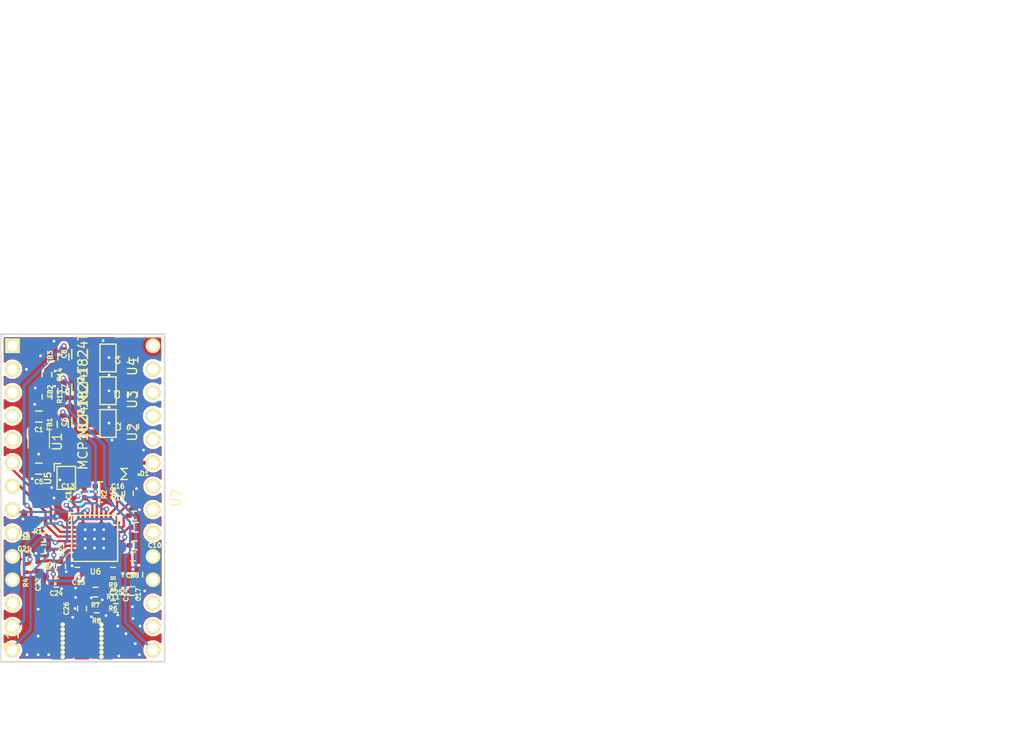
<source format=kicad_pcb>
(kicad_pcb (version 4) (host pcbnew 4.0.6)

  (general
    (links 207)
    (no_connects 3)
    (area 140.005999 78.527999 157.946001 114.248001)
    (thickness 0.8)
    (drawings 5)
    (tracks 358)
    (zones 0)
    (modules 108)
    (nets 33)
  )

  (page A4)
  (title_block
    (title Microwavino)
    (date 2017-09-08)
    (rev 1.0)
    (company Helentronica)
  )

  (layers
    (0 F.Cu signal)
    (31 B.Cu signal)
    (33 F.Adhes user hide)
    (35 F.Paste user hide)
    (37 F.SilkS user hide)
    (39 F.Mask user hide)
    (40 Dwgs.User user hide)
    (41 Cmts.User user)
    (42 Eco1.User user hide)
    (43 Eco2.User user hide)
    (44 Edge.Cuts user)
    (45 Margin user hide)
    (47 F.CrtYd user)
    (49 F.Fab user hide)
  )

  (setup
    (last_trace_width 0.25)
    (user_trace_width 0.2)
    (user_trace_width 0.25)
    (user_trace_width 0.3)
    (user_trace_width 0.4)
    (user_trace_width 0.5)
    (user_trace_width 1)
    (trace_clearance 0.1524)
    (zone_clearance 0.15)
    (zone_45_only yes)
    (trace_min 0.2)
    (segment_width 0.2)
    (edge_width 0.15)
    (via_size 0.554)
    (via_drill 0.3)
    (via_min_size 0.3)
    (via_min_drill 0.3)
    (user_via 0.5 0.3)
    (uvia_size 0.3)
    (uvia_drill 0.1)
    (uvias_allowed no)
    (uvia_min_size 0.2)
    (uvia_min_drill 0.1)
    (pcb_text_width 0.3)
    (pcb_text_size 1.5 1.5)
    (mod_edge_width 0.15)
    (mod_text_size 1 1)
    (mod_text_width 0.15)
    (pad_size 0.75 0.3)
    (pad_drill 0)
    (pad_to_mask_clearance 0.2)
    (aux_axis_origin 0 0)
    (grid_origin 140.081 114.173)
    (visible_elements 7FFCFE29)
    (pcbplotparams
      (layerselection 0x00030_80000001)
      (usegerberextensions false)
      (excludeedgelayer true)
      (linewidth 0.100000)
      (plotframeref false)
      (viasonmask false)
      (mode 1)
      (useauxorigin false)
      (hpglpennumber 1)
      (hpglpenspeed 20)
      (hpglpendiameter 15)
      (hpglpenoverlay 2)
      (psnegative false)
      (psa4output false)
      (plotreference true)
      (plotvalue true)
      (plotinvisibletext false)
      (padsonsilk false)
      (subtractmaskfromsilk false)
      (outputformat 1)
      (mirror false)
      (drillshape 1)
      (scaleselection 1)
      (outputdirectory ""))
  )

  (net 0 "")
  (net 1 /3V3_IN)
  (net 2 GND)
  (net 3 VCC)
  (net 4 /1V8)
  (net 5 "Net-(C7-Pad1)")
  (net 6 "Net-(C8-Pad1)")
  (net 7 "Net-(C9-Pad1)")
  (net 8 "Net-(C10-Pad1)")
  (net 9 "Net-(C11-Pad1)")
  (net 10 /CLK_REF)
  (net 11 "Net-(C12-Pad1)")
  (net 12 /3V3_DIG)
  (net 13 /3V3_VCO)
  (net 14 /3V3_PLL)
  (net 15 "Net-(C22-Pad1)")
  (net 16 "Net-(C22-Pad2)")
  (net 17 "Net-(C24-Pad1)")
  (net 18 "Net-(C26-Pad1)")
  (net 19 /RF_OUTA_P)
  (net 20 /RF_OUTA_N)
  (net 21 /RF_OUTB_P)
  (net 22 /RF_OUTB_N)
  (net 23 "Net-(R1-Pad1)")
  (net 24 LD)
  (net 25 "Net-(R3-Pad2)")
  (net 26 CE)
  (net 27 CLK)
  (net 28 DATA)
  (net 29 LE)
  (net 30 RFOUT_EN)
  (net 31 MUXOUT)
  (net 32 "Net-(R2-Pad1)")

  (net_class Default "This is the default net class."
    (clearance 0.1524)
    (trace_width 0.25)
    (via_dia 0.554)
    (via_drill 0.3)
    (uvia_dia 0.3)
    (uvia_drill 0.1)
    (add_net /1V8)
    (add_net /CLK_REF)
    (add_net CE)
    (add_net CLK)
    (add_net DATA)
    (add_net LD)
    (add_net LE)
    (add_net MUXOUT)
    (add_net "Net-(C10-Pad1)")
    (add_net "Net-(C11-Pad1)")
    (add_net "Net-(C12-Pad1)")
    (add_net "Net-(C22-Pad1)")
    (add_net "Net-(C22-Pad2)")
    (add_net "Net-(C24-Pad1)")
    (add_net "Net-(C26-Pad1)")
    (add_net "Net-(C7-Pad1)")
    (add_net "Net-(C8-Pad1)")
    (add_net "Net-(C9-Pad1)")
    (add_net "Net-(R1-Pad1)")
    (add_net "Net-(R2-Pad1)")
    (add_net "Net-(R3-Pad2)")
    (add_net RFOUT_EN)
    (add_net VCC)
  )

  (net_class PWR ""
    (clearance 0.1524)
    (trace_width 0.5)
    (via_dia 0.554)
    (via_drill 0.3)
    (uvia_dia 0.3)
    (uvia_drill 0.1)
    (add_net /3V3_DIG)
    (add_net /3V3_IN)
    (add_net /3V3_PLL)
    (add_net /3V3_VCO)
    (add_net GND)
  )

  (net_class RF ""
    (clearance 0.2)
    (trace_width 0.85)
    (via_dia 0.554)
    (via_drill 0.3)
    (uvia_dia 0.3)
    (uvia_drill 0.1)
    (add_net /RF_OUTA_N)
    (add_net /RF_OUTA_P)
    (add_net /RF_OUTB_N)
    (add_net /RF_OUTB_P)
  )

  (net_class SPI ""
    (clearance 0.1524)
    (trace_width 0.25)
    (via_dia 0.554)
    (via_drill 0.3)
    (uvia_dia 0.3)
    (uvia_drill 0.1)
  )

  (module VNA:Via_0.3_0.6 (layer F.Cu) (tedit 59B68833) (tstamp 59B69D53)
    (at 144.2085 91.6305)
    (fp_text reference REF** (at 2.54 1.27) (layer F.SilkS) hide
      (effects (font (size 1 1) (thickness 0.15)))
    )
    (fp_text value Via_0.3_0.6 (at 2.54 -2.54) (layer F.Fab) hide
      (effects (font (size 1 1) (thickness 0.15)))
    )
    (pad 1 thru_hole circle (at 0 0) (size 0.6 0.6) (drill 0.3) (layers *.Cu)
      (net 2 GND) (zone_connect 2))
  )

  (module VNA:Via_0.3_0.6 (layer F.Cu) (tedit 59B68833) (tstamp 59B69D0C)
    (at 152.908 113.538)
    (fp_text reference REF** (at 2.54 1.27) (layer F.SilkS) hide
      (effects (font (size 1 1) (thickness 0.15)))
    )
    (fp_text value Via_0.3_0.6 (at 2.54 -2.54) (layer F.Fab) hide
      (effects (font (size 1 1) (thickness 0.15)))
    )
    (pad 1 thru_hole circle (at 0 0) (size 0.6 0.6) (drill 0.3) (layers *.Cu)
      (net 2 GND) (zone_connect 2))
  )

  (module VNA:Via_0.3_0.6 (layer F.Cu) (tedit 59B68833) (tstamp 59B69CEA)
    (at 155.575 91.186)
    (fp_text reference REF** (at 2.54 1.27) (layer F.SilkS) hide
      (effects (font (size 1 1) (thickness 0.15)))
    )
    (fp_text value Via_0.3_0.6 (at 2.54 -2.54) (layer F.Fab) hide
      (effects (font (size 1 1) (thickness 0.15)))
    )
    (pad 1 thru_hole circle (at 0 0) (size 0.6 0.6) (drill 0.3) (layers *.Cu)
      (net 2 GND) (zone_connect 2))
  )

  (module VNA:Via_0.3_0.6 (layer F.Cu) (tedit 59B68833) (tstamp 59B69CE6)
    (at 145.923 84.2645)
    (fp_text reference REF** (at 2.54 1.27) (layer F.SilkS) hide
      (effects (font (size 1 1) (thickness 0.15)))
    )
    (fp_text value Via_0.3_0.6 (at 2.54 -2.54) (layer F.Fab) hide
      (effects (font (size 1 1) (thickness 0.15)))
    )
    (pad 1 thru_hole circle (at 0 0) (size 0.6 0.6) (drill 0.3) (layers *.Cu)
      (net 2 GND) (zone_connect 2))
  )

  (module VNA:Via_0.3_0.6 (layer F.Cu) (tedit 59B68833) (tstamp 59B69CE2)
    (at 145.9865 82.6135)
    (fp_text reference REF** (at 2.54 1.27) (layer F.SilkS) hide
      (effects (font (size 1 1) (thickness 0.15)))
    )
    (fp_text value Via_0.3_0.6 (at 2.54 -2.54) (layer F.Fab) hide
      (effects (font (size 1 1) (thickness 0.15)))
    )
    (pad 1 thru_hole circle (at 0 0) (size 0.6 0.6) (drill 0.3) (layers *.Cu)
      (net 2 GND) (zone_connect 2))
  )

  (module VNA:Via_0.3_0.6 (layer F.Cu) (tedit 59B68833) (tstamp 59B69CDE)
    (at 145.8595 96.393)
    (fp_text reference REF** (at 2.54 1.27) (layer F.SilkS) hide
      (effects (font (size 1 1) (thickness 0.15)))
    )
    (fp_text value Via_0.3_0.6 (at 2.54 -2.54) (layer F.Fab) hide
      (effects (font (size 1 1) (thickness 0.15)))
    )
    (pad 1 thru_hole circle (at 0 0) (size 0.6 0.6) (drill 0.3) (layers *.Cu)
      (net 2 GND) (zone_connect 2))
  )

  (module VNA:Via_0.3_0.6 (layer F.Cu) (tedit 59B68833) (tstamp 59B69CDA)
    (at 146.4945 94.4245)
    (fp_text reference REF** (at 2.54 1.27) (layer F.SilkS) hide
      (effects (font (size 1 1) (thickness 0.15)))
    )
    (fp_text value Via_0.3_0.6 (at 2.54 -2.54) (layer F.Fab) hide
      (effects (font (size 1 1) (thickness 0.15)))
    )
    (pad 1 thru_hole circle (at 0 0) (size 0.6 0.6) (drill 0.3) (layers *.Cu)
      (net 2 GND) (zone_connect 2))
  )

  (module VNA:Via_0.3_0.6 (layer F.Cu) (tedit 59B68833) (tstamp 59B69CD6)
    (at 152.781 110.2995)
    (fp_text reference REF** (at 2.54 1.27) (layer F.SilkS) hide
      (effects (font (size 1 1) (thickness 0.15)))
    )
    (fp_text value Via_0.3_0.6 (at 2.54 -2.54) (layer F.Fab) hide
      (effects (font (size 1 1) (thickness 0.15)))
    )
    (pad 1 thru_hole circle (at 0 0) (size 0.6 0.6) (drill 0.3) (layers *.Cu)
      (net 2 GND) (zone_connect 2))
  )

  (module VNA:Via_0.3_0.6 (layer F.Cu) (tedit 59B68833) (tstamp 59B69CD2)
    (at 153.67 111.125)
    (fp_text reference REF** (at 2.54 1.27) (layer F.SilkS) hide
      (effects (font (size 1 1) (thickness 0.15)))
    )
    (fp_text value Via_0.3_0.6 (at 2.54 -2.54) (layer F.Fab) hide
      (effects (font (size 1 1) (thickness 0.15)))
    )
    (pad 1 thru_hole circle (at 0 0) (size 0.6 0.6) (drill 0.3) (layers *.Cu)
      (net 2 GND) (zone_connect 2))
  )

  (module VNA:Via_0.3_0.6 (layer F.Cu) (tedit 59B68833) (tstamp 59B69CCE)
    (at 154.686 112.2045)
    (fp_text reference REF** (at 2.54 1.27) (layer F.SilkS) hide
      (effects (font (size 1 1) (thickness 0.15)))
    )
    (fp_text value Via_0.3_0.6 (at 2.54 -2.54) (layer F.Fab) hide
      (effects (font (size 1 1) (thickness 0.15)))
    )
    (pad 1 thru_hole circle (at 0 0) (size 0.6 0.6) (drill 0.3) (layers *.Cu)
      (net 2 GND) (zone_connect 2))
  )

  (module VNA:Via_0.3_0.6 (layer F.Cu) (tedit 59B68833) (tstamp 59B69CCA)
    (at 154.3685 108.204)
    (fp_text reference REF** (at 2.54 1.27) (layer F.SilkS) hide
      (effects (font (size 1 1) (thickness 0.15)))
    )
    (fp_text value Via_0.3_0.6 (at 2.54 -2.54) (layer F.Fab) hide
      (effects (font (size 1 1) (thickness 0.15)))
    )
    (pad 1 thru_hole circle (at 0 0) (size 0.6 0.6) (drill 0.3) (layers *.Cu)
      (net 2 GND) (zone_connect 2))
  )

  (module VNA:Via_0.3_0.6 (layer F.Cu) (tedit 59B68833) (tstamp 59B69CC6)
    (at 154.432 109.474)
    (fp_text reference REF** (at 2.54 1.27) (layer F.SilkS) hide
      (effects (font (size 1 1) (thickness 0.15)))
    )
    (fp_text value Via_0.3_0.6 (at 2.54 -2.54) (layer F.Fab) hide
      (effects (font (size 1 1) (thickness 0.15)))
    )
    (pad 1 thru_hole circle (at 0 0) (size 0.6 0.6) (drill 0.3) (layers *.Cu)
      (net 2 GND) (zone_connect 2))
  )

  (module VNA:Via_0.3_0.6 (layer F.Cu) (tedit 59B68833) (tstamp 59B69CC2)
    (at 155.194 110.2995)
    (fp_text reference REF** (at 2.54 1.27) (layer F.SilkS) hide
      (effects (font (size 1 1) (thickness 0.15)))
    )
    (fp_text value Via_0.3_0.6 (at 2.54 -2.54) (layer F.Fab) hide
      (effects (font (size 1 1) (thickness 0.15)))
    )
    (pad 1 thru_hole circle (at 0 0) (size 0.6 0.6) (drill 0.3) (layers *.Cu)
      (net 2 GND) (zone_connect 2))
  )

  (module VNA:Via_0.3_0.6 (layer F.Cu) (tedit 59B68833) (tstamp 59B69CBE)
    (at 155.1305 113.411)
    (fp_text reference REF** (at 2.54 1.27) (layer F.SilkS) hide
      (effects (font (size 1 1) (thickness 0.15)))
    )
    (fp_text value Via_0.3_0.6 (at 2.54 -2.54) (layer F.Fab) hide
      (effects (font (size 1 1) (thickness 0.15)))
    )
    (pad 1 thru_hole circle (at 0 0) (size 0.6 0.6) (drill 0.3) (layers *.Cu)
      (net 2 GND) (zone_connect 2))
  )

  (module VNA:Via_0.3_0.6 (layer F.Cu) (tedit 59B68833) (tstamp 59B69C6B)
    (at 155.1305 97.663)
    (fp_text reference REF** (at 2.54 1.27) (layer F.SilkS) hide
      (effects (font (size 1 1) (thickness 0.15)))
    )
    (fp_text value Via_0.3_0.6 (at 2.54 -2.54) (layer F.Fab) hide
      (effects (font (size 1 1) (thickness 0.15)))
    )
    (pad 1 thru_hole circle (at 0 0) (size 0.6 0.6) (drill 0.3) (layers *.Cu)
      (net 2 GND) (zone_connect 2))
  )

  (module VNA:Via_0.3_0.6 (layer F.Cu) (tedit 59B68833) (tstamp 59B69C67)
    (at 154.8765 107.188)
    (fp_text reference REF** (at 2.54 1.27) (layer F.SilkS) hide
      (effects (font (size 1 1) (thickness 0.15)))
    )
    (fp_text value Via_0.3_0.6 (at 2.54 -2.54) (layer F.Fab) hide
      (effects (font (size 1 1) (thickness 0.15)))
    )
    (pad 1 thru_hole circle (at 0 0) (size 0.6 0.6) (drill 0.3) (layers *.Cu)
      (net 2 GND) (zone_connect 2))
  )

  (module VNA:Via_0.3_0.6 (layer F.Cu) (tedit 59B68833) (tstamp 59B69C63)
    (at 155.702 106.4895)
    (fp_text reference REF** (at 2.54 1.27) (layer F.SilkS) hide
      (effects (font (size 1 1) (thickness 0.15)))
    )
    (fp_text value Via_0.3_0.6 (at 2.54 -2.54) (layer F.Fab) hide
      (effects (font (size 1 1) (thickness 0.15)))
    )
    (pad 1 thru_hole circle (at 0 0) (size 0.6 0.6) (drill 0.3) (layers *.Cu)
      (net 2 GND) (zone_connect 2))
  )

  (module VNA:Via_0.3_0.6 (layer F.Cu) (tedit 59B68833) (tstamp 59B69C5B)
    (at 144.145 108.458)
    (fp_text reference REF** (at 2.54 1.27) (layer F.SilkS) hide
      (effects (font (size 1 1) (thickness 0.15)))
    )
    (fp_text value Via_0.3_0.6 (at 2.54 -2.54) (layer F.Fab) hide
      (effects (font (size 1 1) (thickness 0.15)))
    )
    (pad 1 thru_hole circle (at 0 0) (size 0.6 0.6) (drill 0.3) (layers *.Cu)
      (net 2 GND) (zone_connect 2))
  )

  (module VNA:Via_0.3_0.6 (layer F.Cu) (tedit 59B68833) (tstamp 59B69C57)
    (at 144.145 111.379)
    (fp_text reference REF** (at 2.54 1.27) (layer F.SilkS) hide
      (effects (font (size 1 1) (thickness 0.15)))
    )
    (fp_text value Via_0.3_0.6 (at 2.54 -2.54) (layer F.Fab) hide
      (effects (font (size 1 1) (thickness 0.15)))
    )
    (pad 1 thru_hole circle (at 0 0) (size 0.6 0.6) (drill 0.3) (layers *.Cu)
      (net 2 GND) (zone_connect 2))
  )

  (module VNA:Via_0.3_0.6 (layer F.Cu) (tedit 59B68833) (tstamp 59B69C53)
    (at 145.288 113.411)
    (fp_text reference REF** (at 2.54 1.27) (layer F.SilkS) hide
      (effects (font (size 1 1) (thickness 0.15)))
    )
    (fp_text value Via_0.3_0.6 (at 2.54 -2.54) (layer F.Fab) hide
      (effects (font (size 1 1) (thickness 0.15)))
    )
    (pad 1 thru_hole circle (at 0 0) (size 0.6 0.6) (drill 0.3) (layers *.Cu)
      (net 2 GND) (zone_connect 2))
  )

  (module VNA:Via_0.3_0.6 (layer F.Cu) (tedit 59B68833) (tstamp 59B69C4F)
    (at 144.145 113.411)
    (fp_text reference REF** (at 2.54 1.27) (layer F.SilkS) hide
      (effects (font (size 1 1) (thickness 0.15)))
    )
    (fp_text value Via_0.3_0.6 (at 2.54 -2.54) (layer F.Fab) hide
      (effects (font (size 1 1) (thickness 0.15)))
    )
    (pad 1 thru_hole circle (at 0 0) (size 0.6 0.6) (drill 0.3) (layers *.Cu)
      (net 2 GND) (zone_connect 2))
  )

  (module VNA:Via_0.3_0.6 (layer F.Cu) (tedit 59B68833) (tstamp 59B69C4B)
    (at 142.9385 113.411)
    (fp_text reference REF** (at 2.54 1.27) (layer F.SilkS) hide
      (effects (font (size 1 1) (thickness 0.15)))
    )
    (fp_text value Via_0.3_0.6 (at 2.54 -2.54) (layer F.Fab) hide
      (effects (font (size 1 1) (thickness 0.15)))
    )
    (pad 1 thru_hole circle (at 0 0) (size 0.6 0.6) (drill 0.3) (layers *.Cu)
      (net 2 GND) (zone_connect 2))
  )

  (module VNA:Via_0.3_0.6 (layer F.Cu) (tedit 59B68833) (tstamp 59B69C47)
    (at 144.2085 105.537)
    (fp_text reference REF** (at 2.54 1.27) (layer F.SilkS) hide
      (effects (font (size 1 1) (thickness 0.15)))
    )
    (fp_text value Via_0.3_0.6 (at 2.54 -2.54) (layer F.Fab) hide
      (effects (font (size 1 1) (thickness 0.15)))
    )
    (pad 1 thru_hole circle (at 0 0) (size 0.6 0.6) (drill 0.3) (layers *.Cu)
      (net 2 GND) (zone_connect 2))
  )

  (module VNA:Via_0.3_0.6 (layer F.Cu) (tedit 59B68833) (tstamp 59B69C41)
    (at 142.494 98.679)
    (fp_text reference REF** (at 2.54 1.27) (layer F.SilkS) hide
      (effects (font (size 1 1) (thickness 0.15)))
    )
    (fp_text value Via_0.3_0.6 (at 2.54 -2.54) (layer F.Fab) hide
      (effects (font (size 1 1) (thickness 0.15)))
    )
    (pad 1 thru_hole circle (at 0 0) (size 0.6 0.6) (drill 0.3) (layers *.Cu)
      (net 2 GND) (zone_connect 2))
  )

  (module VNA:Via_0.3_0.6 (layer F.Cu) (tedit 59B68833) (tstamp 59B69C3D)
    (at 142.9004 100.2157)
    (fp_text reference REF** (at 2.54 1.27) (layer F.SilkS) hide
      (effects (font (size 1 1) (thickness 0.15)))
    )
    (fp_text value Via_0.3_0.6 (at 2.54 -2.54) (layer F.Fab) hide
      (effects (font (size 1 1) (thickness 0.15)))
    )
    (pad 1 thru_hole circle (at 0 0) (size 0.6 0.6) (drill 0.3) (layers *.Cu)
      (net 2 GND) (zone_connect 2))
  )

  (module VNA:Via_0.3_0.6 (layer F.Cu) (tedit 59B68833) (tstamp 59B69C22)
    (at 151.0919 107.4674)
    (fp_text reference REF** (at 2.54 1.27) (layer F.SilkS) hide
      (effects (font (size 1 1) (thickness 0.15)))
    )
    (fp_text value Via_0.3_0.6 (at 2.54 -2.54) (layer F.Fab) hide
      (effects (font (size 1 1) (thickness 0.15)))
    )
    (pad 1 thru_hole circle (at 0 0) (size 0.6 0.6) (drill 0.3) (layers *.Cu)
      (net 2 GND) (zone_connect 2))
  )

  (module VNA:Via_0.3_0.6 (layer F.Cu) (tedit 59B68833) (tstamp 59B69C1E)
    (at 151.511 109.1565)
    (fp_text reference REF** (at 2.54 1.27) (layer F.SilkS) hide
      (effects (font (size 1 1) (thickness 0.15)))
    )
    (fp_text value Via_0.3_0.6 (at 2.54 -2.54) (layer F.Fab) hide
      (effects (font (size 1 1) (thickness 0.15)))
    )
    (pad 1 thru_hole circle (at 0 0) (size 0.6 0.6) (drill 0.3) (layers *.Cu)
      (net 2 GND) (zone_connect 2))
  )

  (module VNA:Via_0.3_0.6 (layer F.Cu) (tedit 59B68833) (tstamp 59B69C1A)
    (at 149.9235 109.2835)
    (fp_text reference REF** (at 2.54 1.27) (layer F.SilkS) hide
      (effects (font (size 1 1) (thickness 0.15)))
    )
    (fp_text value Via_0.3_0.6 (at 2.54 -2.54) (layer F.Fab) hide
      (effects (font (size 1 1) (thickness 0.15)))
    )
    (pad 1 thru_hole circle (at 0 0) (size 0.6 0.6) (drill 0.3) (layers *.Cu)
      (net 2 GND) (zone_connect 2))
  )

  (module VNA:Via_0.3_0.6 (layer F.Cu) (tedit 59B68833) (tstamp 59B69C16)
    (at 147.8915 109.347)
    (fp_text reference REF** (at 2.54 1.27) (layer F.SilkS) hide
      (effects (font (size 1 1) (thickness 0.15)))
    )
    (fp_text value Via_0.3_0.6 (at 2.54 -2.54) (layer F.Fab) hide
      (effects (font (size 1 1) (thickness 0.15)))
    )
    (pad 1 thru_hole circle (at 0 0) (size 0.6 0.6) (drill 0.3) (layers *.Cu)
      (net 2 GND) (zone_connect 2))
  )

  (module VNA:Via_0.3_0.6 (layer F.Cu) (tedit 59B68833) (tstamp 59B69C12)
    (at 148.1455 108.3945)
    (fp_text reference REF** (at 2.54 1.27) (layer F.SilkS) hide
      (effects (font (size 1 1) (thickness 0.15)))
    )
    (fp_text value Via_0.3_0.6 (at 2.54 -2.54) (layer F.Fab) hide
      (effects (font (size 1 1) (thickness 0.15)))
    )
    (pad 1 thru_hole circle (at 0 0) (size 0.6 0.6) (drill 0.3) (layers *.Cu)
      (net 2 GND) (zone_connect 2))
  )

  (module VNA:Via_0.3_0.6 (layer F.Cu) (tedit 59B68833) (tstamp 59B69C0E)
    (at 148.209 107.188)
    (fp_text reference REF** (at 2.54 1.27) (layer F.SilkS) hide
      (effects (font (size 1 1) (thickness 0.15)))
    )
    (fp_text value Via_0.3_0.6 (at 2.54 -2.54) (layer F.Fab) hide
      (effects (font (size 1 1) (thickness 0.15)))
    )
    (pad 1 thru_hole circle (at 0 0) (size 0.6 0.6) (drill 0.3) (layers *.Cu)
      (net 2 GND) (zone_connect 2))
  )

  (module VNA:Via_0.3_0.6 (layer F.Cu) (tedit 59B68833) (tstamp 59B69C0A)
    (at 148.209 106.172)
    (fp_text reference REF** (at 2.54 1.27) (layer F.SilkS) hide
      (effects (font (size 1 1) (thickness 0.15)))
    )
    (fp_text value Via_0.3_0.6 (at 2.54 -2.54) (layer F.Fab) hide
      (effects (font (size 1 1) (thickness 0.15)))
    )
    (pad 1 thru_hole circle (at 0 0) (size 0.6 0.6) (drill 0.3) (layers *.Cu)
      (net 2 GND) (zone_connect 2))
  )

  (module VNA:Via_0.3_0.6 (layer F.Cu) (tedit 59B68833) (tstamp 59B69C06)
    (at 147.828 103.0605)
    (fp_text reference REF** (at 2.54 1.27) (layer F.SilkS) hide
      (effects (font (size 1 1) (thickness 0.15)))
    )
    (fp_text value Via_0.3_0.6 (at 2.54 -2.54) (layer F.Fab) hide
      (effects (font (size 1 1) (thickness 0.15)))
    )
    (pad 1 thru_hole circle (at 0 0) (size 0.6 0.6) (drill 0.3) (layers *.Cu)
      (net 2 GND) (zone_connect 2))
  )

  (module VNA:Via_0.3_0.6 (layer F.Cu) (tedit 59B68833) (tstamp 59B69C02)
    (at 147.828 103.759)
    (fp_text reference REF** (at 2.54 1.27) (layer F.SilkS) hide
      (effects (font (size 1 1) (thickness 0.15)))
    )
    (fp_text value Via_0.3_0.6 (at 2.54 -2.54) (layer F.Fab) hide
      (effects (font (size 1 1) (thickness 0.15)))
    )
    (pad 1 thru_hole circle (at 0 0) (size 0.6 0.6) (drill 0.3) (layers *.Cu)
      (net 2 GND) (zone_connect 2))
  )

  (module VNA:Via_0.3_0.6 (layer F.Cu) (tedit 59B68833) (tstamp 59B69BFE)
    (at 147.193 104.394)
    (fp_text reference REF** (at 2.54 1.27) (layer F.SilkS) hide
      (effects (font (size 1 1) (thickness 0.15)))
    )
    (fp_text value Via_0.3_0.6 (at 2.54 -2.54) (layer F.Fab) hide
      (effects (font (size 1 1) (thickness 0.15)))
    )
    (pad 1 thru_hole circle (at 0 0) (size 0.6 0.6) (drill 0.3) (layers *.Cu)
      (net 2 GND) (zone_connect 2))
  )

  (module VNA:Via_0.3_0.6 (layer F.Cu) (tedit 59B68833) (tstamp 59B69BFA)
    (at 146.685 106.2355)
    (fp_text reference REF** (at 2.54 1.27) (layer F.SilkS) hide
      (effects (font (size 1 1) (thickness 0.15)))
    )
    (fp_text value Via_0.3_0.6 (at 2.54 -2.54) (layer F.Fab) hide
      (effects (font (size 1 1) (thickness 0.15)))
    )
    (pad 1 thru_hole circle (at 0 0) (size 0.6 0.6) (drill 0.3) (layers *.Cu)
      (net 2 GND) (zone_connect 2))
  )

  (module VNA:Via_0.3_0.6 (layer F.Cu) (tedit 59B68833) (tstamp 59B695E4)
    (at 146.2024 98.3869)
    (fp_text reference REF** (at 2.54 1.27) (layer F.SilkS) hide
      (effects (font (size 1 1) (thickness 0.15)))
    )
    (fp_text value Via_0.3_0.6 (at 2.54 -2.54) (layer F.Fab) hide
      (effects (font (size 1 1) (thickness 0.15)))
    )
    (pad 1 thru_hole circle (at 0 0) (size 0.6 0.6) (drill 0.3) (layers *.Cu)
      (net 2 GND) (zone_connect 2))
  )

  (module VNA:Teensy30_31_32_LC_modified (layer F.Cu) (tedit 59B65BA2) (tstamp 59B17679)
    (at 148.981 96.383 270)
    (path /59B2C6E1)
    (fp_text reference U7 (at 0 -10.16 270) (layer F.SilkS)
      (effects (font (size 1 1) (thickness 0.15)))
    )
    (fp_text value Teensy3.2 (at 0 10.16 270) (layer F.Fab)
      (effects (font (size 1 1) (thickness 0.15)))
    )
    (fp_line (start -17.78 -8.89) (end 17.78 -8.89) (layer F.SilkS) (width 0.15))
    (fp_line (start 17.78 -8.89) (end 17.78 8.89) (layer F.SilkS) (width 0.15))
    (fp_line (start 17.78 8.89) (end -17.78 8.89) (layer F.SilkS) (width 0.15))
    (fp_line (start -17.78 8.89) (end -17.78 -8.89) (layer F.SilkS) (width 0.15))
    (pad 20 thru_hole circle (at 16.51 -7.62 270) (size 1.6 1.6) (drill 1.1) (layers *.Cu *.Mask F.SilkS)
      (net 27 CLK))
    (pad 14 thru_hole circle (at 16.51 7.62 270) (size 1.6 1.6) (drill 1.1) (layers *.Cu *.Mask F.SilkS)
      (net 31 MUXOUT))
    (pad 21 thru_hole circle (at 13.97 -7.62 270) (size 1.6 1.6) (drill 1.1) (layers *.Cu *.Mask F.SilkS))
    (pad 22 thru_hole circle (at 11.43 -7.62 270) (size 1.6 1.6) (drill 1.1) (layers *.Cu *.Mask F.SilkS))
    (pad 23 thru_hole circle (at 8.89 -7.62 270) (size 1.6 1.6) (drill 1.1) (layers *.Cu *.Mask F.SilkS)
      (net 2 GND))
    (pad 24 thru_hole circle (at 6.35 -7.62 270) (size 1.6 1.6) (drill 1.1) (layers *.Cu *.Mask F.SilkS)
      (net 2 GND))
    (pad 25 thru_hole circle (at 3.81 -7.62 270) (size 1.6 1.6) (drill 1.1) (layers *.Cu *.Mask F.SilkS))
    (pad 26 thru_hole circle (at 1.27 -7.62 270) (size 1.6 1.6) (drill 1.1) (layers *.Cu *.Mask F.SilkS))
    (pad 27 thru_hole circle (at -1.27 -7.62 270) (size 1.6 1.6) (drill 1.1) (layers *.Cu *.Mask F.SilkS))
    (pad 28 thru_hole circle (at -3.81 -7.62 270) (size 1.6 1.6) (drill 1.1) (layers *.Cu *.Mask F.SilkS)
      (net 24 LD))
    (pad 29 thru_hole circle (at -6.35 -7.62 270) (size 1.6 1.6) (drill 1.1) (layers *.Cu *.Mask F.SilkS))
    (pad 30 thru_hole circle (at -8.89 -7.62 270) (size 1.6 1.6) (drill 1.1) (layers *.Cu *.Mask F.SilkS))
    (pad 31 thru_hole circle (at -11.43 -7.62 270) (size 1.6 1.6) (drill 1.1) (layers *.Cu *.Mask F.SilkS))
    (pad 32 thru_hole circle (at -13.97 -7.62 270) (size 1.6 1.6) (drill 1.1) (layers *.Cu *.Mask F.SilkS))
    (pad 33 thru_hole circle (at -16.51 -7.62 270) (size 1.6 1.6) (drill 1.1) (layers *.Cu *.Mask F.SilkS)
      (net 3 VCC))
    (pad 13 thru_hole circle (at 13.97 7.62 270) (size 1.6 1.6) (drill 1.1) (layers *.Cu *.Mask F.SilkS)
      (net 28 DATA))
    (pad 12 thru_hole circle (at 11.43 7.62 270) (size 1.6 1.6) (drill 1.1) (layers *.Cu *.Mask F.SilkS))
    (pad 11 thru_hole circle (at 8.89 7.62 270) (size 1.6 1.6) (drill 1.1) (layers *.Cu *.Mask F.SilkS)
      (net 2 GND))
    (pad 10 thru_hole circle (at 6.35 7.62 270) (size 1.6 1.6) (drill 1.1) (layers *.Cu *.Mask F.SilkS)
      (net 2 GND))
    (pad 9 thru_hole circle (at 3.81 7.62 270) (size 1.6 1.6) (drill 1.1) (layers *.Cu *.Mask F.SilkS))
    (pad 8 thru_hole circle (at 1.27 7.62 270) (size 1.6 1.6) (drill 1.1) (layers *.Cu *.Mask F.SilkS)
      (net 30 RFOUT_EN))
    (pad 7 thru_hole circle (at -1.27 7.62 270) (size 1.6 1.6) (drill 1.1) (layers *.Cu *.Mask F.SilkS)
      (net 26 CE))
    (pad 6 thru_hole circle (at -3.81 7.62 270) (size 1.6 1.6) (drill 1.1) (layers *.Cu *.Mask F.SilkS)
      (net 29 LE))
    (pad 5 thru_hole circle (at -6.35 7.62 270) (size 1.6 1.6) (drill 1.1) (layers *.Cu *.Mask F.SilkS))
    (pad 4 thru_hole circle (at -8.89 7.62 270) (size 1.6 1.6) (drill 1.1) (layers *.Cu *.Mask F.SilkS))
    (pad 3 thru_hole circle (at -11.43 7.62 270) (size 1.6 1.6) (drill 1.1) (layers *.Cu *.Mask F.SilkS))
    (pad 2 thru_hole circle (at -13.97 7.62 270) (size 1.6 1.6) (drill 1.1) (layers *.Cu *.Mask F.SilkS))
    (pad 1 thru_hole rect (at -16.51 7.62 270) (size 1.6 1.6) (drill 1.1) (layers *.Cu *.Mask F.SilkS)
      (net 2 GND))
  )

  (module VNA:Via_0.3_0.6 (layer F.Cu) (tedit 59B68833) (tstamp 59B68D4F)
    (at 143.9037 102.4001)
    (fp_text reference REF** (at 2.54 1.27) (layer F.SilkS) hide
      (effects (font (size 1 1) (thickness 0.15)))
    )
    (fp_text value Via_0.3_0.6 (at 2.54 -2.54) (layer F.Fab) hide
      (effects (font (size 1 1) (thickness 0.15)))
    )
    (pad 1 thru_hole circle (at 0 0) (size 0.6 0.6) (drill 0.3) (layers *.Cu)
      (net 2 GND) (zone_connect 2))
  )

  (module VNA:Via_0.3_0.6 (layer F.Cu) (tedit 59B68833) (tstamp 59B68A3A)
    (at 145.6055 95.25)
    (fp_text reference REF** (at 2.54 1.27) (layer F.SilkS) hide
      (effects (font (size 1 1) (thickness 0.15)))
    )
    (fp_text value Via_0.3_0.6 (at 2.54 -2.54) (layer F.Fab) hide
      (effects (font (size 1 1) (thickness 0.15)))
    )
    (pad 1 thru_hole circle (at 0 0) (size 0.6 0.6) (drill 0.3) (layers *.Cu)
      (net 2 GND) (zone_connect 2))
  )

  (module VNA:Via_0.3_0.6 (layer F.Cu) (tedit 59B68833) (tstamp 59B68A36)
    (at 143.51 94.2975)
    (fp_text reference REF** (at 2.54 1.27) (layer F.SilkS) hide
      (effects (font (size 1 1) (thickness 0.15)))
    )
    (fp_text value Via_0.3_0.6 (at 2.54 -2.54) (layer F.Fab) hide
      (effects (font (size 1 1) (thickness 0.15)))
    )
    (pad 1 thru_hole circle (at 0 0) (size 0.6 0.6) (drill 0.3) (layers *.Cu)
      (net 2 GND) (zone_connect 2))
  )

  (module VNA:Via_0.3_0.6 (layer F.Cu) (tedit 59B68833) (tstamp 59B68A26)
    (at 143.764 86.233)
    (fp_text reference REF** (at 2.54 1.27) (layer F.SilkS) hide
      (effects (font (size 1 1) (thickness 0.15)))
    )
    (fp_text value Via_0.3_0.6 (at 2.54 -2.54) (layer F.Fab) hide
      (effects (font (size 1 1) (thickness 0.15)))
    )
    (pad 1 thru_hole circle (at 0 0) (size 0.6 0.6) (drill 0.3) (layers *.Cu)
      (net 2 GND) (zone_connect 2))
  )

  (module VNA:Via_0.3_0.6 (layer F.Cu) (tedit 59B68833) (tstamp 59B68A22)
    (at 143.8275 84.455)
    (fp_text reference REF** (at 2.54 1.27) (layer F.SilkS) hide
      (effects (font (size 1 1) (thickness 0.15)))
    )
    (fp_text value Via_0.3_0.6 (at 2.54 -2.54) (layer F.Fab) hide
      (effects (font (size 1 1) (thickness 0.15)))
    )
    (pad 1 thru_hole circle (at 0 0) (size 0.6 0.6) (drill 0.3) (layers *.Cu)
      (net 2 GND) (zone_connect 2))
  )

  (module VNA:Via_0.3_0.6 (layer F.Cu) (tedit 59B68833) (tstamp 59B68A1E)
    (at 144.399 80.9625)
    (fp_text reference REF** (at 2.54 1.27) (layer F.SilkS) hide
      (effects (font (size 1 1) (thickness 0.15)))
    )
    (fp_text value Via_0.3_0.6 (at 2.54 -2.54) (layer F.Fab) hide
      (effects (font (size 1 1) (thickness 0.15)))
    )
    (pad 1 thru_hole circle (at 0 0) (size 0.6 0.6) (drill 0.3) (layers *.Cu)
      (net 2 GND) (zone_connect 2))
  )

  (module VNA:Via_0.3_0.6 (layer F.Cu) (tedit 59B68833) (tstamp 59B68A1A)
    (at 142.875 82.423)
    (fp_text reference REF** (at 2.54 1.27) (layer F.SilkS) hide
      (effects (font (size 1 1) (thickness 0.15)))
    )
    (fp_text value Via_0.3_0.6 (at 2.54 -2.54) (layer F.Fab) hide
      (effects (font (size 1 1) (thickness 0.15)))
    )
    (pad 1 thru_hole circle (at 0 0) (size 0.6 0.6) (drill 0.3) (layers *.Cu)
      (net 2 GND) (zone_connect 2))
  )

  (module VNA:Via_0.3_0.6 (layer F.Cu) (tedit 59B68833) (tstamp 59B68A16)
    (at 145.8595 79.375)
    (fp_text reference REF** (at 2.54 1.27) (layer F.SilkS) hide
      (effects (font (size 1 1) (thickness 0.15)))
    )
    (fp_text value Via_0.3_0.6 (at 2.54 -2.54) (layer F.Fab) hide
      (effects (font (size 1 1) (thickness 0.15)))
    )
    (pad 1 thru_hole circle (at 0 0) (size 0.6 0.6) (drill 0.3) (layers *.Cu)
      (net 2 GND) (zone_connect 2))
  )

  (module VNA:Via_0.3_0.6 (layer F.Cu) (tedit 59B68833) (tstamp 59B68A12)
    (at 151.1935 79.3115)
    (fp_text reference REF** (at 2.54 1.27) (layer F.SilkS) hide
      (effects (font (size 1 1) (thickness 0.15)))
    )
    (fp_text value Via_0.3_0.6 (at 2.54 -2.54) (layer F.Fab) hide
      (effects (font (size 1 1) (thickness 0.15)))
    )
    (pad 1 thru_hole circle (at 0 0) (size 0.6 0.6) (drill 0.3) (layers *.Cu)
      (net 2 GND) (zone_connect 2))
  )

  (module VNA:Via_0.3_0.6 (layer F.Cu) (tedit 59B68833) (tstamp 59B68A0E)
    (at 152.146 90.1065)
    (fp_text reference REF** (at 2.54 1.27) (layer F.SilkS) hide
      (effects (font (size 1 1) (thickness 0.15)))
    )
    (fp_text value Via_0.3_0.6 (at 2.54 -2.54) (layer F.Fab) hide
      (effects (font (size 1 1) (thickness 0.15)))
    )
    (pad 1 thru_hole circle (at 0 0) (size 0.6 0.6) (drill 0.3) (layers *.Cu)
      (net 2 GND) (zone_connect 2))
  )

  (module VNA:Via_0.3_0.6 (layer F.Cu) (tedit 59B68833) (tstamp 59B68A0A)
    (at 151.8285 88.265)
    (fp_text reference REF** (at 2.54 1.27) (layer F.SilkS) hide
      (effects (font (size 1 1) (thickness 0.15)))
    )
    (fp_text value Via_0.3_0.6 (at 2.54 -2.54) (layer F.Fab) hide
      (effects (font (size 1 1) (thickness 0.15)))
    )
    (pad 1 thru_hole circle (at 0 0) (size 0.6 0.6) (drill 0.3) (layers *.Cu)
      (net 2 GND) (zone_connect 2))
  )

  (module VNA:Via_0.3_0.6 (layer F.Cu) (tedit 59B68833) (tstamp 59B68A06)
    (at 151.8285 86.5505)
    (fp_text reference REF** (at 2.54 1.27) (layer F.SilkS) hide
      (effects (font (size 1 1) (thickness 0.15)))
    )
    (fp_text value Via_0.3_0.6 (at 2.54 -2.54) (layer F.Fab) hide
      (effects (font (size 1 1) (thickness 0.15)))
    )
    (pad 1 thru_hole circle (at 0 0) (size 0.6 0.6) (drill 0.3) (layers *.Cu)
      (net 2 GND) (zone_connect 2))
  )

  (module VNA:Via_0.3_0.6 (layer F.Cu) (tedit 59B68833) (tstamp 59B68A02)
    (at 151.8285 84.7725)
    (fp_text reference REF** (at 2.54 1.27) (layer F.SilkS) hide
      (effects (font (size 1 1) (thickness 0.15)))
    )
    (fp_text value Via_0.3_0.6 (at 2.54 -2.54) (layer F.Fab) hide
      (effects (font (size 1 1) (thickness 0.15)))
    )
    (pad 1 thru_hole circle (at 0 0) (size 0.6 0.6) (drill 0.3) (layers *.Cu)
      (net 2 GND) (zone_connect 2))
  )

  (module VNA:Via_0.3_0.6 (layer F.Cu) (tedit 59B68833) (tstamp 59B689FE)
    (at 151.8285 83.058)
    (fp_text reference REF** (at 2.54 1.27) (layer F.SilkS) hide
      (effects (font (size 1 1) (thickness 0.15)))
    )
    (fp_text value Via_0.3_0.6 (at 2.54 -2.54) (layer F.Fab) hide
      (effects (font (size 1 1) (thickness 0.15)))
    )
    (pad 1 thru_hole circle (at 0 0) (size 0.6 0.6) (drill 0.3) (layers *.Cu)
      (net 2 GND) (zone_connect 2))
  )

  (module VNA:Via_0.3_0.6 (layer F.Cu) (tedit 59B68833) (tstamp 59B689F6)
    (at 151.8285 81.153)
    (fp_text reference REF** (at 2.54 1.27) (layer F.SilkS) hide
      (effects (font (size 1 1) (thickness 0.15)))
    )
    (fp_text value Via_0.3_0.6 (at 2.54 -2.54) (layer F.Fab) hide
      (effects (font (size 1 1) (thickness 0.15)))
    )
    (pad 1 thru_hole circle (at 0 0) (size 0.6 0.6) (drill 0.3) (layers *.Cu)
      (net 2 GND) (zone_connect 2))
  )

  (module VNA:Via_0.3_0.6 (layer F.Cu) (tedit 59B68833) (tstamp 59B689EE)
    (at 154.813 95.377)
    (fp_text reference REF** (at 2.54 1.27) (layer F.SilkS) hide
      (effects (font (size 1 1) (thickness 0.15)))
    )
    (fp_text value Via_0.3_0.6 (at 2.54 -2.54) (layer F.Fab) hide
      (effects (font (size 1 1) (thickness 0.15)))
    )
    (pad 1 thru_hole circle (at 0 0) (size 0.6 0.6) (drill 0.3) (layers *.Cu)
      (net 2 GND) (zone_connect 2))
  )

  (module VNA:Via_0.3_0.6 (layer F.Cu) (tedit 59B68833) (tstamp 59B689EA)
    (at 155.067 93.853)
    (fp_text reference REF** (at 2.54 1.27) (layer F.SilkS) hide
      (effects (font (size 1 1) (thickness 0.15)))
    )
    (fp_text value Via_0.3_0.6 (at 2.54 -2.54) (layer F.Fab) hide
      (effects (font (size 1 1) (thickness 0.15)))
    )
    (pad 1 thru_hole circle (at 0 0) (size 0.6 0.6) (drill 0.3) (layers *.Cu)
      (net 2 GND) (zone_connect 2))
  )

  (module VNA:Via_0.3_0.6 (layer F.Cu) (tedit 59B68833) (tstamp 59B689E6)
    (at 152.781 109.093)
    (fp_text reference REF** (at 2.54 1.27) (layer F.SilkS) hide
      (effects (font (size 1 1) (thickness 0.15)))
    )
    (fp_text value Via_0.3_0.6 (at 2.54 -2.54) (layer F.Fab) hide
      (effects (font (size 1 1) (thickness 0.15)))
    )
    (pad 1 thru_hole circle (at 0 0) (size 0.6 0.6) (drill 0.3) (layers *.Cu)
      (net 2 GND) (zone_connect 2))
  )

  (module VNA:CONSMA003.062 (layer F.Cu) (tedit 56A144FC) (tstamp 59B13575)
    (at 148.9075 111.887 270)
    (path /59B654DD)
    (fp_text reference P1 (at 0 7.62 270) (layer F.SilkS)
      (effects (font (size 1.5 1.5) (thickness 0.15)))
    )
    (fp_text value SMA (at 0 -7.62 270) (layer F.SilkS) hide
      (effects (font (size 1.5 1.5) (thickness 0.15)))
    )
    (fp_line (start 2.25 4.5) (end 2.25 -4.5) (layer Dwgs.User) (width 0.15))
    (fp_line (start 2.25 -4.5) (end 12.25 -4.5) (layer Dwgs.User) (width 0.15))
    (fp_line (start 12.25 -4.5) (end 12.25 4.5) (layer Dwgs.User) (width 0.15))
    (fp_line (start 12.25 4.5) (end 2.25 4.5) (layer Dwgs.User) (width 0.15))
    (pad 1 smd rect (at 0 0 270) (size 4.06 1.52) (layers F.Cu F.Paste F.Mask)
      (net 18 "Net-(C26-Pad1)"))
    (pad 2 smd rect (at 0 -2.54 270) (size 4.06 1.52) (layers F.Cu F.Paste F.Mask)
      (net 2 GND) (zone_connect 2) (thermal_width 4) (thermal_gap 0.3))
    (pad 2 smd rect (at 0 2.54 270) (size 4.06 1.52) (layers F.Cu F.Paste F.Mask)
      (net 2 GND) (zone_connect 2) (thermal_width 4) (thermal_gap 0.3))
    (pad 2 smd rect (at 0 -2.54 270) (size 4.06 1.52) (layers B.Cu)
      (net 2 GND) (zone_connect 2) (thermal_width 4) (thermal_gap 0.3))
    (pad 2 smd rect (at 0 2.54 270) (size 4.06 1.52) (layers B.Cu)
      (net 2 GND) (zone_connect 2) (thermal_width 4) (thermal_gap 0.3))
    (pad 2 thru_hole circle (at 1.75 -2.1 270) (size 0.5 0.5) (drill 0.25) (layers *.Cu *.Mask F.SilkS)
      (net 2 GND) (zone_connect 2))
    (pad 2 thru_hole circle (at 1.25 -2.1 270) (size 0.5 0.5) (drill 0.25) (layers *.Cu *.Mask F.SilkS)
      (net 2 GND) (zone_connect 2))
    (pad 2 thru_hole circle (at 0.75 -2.1 270) (size 0.5 0.5) (drill 0.25) (layers *.Cu *.Mask F.SilkS)
      (net 2 GND) (zone_connect 2))
    (pad 2 thru_hole circle (at 0.25 -2.1 270) (size 0.5 0.5) (drill 0.25) (layers *.Cu *.Mask F.SilkS)
      (net 2 GND) (zone_connect 2))
    (pad 2 thru_hole circle (at -0.25 -2.1 270) (size 0.5 0.5) (drill 0.25) (layers *.Cu *.Mask F.SilkS)
      (net 2 GND) (zone_connect 2))
    (pad 2 thru_hole circle (at -0.75 -2.1 270) (size 0.5 0.5) (drill 0.25) (layers *.Cu *.Mask F.SilkS)
      (net 2 GND) (zone_connect 2))
    (pad 2 thru_hole circle (at -1.25 -2.1 270) (size 0.5 0.5) (drill 0.25) (layers *.Cu *.Mask F.SilkS)
      (net 2 GND) (zone_connect 2))
    (pad 2 thru_hole circle (at -1.75 -2.1 270) (size 0.5 0.5) (drill 0.25) (layers *.Cu *.Mask F.SilkS)
      (net 2 GND) (zone_connect 2))
    (pad 2 thru_hole circle (at 1.75 2.1 270) (size 0.5 0.5) (drill 0.25) (layers *.Cu *.Mask F.SilkS)
      (net 2 GND) (zone_connect 2))
    (pad 2 thru_hole circle (at 1.25 2.1 270) (size 0.5 0.5) (drill 0.25) (layers *.Cu *.Mask F.SilkS)
      (net 2 GND) (zone_connect 2))
    (pad 2 thru_hole circle (at 0.75 2.1 270) (size 0.5 0.5) (drill 0.25) (layers *.Cu *.Mask F.SilkS)
      (net 2 GND) (zone_connect 2))
    (pad 2 thru_hole circle (at 0.25 2.1 270) (size 0.5 0.5) (drill 0.25) (layers *.Cu *.Mask F.SilkS)
      (net 2 GND) (zone_connect 2))
    (pad 2 thru_hole circle (at -0.25 2.1 270) (size 0.5 0.5) (drill 0.25) (layers *.Cu *.Mask F.SilkS)
      (net 2 GND) (zone_connect 2))
    (pad 2 thru_hole circle (at -0.75 2.1 270) (size 0.5 0.5) (drill 0.25) (layers *.Cu *.Mask F.SilkS)
      (net 2 GND) (zone_connect 2))
    (pad 2 thru_hole circle (at -1.25 2.1 270) (size 0.5 0.5) (drill 0.25) (layers *.Cu *.Mask F.SilkS)
      (net 2 GND) (zone_connect 2))
    (pad 2 thru_hole circle (at -1.75 2.1 270) (size 0.5 0.5) (drill 0.25) (layers *.Cu *.Mask F.SilkS)
      (net 2 GND) (zone_connect 2))
    (model "D:/Data/Microwavino/HW/3d/User Library-RP_SMA_PCB-1.wrl"
      (at (xyz 0.08 0 0.005))
      (scale (xyz 200 200 200))
      (rotate (xyz 0 180 90))
    )
  )

  (module VNA:C_0402b (layer F.Cu) (tedit 55A40188) (tstamp 59B134F6)
    (at 148.9075 108.3945 90)
    (descr "Capacitor SMD 0402, reflow soldering, AVX (see smccp.pdf)")
    (tags "capacitor 0402")
    (path /59B7F394)
    (attr smd)
    (fp_text reference C26 (at 0 -1.7 90) (layer F.SilkS)
      (effects (font (size 0.5 0.5) (thickness 0.125)))
    )
    (fp_text value 1n (at 0 1.7 90) (layer F.Fab)
      (effects (font (size 1 1) (thickness 0.15)))
    )
    (fp_line (start -1.15 -0.6) (end 1.15 -0.6) (layer F.CrtYd) (width 0.05))
    (fp_line (start -1.15 0.6) (end 1.15 0.6) (layer F.CrtYd) (width 0.05))
    (fp_line (start -1.15 -0.6) (end -1.15 0.6) (layer F.CrtYd) (width 0.05))
    (fp_line (start 1.15 -0.6) (end 1.15 0.6) (layer F.CrtYd) (width 0.05))
    (fp_line (start 0.25 -0.475) (end -0.25 -0.475) (layer F.SilkS) (width 0.15))
    (fp_line (start -0.25 0.475) (end 0.25 0.475) (layer F.SilkS) (width 0.15))
    (pad 1 smd rect (at -0.55 0 90) (size 0.6 0.5) (layers F.Cu F.Paste F.Mask)
      (net 18 "Net-(C26-Pad1)"))
    (pad 2 smd rect (at 0.55 0 90) (size 0.6 0.5) (layers F.Cu F.Paste F.Mask)
      (net 19 /RF_OUTA_P))
    (model Capacitors_SMD.3dshapes/C_0402.wrl
      (at (xyz 0 0 0))
      (scale (xyz 1 1 1))
      (rotate (xyz 0 0 0))
    )
  )

  (module VNA:R_0402b (layer F.Cu) (tedit 55A401B2) (tstamp 59B24E6D)
    (at 145.0975 82.9945 270)
    (descr "Resistor SMD 0402, reflow soldering, Vishay (see dcrcw.pdf)")
    (tags "resistor 0402")
    (path /59B253DE)
    (attr smd)
    (fp_text reference R14 (at 0 -1.4 270) (layer F.SilkS)
      (effects (font (size 0.5 0.5) (thickness 0.125)))
    )
    (fp_text value DNP (at 0 1.8 270) (layer F.Fab)
      (effects (font (size 1 1) (thickness 0.15)))
    )
    (fp_line (start -0.95 -0.65) (end 0.95 -0.65) (layer F.CrtYd) (width 0.05))
    (fp_line (start -0.95 0.65) (end 0.95 0.65) (layer F.CrtYd) (width 0.05))
    (fp_line (start -0.95 -0.65) (end -0.95 0.65) (layer F.CrtYd) (width 0.05))
    (fp_line (start 0.95 -0.65) (end 0.95 0.65) (layer F.CrtYd) (width 0.05))
    (fp_line (start 0.25 -0.525) (end -0.25 -0.525) (layer F.SilkS) (width 0.15))
    (fp_line (start -0.25 0.525) (end 0.25 0.525) (layer F.SilkS) (width 0.15))
    (pad 1 smd rect (at -0.45 0 270) (size 0.4 0.6) (layers F.Cu F.Paste F.Mask)
      (net 6 "Net-(C8-Pad1)"))
    (pad 2 smd rect (at 0.45 0 270) (size 0.4 0.6) (layers F.Cu F.Paste F.Mask)
      (net 5 "Net-(C7-Pad1)"))
    (model Resistors_SMD.3dshapes/R_0402.wrl
      (at (xyz 0 0 0))
      (scale (xyz 1 1 1))
      (rotate (xyz 0 0 0))
    )
  )

  (module VNA:R_0402b (layer F.Cu) (tedit 55A401B2) (tstamp 59B24E61)
    (at 145.0975 85.4075 270)
    (descr "Resistor SMD 0402, reflow soldering, Vishay (see dcrcw.pdf)")
    (tags "resistor 0402")
    (path /59B250C2)
    (attr smd)
    (fp_text reference R13 (at 0 -1.4 270) (layer F.SilkS)
      (effects (font (size 0.5 0.5) (thickness 0.125)))
    )
    (fp_text value DNP (at 0 1.8 270) (layer F.Fab)
      (effects (font (size 1 1) (thickness 0.15)))
    )
    (fp_line (start -0.95 -0.65) (end 0.95 -0.65) (layer F.CrtYd) (width 0.05))
    (fp_line (start -0.95 0.65) (end 0.95 0.65) (layer F.CrtYd) (width 0.05))
    (fp_line (start -0.95 -0.65) (end -0.95 0.65) (layer F.CrtYd) (width 0.05))
    (fp_line (start 0.95 -0.65) (end 0.95 0.65) (layer F.CrtYd) (width 0.05))
    (fp_line (start 0.25 -0.525) (end -0.25 -0.525) (layer F.SilkS) (width 0.15))
    (fp_line (start -0.25 0.525) (end 0.25 0.525) (layer F.SilkS) (width 0.15))
    (pad 1 smd rect (at -0.45 0 270) (size 0.4 0.6) (layers F.Cu F.Paste F.Mask)
      (net 5 "Net-(C7-Pad1)"))
    (pad 2 smd rect (at 0.45 0 270) (size 0.4 0.6) (layers F.Cu F.Paste F.Mask)
      (net 1 /3V3_IN))
    (model Resistors_SMD.3dshapes/R_0402.wrl
      (at (xyz 0 0 0))
      (scale (xyz 1 1 1))
      (rotate (xyz 0 0 0))
    )
  )

  (module VNA:R_0402b (layer F.Cu) (tedit 59B2581A) (tstamp 59B1365C)
    (at 144.4879 98.8949)
    (descr "Resistor SMD 0402, reflow soldering, Vishay (see dcrcw.pdf)")
    (tags "resistor 0402")
    (path /59B1334E)
    (attr smd)
    (fp_text reference R12 (at -0.127 1.143) (layer F.SilkS)
      (effects (font (size 0.5 0.5) (thickness 0.125)))
    )
    (fp_text value 5.1k (at 0 1.8) (layer F.Fab)
      (effects (font (size 1 1) (thickness 0.15)))
    )
    (fp_line (start -0.95 -0.65) (end 0.95 -0.65) (layer F.CrtYd) (width 0.05))
    (fp_line (start -0.95 0.65) (end 0.95 0.65) (layer F.CrtYd) (width 0.05))
    (fp_line (start -0.95 -0.65) (end -0.95 0.65) (layer F.CrtYd) (width 0.05))
    (fp_line (start 0.95 -0.65) (end 0.95 0.65) (layer F.CrtYd) (width 0.05))
    (fp_line (start 0.25 -0.525) (end -0.25 -0.525) (layer F.SilkS) (width 0.15))
    (fp_line (start -0.25 0.525) (end 0.25 0.525) (layer F.SilkS) (width 0.15))
    (pad 1 smd rect (at -0.45 0) (size 0.4 0.6) (layers F.Cu F.Paste F.Mask)
      (net 14 /3V3_PLL))
    (pad 2 smd rect (at 0.45 0) (size 0.4 0.6) (layers F.Cu F.Paste F.Mask)
      (net 26 CE))
    (model Resistors_SMD.3dshapes/R_0402.wrl
      (at (xyz 0 0 0))
      (scale (xyz 1 1 1))
      (rotate (xyz 0 0 0))
    )
  )

  (module VNA:R_0402b (layer F.Cu) (tedit 55A401B2) (tstamp 59B13650)
    (at 152.273 105.7275 180)
    (descr "Resistor SMD 0402, reflow soldering, Vishay (see dcrcw.pdf)")
    (tags "resistor 0402")
    (path /59B78EE3)
    (attr smd)
    (fp_text reference R11 (at 0 -1.4 180) (layer F.SilkS)
      (effects (font (size 0.5 0.5) (thickness 0.125)))
    )
    (fp_text value 49.9 (at 0 1.8 180) (layer F.Fab)
      (effects (font (size 1 1) (thickness 0.15)))
    )
    (fp_line (start -0.95 -0.65) (end 0.95 -0.65) (layer F.CrtYd) (width 0.05))
    (fp_line (start -0.95 0.65) (end 0.95 0.65) (layer F.CrtYd) (width 0.05))
    (fp_line (start -0.95 -0.65) (end -0.95 0.65) (layer F.CrtYd) (width 0.05))
    (fp_line (start 0.95 -0.65) (end 0.95 0.65) (layer F.CrtYd) (width 0.05))
    (fp_line (start 0.25 -0.525) (end -0.25 -0.525) (layer F.SilkS) (width 0.15))
    (fp_line (start -0.25 0.525) (end 0.25 0.525) (layer F.SilkS) (width 0.15))
    (pad 1 smd rect (at -0.45 0 180) (size 0.4 0.6) (layers F.Cu F.Paste F.Mask)
      (net 13 /3V3_VCO))
    (pad 2 smd rect (at 0.45 0 180) (size 0.4 0.6) (layers F.Cu F.Paste F.Mask)
      (net 21 /RF_OUTB_P))
    (model Resistors_SMD.3dshapes/R_0402.wrl
      (at (xyz 0 0 0))
      (scale (xyz 1 1 1))
      (rotate (xyz 0 0 0))
    )
  )

  (module VNA:R_0402b (layer F.Cu) (tedit 55A401B2) (tstamp 59B13638)
    (at 152.273 104.4575 180)
    (descr "Resistor SMD 0402, reflow soldering, Vishay (see dcrcw.pdf)")
    (tags "resistor 0402")
    (path /59B78F05)
    (attr smd)
    (fp_text reference R9 (at 0 -1.4 180) (layer F.SilkS)
      (effects (font (size 0.5 0.5) (thickness 0.125)))
    )
    (fp_text value 49.9 (at 0 1.8 180) (layer F.Fab)
      (effects (font (size 1 1) (thickness 0.15)))
    )
    (fp_line (start -0.95 -0.65) (end 0.95 -0.65) (layer F.CrtYd) (width 0.05))
    (fp_line (start -0.95 0.65) (end 0.95 0.65) (layer F.CrtYd) (width 0.05))
    (fp_line (start -0.95 -0.65) (end -0.95 0.65) (layer F.CrtYd) (width 0.05))
    (fp_line (start 0.95 -0.65) (end 0.95 0.65) (layer F.CrtYd) (width 0.05))
    (fp_line (start 0.25 -0.525) (end -0.25 -0.525) (layer F.SilkS) (width 0.15))
    (fp_line (start -0.25 0.525) (end 0.25 0.525) (layer F.SilkS) (width 0.15))
    (pad 1 smd rect (at -0.45 0 180) (size 0.4 0.6) (layers F.Cu F.Paste F.Mask)
      (net 13 /3V3_VCO))
    (pad 2 smd rect (at 0.45 0 180) (size 0.4 0.6) (layers F.Cu F.Paste F.Mask)
      (net 22 /RF_OUTB_N))
    (model Resistors_SMD.3dshapes/R_0402.wrl
      (at (xyz 0 0 0))
      (scale (xyz 1 1 1))
      (rotate (xyz 0 0 0))
    )
  )

  (module VNA:R_0402b (layer F.Cu) (tedit 55A401B2) (tstamp 59B1362C)
    (at 150.495 108.331 180)
    (descr "Resistor SMD 0402, reflow soldering, Vishay (see dcrcw.pdf)")
    (tags "resistor 0402")
    (path /59A5D447)
    (attr smd)
    (fp_text reference R8 (at 0 -1.4 180) (layer F.SilkS)
      (effects (font (size 0.5 0.5) (thickness 0.125)))
    )
    (fp_text value 49.9 (at 0 1.8 180) (layer F.Fab)
      (effects (font (size 1 1) (thickness 0.15)))
    )
    (fp_line (start -0.95 -0.65) (end 0.95 -0.65) (layer F.CrtYd) (width 0.05))
    (fp_line (start -0.95 0.65) (end 0.95 0.65) (layer F.CrtYd) (width 0.05))
    (fp_line (start -0.95 -0.65) (end -0.95 0.65) (layer F.CrtYd) (width 0.05))
    (fp_line (start 0.95 -0.65) (end 0.95 0.65) (layer F.CrtYd) (width 0.05))
    (fp_line (start 0.25 -0.525) (end -0.25 -0.525) (layer F.SilkS) (width 0.15))
    (fp_line (start -0.25 0.525) (end 0.25 0.525) (layer F.SilkS) (width 0.15))
    (pad 1 smd rect (at -0.45 0 180) (size 0.4 0.6) (layers F.Cu F.Paste F.Mask)
      (net 13 /3V3_VCO))
    (pad 2 smd rect (at 0.45 0 180) (size 0.4 0.6) (layers F.Cu F.Paste F.Mask)
      (net 19 /RF_OUTA_P))
    (model Resistors_SMD.3dshapes/R_0402.wrl
      (at (xyz 0 0 0))
      (scale (xyz 1 1 1))
      (rotate (xyz 0 0 0))
    )
  )

  (module VNA:R_0402b (layer F.Cu) (tedit 55A401B2) (tstamp 59B13620)
    (at 150.368 106.6165 180)
    (descr "Resistor SMD 0402, reflow soldering, Vishay (see dcrcw.pdf)")
    (tags "resistor 0402")
    (path /59B836B4)
    (attr smd)
    (fp_text reference R7 (at 0 -1.4 180) (layer F.SilkS)
      (effects (font (size 0.5 0.5) (thickness 0.125)))
    )
    (fp_text value 49.9 (at 0 1.8 180) (layer F.Fab)
      (effects (font (size 1 1) (thickness 0.15)))
    )
    (fp_line (start -0.95 -0.65) (end 0.95 -0.65) (layer F.CrtYd) (width 0.05))
    (fp_line (start -0.95 0.65) (end 0.95 0.65) (layer F.CrtYd) (width 0.05))
    (fp_line (start -0.95 -0.65) (end -0.95 0.65) (layer F.CrtYd) (width 0.05))
    (fp_line (start 0.95 -0.65) (end 0.95 0.65) (layer F.CrtYd) (width 0.05))
    (fp_line (start 0.25 -0.525) (end -0.25 -0.525) (layer F.SilkS) (width 0.15))
    (fp_line (start -0.25 0.525) (end 0.25 0.525) (layer F.SilkS) (width 0.15))
    (pad 1 smd rect (at -0.45 0 180) (size 0.4 0.6) (layers F.Cu F.Paste F.Mask)
      (net 20 /RF_OUTA_N))
    (pad 2 smd rect (at 0.45 0 180) (size 0.4 0.6) (layers F.Cu F.Paste F.Mask)
      (net 2 GND))
    (model Resistors_SMD.3dshapes/R_0402.wrl
      (at (xyz 0 0 0))
      (scale (xyz 1 1 1))
      (rotate (xyz 0 0 0))
    )
  )

  (module VNA:R_0402b (layer F.Cu) (tedit 55A401B2) (tstamp 59B13614)
    (at 152.273 106.9975 180)
    (descr "Resistor SMD 0402, reflow soldering, Vishay (see dcrcw.pdf)")
    (tags "resistor 0402")
    (path /59B749B2)
    (attr smd)
    (fp_text reference R6 (at 0 -1.4 180) (layer F.SilkS)
      (effects (font (size 0.5 0.5) (thickness 0.125)))
    )
    (fp_text value 49.9 (at 0 1.8 180) (layer F.Fab)
      (effects (font (size 1 1) (thickness 0.15)))
    )
    (fp_line (start -0.95 -0.65) (end 0.95 -0.65) (layer F.CrtYd) (width 0.05))
    (fp_line (start -0.95 0.65) (end 0.95 0.65) (layer F.CrtYd) (width 0.05))
    (fp_line (start -0.95 -0.65) (end -0.95 0.65) (layer F.CrtYd) (width 0.05))
    (fp_line (start 0.95 -0.65) (end 0.95 0.65) (layer F.CrtYd) (width 0.05))
    (fp_line (start 0.25 -0.525) (end -0.25 -0.525) (layer F.SilkS) (width 0.15))
    (fp_line (start -0.25 0.525) (end 0.25 0.525) (layer F.SilkS) (width 0.15))
    (pad 1 smd rect (at -0.45 0 180) (size 0.4 0.6) (layers F.Cu F.Paste F.Mask)
      (net 13 /3V3_VCO))
    (pad 2 smd rect (at 0.45 0 180) (size 0.4 0.6) (layers F.Cu F.Paste F.Mask)
      (net 20 /RF_OUTA_N))
    (model Resistors_SMD.3dshapes/R_0402.wrl
      (at (xyz 0 0 0))
      (scale (xyz 1 1 1))
      (rotate (xyz 0 0 0))
    )
  )

  (module VNA:R_0402b (layer F.Cu) (tedit 59B2584F) (tstamp 59B13608)
    (at 145.3615 103.6855 270)
    (descr "Resistor SMD 0402, reflow soldering, Vishay (see dcrcw.pdf)")
    (tags "resistor 0402")
    (path /59A5D423)
    (attr smd)
    (fp_text reference R5 (at 0.0635 0 450) (layer F.SilkS)
      (effects (font (size 0.5 0.5) (thickness 0.125)))
    )
    (fp_text value 240 (at 0 1.8 270) (layer F.Fab)
      (effects (font (size 1 1) (thickness 0.15)))
    )
    (fp_line (start -0.95 -0.65) (end 0.95 -0.65) (layer F.CrtYd) (width 0.05))
    (fp_line (start -0.95 0.65) (end 0.95 0.65) (layer F.CrtYd) (width 0.05))
    (fp_line (start -0.95 -0.65) (end -0.95 0.65) (layer F.CrtYd) (width 0.05))
    (fp_line (start 0.95 -0.65) (end 0.95 0.65) (layer F.CrtYd) (width 0.05))
    (fp_line (start 0.25 -0.525) (end -0.25 -0.525) (layer F.SilkS) (width 0.15))
    (fp_line (start -0.25 0.525) (end 0.25 0.525) (layer F.SilkS) (width 0.15))
    (pad 1 smd rect (at -0.45 0 270) (size 0.4 0.6) (layers F.Cu F.Paste F.Mask)
      (net 16 "Net-(C22-Pad2)"))
    (pad 2 smd rect (at 0.45 0 270) (size 0.4 0.6) (layers F.Cu F.Paste F.Mask)
      (net 17 "Net-(C24-Pad1)"))
    (model Resistors_SMD.3dshapes/R_0402.wrl
      (at (xyz 0 0 0))
      (scale (xyz 1 1 1))
      (rotate (xyz 0 0 0))
    )
  )

  (module VNA:R_0402b (layer F.Cu) (tedit 59B25829) (tstamp 59B135FC)
    (at 142.8215 104.003 90)
    (descr "Resistor SMD 0402, reflow soldering, Vishay (see dcrcw.pdf)")
    (tags "resistor 0402")
    (path /59A5D428)
    (attr smd)
    (fp_text reference R4 (at -1.5875 0 90) (layer F.SilkS)
      (effects (font (size 0.5 0.5) (thickness 0.125)))
    )
    (fp_text value 30.1 (at 0 1.8 90) (layer F.Fab)
      (effects (font (size 1 1) (thickness 0.15)))
    )
    (fp_line (start -0.95 -0.65) (end 0.95 -0.65) (layer F.CrtYd) (width 0.05))
    (fp_line (start -0.95 0.65) (end 0.95 0.65) (layer F.CrtYd) (width 0.05))
    (fp_line (start -0.95 -0.65) (end -0.95 0.65) (layer F.CrtYd) (width 0.05))
    (fp_line (start 0.95 -0.65) (end 0.95 0.65) (layer F.CrtYd) (width 0.05))
    (fp_line (start 0.25 -0.525) (end -0.25 -0.525) (layer F.SilkS) (width 0.15))
    (fp_line (start -0.25 0.525) (end 0.25 0.525) (layer F.SilkS) (width 0.15))
    (pad 1 smd rect (at -0.45 0 90) (size 0.4 0.6) (layers F.Cu F.Paste F.Mask)
      (net 15 "Net-(C22-Pad1)"))
    (pad 2 smd rect (at 0.45 0 90) (size 0.4 0.6) (layers F.Cu F.Paste F.Mask)
      (net 25 "Net-(R3-Pad2)"))
    (model Resistors_SMD.3dshapes/R_0402.wrl
      (at (xyz 0 0 0))
      (scale (xyz 1 1 1))
      (rotate (xyz 0 0 0))
    )
  )

  (module VNA:R_0402b (layer F.Cu) (tedit 59B2582B) (tstamp 59B135F0)
    (at 142.8215 102.098 270)
    (descr "Resistor SMD 0402, reflow soldering, Vishay (see dcrcw.pdf)")
    (tags "resistor 0402")
    (path /59A5D429)
    (attr smd)
    (fp_text reference R3 (at -1.5875 -0.0635 270) (layer F.SilkS)
      (effects (font (size 0.5 0.5) (thickness 0.125)))
    )
    (fp_text value 90.9 (at 0 1.8 270) (layer F.Fab)
      (effects (font (size 1 1) (thickness 0.15)))
    )
    (fp_line (start -0.95 -0.65) (end 0.95 -0.65) (layer F.CrtYd) (width 0.05))
    (fp_line (start -0.95 0.65) (end 0.95 0.65) (layer F.CrtYd) (width 0.05))
    (fp_line (start -0.95 -0.65) (end -0.95 0.65) (layer F.CrtYd) (width 0.05))
    (fp_line (start 0.95 -0.65) (end 0.95 0.65) (layer F.CrtYd) (width 0.05))
    (fp_line (start 0.25 -0.525) (end -0.25 -0.525) (layer F.SilkS) (width 0.15))
    (fp_line (start -0.25 0.525) (end 0.25 0.525) (layer F.SilkS) (width 0.15))
    (pad 1 smd rect (at -0.45 0 270) (size 0.4 0.6) (layers F.Cu F.Paste F.Mask)
      (net 2 GND))
    (pad 2 smd rect (at 0.45 0 270) (size 0.4 0.6) (layers F.Cu F.Paste F.Mask)
      (net 25 "Net-(R3-Pad2)"))
    (model Resistors_SMD.3dshapes/R_0402.wrl
      (at (xyz 0 0 0))
      (scale (xyz 1 1 1))
      (rotate (xyz 0 0 0))
    )
  )

  (module VNA:R_0402b (layer F.Cu) (tedit 55A401B2) (tstamp 59B135E4)
    (at 152.7175 96.012 90)
    (descr "Resistor SMD 0402, reflow soldering, Vishay (see dcrcw.pdf)")
    (tags "resistor 0402")
    (path /59B93573)
    (attr smd)
    (fp_text reference R2 (at 0 -1.4 90) (layer F.SilkS)
      (effects (font (size 0.5 0.5) (thickness 0.125)))
    )
    (fp_text value 240 (at 0 1.8 90) (layer F.Fab)
      (effects (font (size 1 1) (thickness 0.15)))
    )
    (fp_line (start -0.95 -0.65) (end 0.95 -0.65) (layer F.CrtYd) (width 0.05))
    (fp_line (start -0.95 0.65) (end 0.95 0.65) (layer F.CrtYd) (width 0.05))
    (fp_line (start -0.95 -0.65) (end -0.95 0.65) (layer F.CrtYd) (width 0.05))
    (fp_line (start 0.95 -0.65) (end 0.95 0.65) (layer F.CrtYd) (width 0.05))
    (fp_line (start 0.25 -0.525) (end -0.25 -0.525) (layer F.SilkS) (width 0.15))
    (fp_line (start -0.25 0.525) (end 0.25 0.525) (layer F.SilkS) (width 0.15))
    (pad 1 smd rect (at -0.45 0 90) (size 0.4 0.6) (layers F.Cu F.Paste F.Mask)
      (net 32 "Net-(R2-Pad1)"))
    (pad 2 smd rect (at 0.45 0 90) (size 0.4 0.6) (layers F.Cu F.Paste F.Mask)
      (net 24 LD))
    (model Resistors_SMD.3dshapes/R_0402.wrl
      (at (xyz 0 0 0))
      (scale (xyz 1 1 1))
      (rotate (xyz 0 0 0))
    )
  )

  (module VNA:R_0402b (layer F.Cu) (tedit 59B257F5) (tstamp 59B135D8)
    (at 154.7495 99.568)
    (descr "Resistor SMD 0402, reflow soldering, Vishay (see dcrcw.pdf)")
    (tags "resistor 0402")
    (path /59A5D41D)
    (attr smd)
    (fp_text reference R1 (at 1.5875 0) (layer F.SilkS)
      (effects (font (size 0.5 0.5) (thickness 0.125)))
    )
    (fp_text value 5.1k (at 0 1.8) (layer F.Fab)
      (effects (font (size 1 1) (thickness 0.15)))
    )
    (fp_line (start -0.95 -0.65) (end 0.95 -0.65) (layer F.CrtYd) (width 0.05))
    (fp_line (start -0.95 0.65) (end 0.95 0.65) (layer F.CrtYd) (width 0.05))
    (fp_line (start -0.95 -0.65) (end -0.95 0.65) (layer F.CrtYd) (width 0.05))
    (fp_line (start 0.95 -0.65) (end 0.95 0.65) (layer F.CrtYd) (width 0.05))
    (fp_line (start 0.25 -0.525) (end -0.25 -0.525) (layer F.SilkS) (width 0.15))
    (fp_line (start -0.25 0.525) (end 0.25 0.525) (layer F.SilkS) (width 0.15))
    (pad 1 smd rect (at -0.45 0) (size 0.4 0.6) (layers F.Cu F.Paste F.Mask)
      (net 23 "Net-(R1-Pad1)"))
    (pad 2 smd rect (at 0.45 0) (size 0.4 0.6) (layers F.Cu F.Paste F.Mask)
      (net 2 GND))
    (model Resistors_SMD.3dshapes/R_0402.wrl
      (at (xyz 0 0 0))
      (scale (xyz 1 1 1))
      (rotate (xyz 0 0 0))
    )
  )

  (module VNA:C_0603b (layer F.Cu) (tedit 55A401E5) (tstamp 59B13558)
    (at 146.8755 81.0895 90)
    (descr "Capacitor SMD 0603, reflow soldering, AVX (see smccp.pdf)")
    (tags "capacitor 0603")
    (path /59A5D43F)
    (attr smd)
    (fp_text reference FB3 (at 0 -1.425 90) (layer F.SilkS)
      (effects (font (size 0.5 0.5) (thickness 0.125)))
    )
    (fp_text value BLM18PG181SN1D (at 0 1.9 90) (layer F.Fab)
      (effects (font (size 1 1) (thickness 0.15)))
    )
    (fp_line (start -1.45 -0.75) (end 1.45 -0.75) (layer F.CrtYd) (width 0.05))
    (fp_line (start -1.45 0.75) (end 1.45 0.75) (layer F.CrtYd) (width 0.05))
    (fp_line (start -1.45 -0.75) (end -1.45 0.75) (layer F.CrtYd) (width 0.05))
    (fp_line (start 1.45 -0.75) (end 1.45 0.75) (layer F.CrtYd) (width 0.05))
    (fp_line (start -0.35 -0.6) (end 0.35 -0.6) (layer F.SilkS) (width 0.15))
    (fp_line (start 0.35 0.6) (end -0.35 0.6) (layer F.SilkS) (width 0.15))
    (pad 1 smd rect (at -0.75 0 90) (size 0.8 0.75) (layers F.Cu F.Paste F.Mask)
      (net 6 "Net-(C8-Pad1)"))
    (pad 2 smd rect (at 0.75 0 90) (size 0.8 0.75) (layers F.Cu F.Paste F.Mask)
      (net 14 /3V3_PLL))
    (model Capacitors_SMD.3dshapes/C_0603.wrl
      (at (xyz 0 0 0))
      (scale (xyz 1 1 1))
      (rotate (xyz 0 0 0))
    )
  )

  (module VNA:C_0603b (layer F.Cu) (tedit 55A401E5) (tstamp 59B1354C)
    (at 146.8755 84.836 90)
    (descr "Capacitor SMD 0603, reflow soldering, AVX (see smccp.pdf)")
    (tags "capacitor 0603")
    (path /59A5D440)
    (attr smd)
    (fp_text reference FB2 (at 0 -1.425 90) (layer F.SilkS)
      (effects (font (size 0.5 0.5) (thickness 0.125)))
    )
    (fp_text value BLM18PG181SN1D (at 0 1.9 90) (layer F.Fab)
      (effects (font (size 1 1) (thickness 0.15)))
    )
    (fp_line (start -1.45 -0.75) (end 1.45 -0.75) (layer F.CrtYd) (width 0.05))
    (fp_line (start -1.45 0.75) (end 1.45 0.75) (layer F.CrtYd) (width 0.05))
    (fp_line (start -1.45 -0.75) (end -1.45 0.75) (layer F.CrtYd) (width 0.05))
    (fp_line (start 1.45 -0.75) (end 1.45 0.75) (layer F.CrtYd) (width 0.05))
    (fp_line (start -0.35 -0.6) (end 0.35 -0.6) (layer F.SilkS) (width 0.15))
    (fp_line (start 0.35 0.6) (end -0.35 0.6) (layer F.SilkS) (width 0.15))
    (pad 1 smd rect (at -0.75 0 90) (size 0.8 0.75) (layers F.Cu F.Paste F.Mask)
      (net 5 "Net-(C7-Pad1)"))
    (pad 2 smd rect (at 0.75 0 90) (size 0.8 0.75) (layers F.Cu F.Paste F.Mask)
      (net 13 /3V3_VCO))
    (model Capacitors_SMD.3dshapes/C_0603.wrl
      (at (xyz 0 0 0))
      (scale (xyz 1 1 1))
      (rotate (xyz 0 0 0))
    )
  )

  (module VNA:C_0603b (layer F.Cu) (tedit 55A401E5) (tstamp 59B13540)
    (at 146.812 88.392 90)
    (descr "Capacitor SMD 0603, reflow soldering, AVX (see smccp.pdf)")
    (tags "capacitor 0603")
    (path /59B42F6B)
    (attr smd)
    (fp_text reference FB1 (at 0 -1.425 90) (layer F.SilkS)
      (effects (font (size 0.5 0.5) (thickness 0.125)))
    )
    (fp_text value BLM18PG181SN1D (at 0 1.9 90) (layer F.Fab)
      (effects (font (size 1 1) (thickness 0.15)))
    )
    (fp_line (start -1.45 -0.75) (end 1.45 -0.75) (layer F.CrtYd) (width 0.05))
    (fp_line (start -1.45 0.75) (end 1.45 0.75) (layer F.CrtYd) (width 0.05))
    (fp_line (start -1.45 -0.75) (end -1.45 0.75) (layer F.CrtYd) (width 0.05))
    (fp_line (start 1.45 -0.75) (end 1.45 0.75) (layer F.CrtYd) (width 0.05))
    (fp_line (start -0.35 -0.6) (end 0.35 -0.6) (layer F.SilkS) (width 0.15))
    (fp_line (start 0.35 0.6) (end -0.35 0.6) (layer F.SilkS) (width 0.15))
    (pad 1 smd rect (at -0.75 0 90) (size 0.8 0.75) (layers F.Cu F.Paste F.Mask)
      (net 1 /3V3_IN))
    (pad 2 smd rect (at 0.75 0 90) (size 0.8 0.75) (layers F.Cu F.Paste F.Mask)
      (net 12 /3V3_DIG))
    (model Capacitors_SMD.3dshapes/C_0603.wrl
      (at (xyz 0 0 0))
      (scale (xyz 1 1 1))
      (rotate (xyz 0 0 0))
    )
  )

  (module VNA:LED_0603 (layer F.Cu) (tedit 57404998) (tstamp 59B13534)
    (at 153.4675 93.7895 180)
    (descr "Capacitor SMD 0603, reflow soldering, AVX (see smccp.pdf)")
    (tags "capacitor 0603")
    (path /59B9119B)
    (attr smd)
    (fp_text reference D1 (at -2.21 0.05 180) (layer F.SilkS)
      (effects (font (size 0.5 0.5) (thickness 0.125)))
    )
    (fp_text value LED_Small_ALT (at 0 1.9 180) (layer F.Fab)
      (effects (font (size 1 1) (thickness 0.15)))
    )
    (fp_line (start 0.35 -0.6) (end -0.25 0) (layer F.SilkS) (width 0.15))
    (fp_line (start -0.25 0) (end 0.35 0.6) (layer F.SilkS) (width 0.15))
    (fp_line (start -1.45 -0.75) (end 1.45 -0.75) (layer F.CrtYd) (width 0.05))
    (fp_line (start -1.45 0.75) (end 1.45 0.75) (layer F.CrtYd) (width 0.05))
    (fp_line (start -1.45 -0.75) (end -1.45 0.75) (layer F.CrtYd) (width 0.05))
    (fp_line (start 1.45 -0.75) (end 1.45 0.75) (layer F.CrtYd) (width 0.05))
    (fp_line (start -0.35 -0.6) (end 0.35 -0.6) (layer F.SilkS) (width 0.15))
    (fp_line (start 0.35 0.6) (end -0.35 0.6) (layer F.SilkS) (width 0.15))
    (pad 1 smd rect (at -0.75 0 180) (size 0.8 0.75) (layers F.Cu F.Paste F.Mask)
      (net 2 GND))
    (pad 2 smd rect (at 0.75 0 180) (size 0.8 0.75) (layers F.Cu F.Paste F.Mask)
      (net 24 LD))
    (model Capacitors_SMD.3dshapes/C_0603.wrl
      (at (xyz 0 0 0))
      (scale (xyz 1 1 1))
      (rotate (xyz 0 0 0))
    )
  )

  (module VNA:C_0402b (layer F.Cu) (tedit 55A40188) (tstamp 59B1350E)
    (at 154.3685 106.4895)
    (descr "Capacitor SMD 0402, reflow soldering, AVX (see smccp.pdf)")
    (tags "capacitor 0402")
    (path /59B78ED7)
    (attr smd)
    (fp_text reference C28 (at 0 -1.7) (layer F.SilkS)
      (effects (font (size 0.5 0.5) (thickness 0.125)))
    )
    (fp_text value 100p (at 0 1.7) (layer F.Fab)
      (effects (font (size 1 1) (thickness 0.15)))
    )
    (fp_line (start -1.15 -0.6) (end 1.15 -0.6) (layer F.CrtYd) (width 0.05))
    (fp_line (start -1.15 0.6) (end 1.15 0.6) (layer F.CrtYd) (width 0.05))
    (fp_line (start -1.15 -0.6) (end -1.15 0.6) (layer F.CrtYd) (width 0.05))
    (fp_line (start 1.15 -0.6) (end 1.15 0.6) (layer F.CrtYd) (width 0.05))
    (fp_line (start 0.25 -0.475) (end -0.25 -0.475) (layer F.SilkS) (width 0.15))
    (fp_line (start -0.25 0.475) (end 0.25 0.475) (layer F.SilkS) (width 0.15))
    (pad 1 smd rect (at -0.55 0) (size 0.6 0.5) (layers F.Cu F.Paste F.Mask)
      (net 13 /3V3_VCO))
    (pad 2 smd rect (at 0.55 0) (size 0.6 0.5) (layers F.Cu F.Paste F.Mask)
      (net 2 GND))
    (model Capacitors_SMD.3dshapes/C_0402.wrl
      (at (xyz 0 0 0))
      (scale (xyz 1 1 1))
      (rotate (xyz 0 0 0))
    )
  )

  (module VNA:C_0402b (layer F.Cu) (tedit 55A40188) (tstamp 59B134EA)
    (at 152.5905 108.331)
    (descr "Capacitor SMD 0402, reflow soldering, AVX (see smccp.pdf)")
    (tags "capacitor 0402")
    (path /59A5D42C)
    (attr smd)
    (fp_text reference C25 (at 0 -1.7) (layer F.SilkS)
      (effects (font (size 0.5 0.5) (thickness 0.125)))
    )
    (fp_text value 100p (at 0 1.7) (layer F.Fab)
      (effects (font (size 1 1) (thickness 0.15)))
    )
    (fp_line (start -1.15 -0.6) (end 1.15 -0.6) (layer F.CrtYd) (width 0.05))
    (fp_line (start -1.15 0.6) (end 1.15 0.6) (layer F.CrtYd) (width 0.05))
    (fp_line (start -1.15 -0.6) (end -1.15 0.6) (layer F.CrtYd) (width 0.05))
    (fp_line (start 1.15 -0.6) (end 1.15 0.6) (layer F.CrtYd) (width 0.05))
    (fp_line (start 0.25 -0.475) (end -0.25 -0.475) (layer F.SilkS) (width 0.15))
    (fp_line (start -0.25 0.475) (end 0.25 0.475) (layer F.SilkS) (width 0.15))
    (pad 1 smd rect (at -0.55 0) (size 0.6 0.5) (layers F.Cu F.Paste F.Mask)
      (net 13 /3V3_VCO))
    (pad 2 smd rect (at 0.55 0) (size 0.6 0.5) (layers F.Cu F.Paste F.Mask)
      (net 2 GND))
    (model Capacitors_SMD.3dshapes/C_0402.wrl
      (at (xyz 0 0 0))
      (scale (xyz 1 1 1))
      (rotate (xyz 0 0 0))
    )
  )

  (module VNA:C_0402b (layer F.Cu) (tedit 59B25843) (tstamp 59B134DE)
    (at 146.1135 105.6005)
    (descr "Capacitor SMD 0402, reflow soldering, AVX (see smccp.pdf)")
    (tags "capacitor 0402")
    (path /59A5D422)
    (attr smd)
    (fp_text reference C24 (at 0 1.143) (layer F.SilkS)
      (effects (font (size 0.5 0.5) (thickness 0.125)))
    )
    (fp_text value 820p (at 0 1.7) (layer F.Fab)
      (effects (font (size 1 1) (thickness 0.15)))
    )
    (fp_line (start -1.15 -0.6) (end 1.15 -0.6) (layer F.CrtYd) (width 0.05))
    (fp_line (start -1.15 0.6) (end 1.15 0.6) (layer F.CrtYd) (width 0.05))
    (fp_line (start -1.15 -0.6) (end -1.15 0.6) (layer F.CrtYd) (width 0.05))
    (fp_line (start 1.15 -0.6) (end 1.15 0.6) (layer F.CrtYd) (width 0.05))
    (fp_line (start 0.25 -0.475) (end -0.25 -0.475) (layer F.SilkS) (width 0.15))
    (fp_line (start -0.25 0.475) (end 0.25 0.475) (layer F.SilkS) (width 0.15))
    (pad 1 smd rect (at -0.55 0) (size 0.6 0.5) (layers F.Cu F.Paste F.Mask)
      (net 17 "Net-(C24-Pad1)"))
    (pad 2 smd rect (at 0.55 0) (size 0.6 0.5) (layers F.Cu F.Paste F.Mask)
      (net 2 GND))
    (model Capacitors_SMD.3dshapes/C_0402.wrl
      (at (xyz 0 0 0))
      (scale (xyz 1 1 1))
      (rotate (xyz 0 0 0))
    )
  )

  (module VNA:C_0402b (layer F.Cu) (tedit 59B25831) (tstamp 59B134C6)
    (at 144.0915 103.8125 90)
    (descr "Capacitor SMD 0402, reflow soldering, AVX (see smccp.pdf)")
    (tags "capacitor 0402")
    (path /59A5D427)
    (attr smd)
    (fp_text reference C22 (at -1.9685 0.0635 90) (layer F.SilkS)
      (effects (font (size 0.5 0.5) (thickness 0.125)))
    )
    (fp_text value 100n (at 0 1.7 90) (layer F.Fab)
      (effects (font (size 1 1) (thickness 0.15)))
    )
    (fp_line (start -1.15 -0.6) (end 1.15 -0.6) (layer F.CrtYd) (width 0.05))
    (fp_line (start -1.15 0.6) (end 1.15 0.6) (layer F.CrtYd) (width 0.05))
    (fp_line (start -1.15 -0.6) (end -1.15 0.6) (layer F.CrtYd) (width 0.05))
    (fp_line (start 1.15 -0.6) (end 1.15 0.6) (layer F.CrtYd) (width 0.05))
    (fp_line (start 0.25 -0.475) (end -0.25 -0.475) (layer F.SilkS) (width 0.15))
    (fp_line (start -0.25 0.475) (end 0.25 0.475) (layer F.SilkS) (width 0.15))
    (pad 1 smd rect (at -0.55 0 90) (size 0.6 0.5) (layers F.Cu F.Paste F.Mask)
      (net 15 "Net-(C22-Pad1)"))
    (pad 2 smd rect (at 0.55 0 90) (size 0.6 0.5) (layers F.Cu F.Paste F.Mask)
      (net 16 "Net-(C22-Pad2)"))
    (model Capacitors_SMD.3dshapes/C_0402.wrl
      (at (xyz 0 0 0))
      (scale (xyz 1 1 1))
      (rotate (xyz 0 0 0))
    )
  )

  (module VNA:C_0402b (layer F.Cu) (tedit 59B25822) (tstamp 59B134BA)
    (at 144.7265 101.971 180)
    (descr "Capacitor SMD 0402, reflow soldering, AVX (see smccp.pdf)")
    (tags "capacitor 0402")
    (path /59A5D432)
    (attr smd)
    (fp_text reference C21 (at 2.0955 0.0635 180) (layer F.SilkS)
      (effects (font (size 0.5 0.5) (thickness 0.125)))
    )
    (fp_text value 100p (at 0 1.7 180) (layer F.Fab)
      (effects (font (size 1 1) (thickness 0.15)))
    )
    (fp_line (start -1.15 -0.6) (end 1.15 -0.6) (layer F.CrtYd) (width 0.05))
    (fp_line (start -1.15 0.6) (end 1.15 0.6) (layer F.CrtYd) (width 0.05))
    (fp_line (start -1.15 -0.6) (end -1.15 0.6) (layer F.CrtYd) (width 0.05))
    (fp_line (start 1.15 -0.6) (end 1.15 0.6) (layer F.CrtYd) (width 0.05))
    (fp_line (start 0.25 -0.475) (end -0.25 -0.475) (layer F.SilkS) (width 0.15))
    (fp_line (start -0.25 0.475) (end 0.25 0.475) (layer F.SilkS) (width 0.15))
    (pad 1 smd rect (at -0.55 0 180) (size 0.6 0.5) (layers F.Cu F.Paste F.Mask)
      (net 14 /3V3_PLL))
    (pad 2 smd rect (at 0.55 0 180) (size 0.6 0.5) (layers F.Cu F.Paste F.Mask)
      (net 2 GND))
    (model Capacitors_SMD.3dshapes/C_0402.wrl
      (at (xyz 0 0 0))
      (scale (xyz 1 1 1))
      (rotate (xyz 0 0 0))
    )
  )

  (module VNA:C_0402b (layer F.Cu) (tedit 59B25803) (tstamp 59B134AE)
    (at 154.432 102.743)
    (descr "Capacitor SMD 0402, reflow soldering, AVX (see smccp.pdf)")
    (tags "capacitor 0402")
    (path /59A5D430)
    (attr smd)
    (fp_text reference C20 (at 2.0955 0.0635) (layer F.SilkS)
      (effects (font (size 0.5 0.5) (thickness 0.125)))
    )
    (fp_text value 100p (at 0 1.7) (layer F.Fab)
      (effects (font (size 1 1) (thickness 0.15)))
    )
    (fp_line (start -1.15 -0.6) (end 1.15 -0.6) (layer F.CrtYd) (width 0.05))
    (fp_line (start -1.15 0.6) (end 1.15 0.6) (layer F.CrtYd) (width 0.05))
    (fp_line (start -1.15 -0.6) (end -1.15 0.6) (layer F.CrtYd) (width 0.05))
    (fp_line (start 1.15 -0.6) (end 1.15 0.6) (layer F.CrtYd) (width 0.05))
    (fp_line (start 0.25 -0.475) (end -0.25 -0.475) (layer F.SilkS) (width 0.15))
    (fp_line (start -0.25 0.475) (end 0.25 0.475) (layer F.SilkS) (width 0.15))
    (pad 1 smd rect (at -0.55 0) (size 0.6 0.5) (layers F.Cu F.Paste F.Mask)
      (net 13 /3V3_VCO))
    (pad 2 smd rect (at 0.55 0) (size 0.6 0.5) (layers F.Cu F.Paste F.Mask)
      (net 2 GND))
    (model Capacitors_SMD.3dshapes/C_0402.wrl
      (at (xyz 0 0 0))
      (scale (xyz 1 1 1))
      (rotate (xyz 0 0 0))
    )
  )

  (module VNA:C_0402b (layer F.Cu) (tedit 55A40188) (tstamp 59B134A2)
    (at 150.886 96.383)
    (descr "Capacitor SMD 0402, reflow soldering, AVX (see smccp.pdf)")
    (tags "capacitor 0402")
    (path /59B42F4D)
    (attr smd)
    (fp_text reference C19 (at 1.905 0) (layer F.SilkS)
      (effects (font (size 0.5 0.5) (thickness 0.125)))
    )
    (fp_text value 100p (at 0 1.7) (layer F.Fab)
      (effects (font (size 1 1) (thickness 0.15)))
    )
    (fp_line (start -1.15 -0.6) (end 1.15 -0.6) (layer F.CrtYd) (width 0.05))
    (fp_line (start -1.15 0.6) (end 1.15 0.6) (layer F.CrtYd) (width 0.05))
    (fp_line (start -1.15 -0.6) (end -1.15 0.6) (layer F.CrtYd) (width 0.05))
    (fp_line (start 1.15 -0.6) (end 1.15 0.6) (layer F.CrtYd) (width 0.05))
    (fp_line (start 0.25 -0.475) (end -0.25 -0.475) (layer F.SilkS) (width 0.15))
    (fp_line (start -0.25 0.475) (end 0.25 0.475) (layer F.SilkS) (width 0.15))
    (pad 1 smd rect (at -0.55 0) (size 0.6 0.5) (layers F.Cu F.Paste F.Mask)
      (net 12 /3V3_DIG))
    (pad 2 smd rect (at 0.55 0) (size 0.6 0.5) (layers F.Cu F.Paste F.Mask)
      (net 2 GND))
    (model Capacitors_SMD.3dshapes/C_0402.wrl
      (at (xyz 0 0 0))
      (scale (xyz 1 1 1))
      (rotate (xyz 0 0 0))
    )
  )

  (module VNA:C_0402b (layer F.Cu) (tedit 59B2581D) (tstamp 59B13496)
    (at 144.7265 100.701 180)
    (descr "Capacitor SMD 0402, reflow soldering, AVX (see smccp.pdf)")
    (tags "capacitor 0402")
    (path /59A5D431)
    (attr smd)
    (fp_text reference C18 (at 2.159 0.0635 180) (layer F.SilkS)
      (effects (font (size 0.5 0.5) (thickness 0.125)))
    )
    (fp_text value 100n (at 0 1.7 180) (layer F.Fab)
      (effects (font (size 1 1) (thickness 0.15)))
    )
    (fp_line (start -1.15 -0.6) (end 1.15 -0.6) (layer F.CrtYd) (width 0.05))
    (fp_line (start -1.15 0.6) (end 1.15 0.6) (layer F.CrtYd) (width 0.05))
    (fp_line (start -1.15 -0.6) (end -1.15 0.6) (layer F.CrtYd) (width 0.05))
    (fp_line (start 1.15 -0.6) (end 1.15 0.6) (layer F.CrtYd) (width 0.05))
    (fp_line (start 0.25 -0.475) (end -0.25 -0.475) (layer F.SilkS) (width 0.15))
    (fp_line (start -0.25 0.475) (end 0.25 0.475) (layer F.SilkS) (width 0.15))
    (pad 1 smd rect (at -0.55 0 180) (size 0.6 0.5) (layers F.Cu F.Paste F.Mask)
      (net 14 /3V3_PLL))
    (pad 2 smd rect (at 0.55 0 180) (size 0.6 0.5) (layers F.Cu F.Paste F.Mask)
      (net 2 GND))
    (model Capacitors_SMD.3dshapes/C_0402.wrl
      (at (xyz 0 0 0))
      (scale (xyz 1 1 1))
      (rotate (xyz 0 0 0))
    )
  )

  (module VNA:C_0402b (layer F.Cu) (tedit 59B25801) (tstamp 59B1348A)
    (at 155.0035 104.7115 270)
    (descr "Capacitor SMD 0402, reflow soldering, AVX (see smccp.pdf)")
    (tags "capacitor 0402")
    (path /59A5D42F)
    (attr smd)
    (fp_text reference C17 (at 2.159 0 270) (layer F.SilkS)
      (effects (font (size 0.5 0.5) (thickness 0.125)))
    )
    (fp_text value 100n (at 0 1.7 270) (layer F.Fab)
      (effects (font (size 1 1) (thickness 0.15)))
    )
    (fp_line (start -1.15 -0.6) (end 1.15 -0.6) (layer F.CrtYd) (width 0.05))
    (fp_line (start -1.15 0.6) (end 1.15 0.6) (layer F.CrtYd) (width 0.05))
    (fp_line (start -1.15 -0.6) (end -1.15 0.6) (layer F.CrtYd) (width 0.05))
    (fp_line (start 1.15 -0.6) (end 1.15 0.6) (layer F.CrtYd) (width 0.05))
    (fp_line (start 0.25 -0.475) (end -0.25 -0.475) (layer F.SilkS) (width 0.15))
    (fp_line (start -0.25 0.475) (end 0.25 0.475) (layer F.SilkS) (width 0.15))
    (pad 1 smd rect (at -0.55 0 270) (size 0.6 0.5) (layers F.Cu F.Paste F.Mask)
      (net 13 /3V3_VCO))
    (pad 2 smd rect (at 0.55 0 270) (size 0.6 0.5) (layers F.Cu F.Paste F.Mask)
      (net 2 GND))
    (model Capacitors_SMD.3dshapes/C_0402.wrl
      (at (xyz 0 0 0))
      (scale (xyz 1 1 1))
      (rotate (xyz 0 0 0))
    )
  )

  (module VNA:C_0402b (layer F.Cu) (tedit 55A40188) (tstamp 59B1347E)
    (at 150.886 95.113)
    (descr "Capacitor SMD 0402, reflow soldering, AVX (see smccp.pdf)")
    (tags "capacitor 0402")
    (path /59B42F47)
    (attr smd)
    (fp_text reference C16 (at 1.905 0) (layer F.SilkS)
      (effects (font (size 0.5 0.5) (thickness 0.125)))
    )
    (fp_text value 100n (at 0 1.7) (layer F.Fab)
      (effects (font (size 1 1) (thickness 0.15)))
    )
    (fp_line (start -1.15 -0.6) (end 1.15 -0.6) (layer F.CrtYd) (width 0.05))
    (fp_line (start -1.15 0.6) (end 1.15 0.6) (layer F.CrtYd) (width 0.05))
    (fp_line (start -1.15 -0.6) (end -1.15 0.6) (layer F.CrtYd) (width 0.05))
    (fp_line (start 1.15 -0.6) (end 1.15 0.6) (layer F.CrtYd) (width 0.05))
    (fp_line (start 0.25 -0.475) (end -0.25 -0.475) (layer F.SilkS) (width 0.15))
    (fp_line (start -0.25 0.475) (end 0.25 0.475) (layer F.SilkS) (width 0.15))
    (pad 1 smd rect (at -0.55 0) (size 0.6 0.5) (layers F.Cu F.Paste F.Mask)
      (net 12 /3V3_DIG))
    (pad 2 smd rect (at 0.55 0) (size 0.6 0.5) (layers F.Cu F.Paste F.Mask)
      (net 2 GND))
    (model Capacitors_SMD.3dshapes/C_0402.wrl
      (at (xyz 0 0 0))
      (scale (xyz 1 1 1))
      (rotate (xyz 0 0 0))
    )
  )

  (module VNA:C_0402b (layer F.Cu) (tedit 59B25834) (tstamp 59B13472)
    (at 148.3995 104.394 180)
    (descr "Capacitor SMD 0402, reflow soldering, AVX (see smccp.pdf)")
    (tags "capacitor 0402")
    (path /59A5D43B)
    (attr smd)
    (fp_text reference C15 (at -0.127 -1.143 180) (layer F.SilkS)
      (effects (font (size 0.5 0.5) (thickness 0.125)))
    )
    (fp_text value 100n (at 0 1.7 180) (layer F.Fab)
      (effects (font (size 1 1) (thickness 0.15)))
    )
    (fp_line (start -1.15 -0.6) (end 1.15 -0.6) (layer F.CrtYd) (width 0.05))
    (fp_line (start -1.15 0.6) (end 1.15 0.6) (layer F.CrtYd) (width 0.05))
    (fp_line (start -1.15 -0.6) (end -1.15 0.6) (layer F.CrtYd) (width 0.05))
    (fp_line (start 1.15 -0.6) (end 1.15 0.6) (layer F.CrtYd) (width 0.05))
    (fp_line (start 0.25 -0.475) (end -0.25 -0.475) (layer F.SilkS) (width 0.15))
    (fp_line (start -0.25 0.475) (end 0.25 0.475) (layer F.SilkS) (width 0.15))
    (pad 1 smd rect (at -0.55 0 180) (size 0.6 0.5) (layers F.Cu F.Paste F.Mask)
      (net 14 /3V3_PLL))
    (pad 2 smd rect (at 0.55 0 180) (size 0.6 0.5) (layers F.Cu F.Paste F.Mask)
      (net 2 GND))
    (model Capacitors_SMD.3dshapes/C_0402.wrl
      (at (xyz 0 0 0))
      (scale (xyz 1 1 1))
      (rotate (xyz 0 0 0))
    )
  )

  (module VNA:C_0402b (layer F.Cu) (tedit 59B25808) (tstamp 59B13466)
    (at 153.797 104.7115 270)
    (descr "Capacitor SMD 0402, reflow soldering, AVX (see smccp.pdf)")
    (tags "capacitor 0402")
    (path /59A5D439)
    (attr smd)
    (fp_text reference C14 (at 2.2225 0.127 270) (layer F.SilkS)
      (effects (font (size 0.5 0.5) (thickness 0.125)))
    )
    (fp_text value 100n (at 0 1.7 270) (layer F.Fab)
      (effects (font (size 1 1) (thickness 0.15)))
    )
    (fp_line (start -1.15 -0.6) (end 1.15 -0.6) (layer F.CrtYd) (width 0.05))
    (fp_line (start -1.15 0.6) (end 1.15 0.6) (layer F.CrtYd) (width 0.05))
    (fp_line (start -1.15 -0.6) (end -1.15 0.6) (layer F.CrtYd) (width 0.05))
    (fp_line (start 1.15 -0.6) (end 1.15 0.6) (layer F.CrtYd) (width 0.05))
    (fp_line (start 0.25 -0.475) (end -0.25 -0.475) (layer F.SilkS) (width 0.15))
    (fp_line (start -0.25 0.475) (end 0.25 0.475) (layer F.SilkS) (width 0.15))
    (pad 1 smd rect (at -0.55 0 270) (size 0.6 0.5) (layers F.Cu F.Paste F.Mask)
      (net 13 /3V3_VCO))
    (pad 2 smd rect (at 0.55 0 270) (size 0.6 0.5) (layers F.Cu F.Paste F.Mask)
      (net 2 GND))
    (model Capacitors_SMD.3dshapes/C_0402.wrl
      (at (xyz 0 0 0))
      (scale (xyz 1 1 1))
      (rotate (xyz 0 0 0))
    )
  )

  (module VNA:C_0402b (layer F.Cu) (tedit 55A40188) (tstamp 59B1345A)
    (at 147.3835 96.393 180)
    (descr "Capacitor SMD 0402, reflow soldering, AVX (see smccp.pdf)")
    (tags "capacitor 0402")
    (path /59B42F5F)
    (attr smd)
    (fp_text reference C13 (at 0 1.27 180) (layer F.SilkS)
      (effects (font (size 0.5 0.5) (thickness 0.125)))
    )
    (fp_text value 100n (at 0 1.7 180) (layer F.Fab)
      (effects (font (size 1 1) (thickness 0.15)))
    )
    (fp_line (start -1.15 -0.6) (end 1.15 -0.6) (layer F.CrtYd) (width 0.05))
    (fp_line (start -1.15 0.6) (end 1.15 0.6) (layer F.CrtYd) (width 0.05))
    (fp_line (start -1.15 -0.6) (end -1.15 0.6) (layer F.CrtYd) (width 0.05))
    (fp_line (start 1.15 -0.6) (end 1.15 0.6) (layer F.CrtYd) (width 0.05))
    (fp_line (start 0.25 -0.475) (end -0.25 -0.475) (layer F.SilkS) (width 0.15))
    (fp_line (start -0.25 0.475) (end 0.25 0.475) (layer F.SilkS) (width 0.15))
    (pad 1 smd rect (at -0.55 0 180) (size 0.6 0.5) (layers F.Cu F.Paste F.Mask)
      (net 12 /3V3_DIG))
    (pad 2 smd rect (at 0.55 0 180) (size 0.6 0.5) (layers F.Cu F.Paste F.Mask)
      (net 2 GND))
    (model Capacitors_SMD.3dshapes/C_0402.wrl
      (at (xyz 0 0 0))
      (scale (xyz 1 1 1))
      (rotate (xyz 0 0 0))
    )
  )

  (module VNA:C_0402b (layer F.Cu) (tedit 55A40188) (tstamp 59B1344E)
    (at 153.9875 95.885 90)
    (descr "Capacitor SMD 0402, reflow soldering, AVX (see smccp.pdf)")
    (tags "capacitor 0402")
    (path /59A5D418)
    (attr smd)
    (fp_text reference C12 (at 0 -1.7 90) (layer F.SilkS)
      (effects (font (size 0.5 0.5) (thickness 0.125)))
    )
    (fp_text value 1u (at 0 1.7 90) (layer F.Fab)
      (effects (font (size 1 1) (thickness 0.15)))
    )
    (fp_line (start -1.15 -0.6) (end 1.15 -0.6) (layer F.CrtYd) (width 0.05))
    (fp_line (start -1.15 0.6) (end 1.15 0.6) (layer F.CrtYd) (width 0.05))
    (fp_line (start -1.15 -0.6) (end -1.15 0.6) (layer F.CrtYd) (width 0.05))
    (fp_line (start 1.15 -0.6) (end 1.15 0.6) (layer F.CrtYd) (width 0.05))
    (fp_line (start 0.25 -0.475) (end -0.25 -0.475) (layer F.SilkS) (width 0.15))
    (fp_line (start -0.25 0.475) (end 0.25 0.475) (layer F.SilkS) (width 0.15))
    (pad 1 smd rect (at -0.55 0 90) (size 0.6 0.5) (layers F.Cu F.Paste F.Mask)
      (net 11 "Net-(C12-Pad1)"))
    (pad 2 smd rect (at 0.55 0 90) (size 0.6 0.5) (layers F.Cu F.Paste F.Mask)
      (net 2 GND))
    (model Capacitors_SMD.3dshapes/C_0402.wrl
      (at (xyz 0 0 0))
      (scale (xyz 1 1 1))
      (rotate (xyz 0 0 0))
    )
  )

  (module VNA:C_0402b (layer F.Cu) (tedit 59B257F9) (tstamp 59B13436)
    (at 154.6225 101.5365)
    (descr "Capacitor SMD 0402, reflow soldering, AVX (see smccp.pdf)")
    (tags "capacitor 0402")
    (path /59A5D419)
    (attr smd)
    (fp_text reference C10 (at 2.159 0) (layer F.SilkS)
      (effects (font (size 0.5 0.5) (thickness 0.125)))
    )
    (fp_text value 1u (at 0 1.7) (layer F.Fab)
      (effects (font (size 1 1) (thickness 0.15)))
    )
    (fp_line (start -1.15 -0.6) (end 1.15 -0.6) (layer F.CrtYd) (width 0.05))
    (fp_line (start -1.15 0.6) (end 1.15 0.6) (layer F.CrtYd) (width 0.05))
    (fp_line (start -1.15 -0.6) (end -1.15 0.6) (layer F.CrtYd) (width 0.05))
    (fp_line (start 1.15 -0.6) (end 1.15 0.6) (layer F.CrtYd) (width 0.05))
    (fp_line (start 0.25 -0.475) (end -0.25 -0.475) (layer F.SilkS) (width 0.15))
    (fp_line (start -0.25 0.475) (end 0.25 0.475) (layer F.SilkS) (width 0.15))
    (pad 1 smd rect (at -0.55 0) (size 0.6 0.5) (layers F.Cu F.Paste F.Mask)
      (net 8 "Net-(C10-Pad1)"))
    (pad 2 smd rect (at 0.55 0) (size 0.6 0.5) (layers F.Cu F.Paste F.Mask)
      (net 2 GND))
    (model Capacitors_SMD.3dshapes/C_0402.wrl
      (at (xyz 0 0 0))
      (scale (xyz 1 1 1))
      (rotate (xyz 0 0 0))
    )
  )

  (module VNA:C_0402b (layer F.Cu) (tedit 59B257FD) (tstamp 59B1342A)
    (at 154.559 98.298)
    (descr "Capacitor SMD 0402, reflow soldering, AVX (see smccp.pdf)")
    (tags "capacitor 0402")
    (path /59A5D41A)
    (attr smd)
    (fp_text reference C9 (at 1.778 0) (layer F.SilkS)
      (effects (font (size 0.5 0.5) (thickness 0.125)))
    )
    (fp_text value 1u (at 0 1.7) (layer F.Fab)
      (effects (font (size 1 1) (thickness 0.15)))
    )
    (fp_line (start -1.15 -0.6) (end 1.15 -0.6) (layer F.CrtYd) (width 0.05))
    (fp_line (start -1.15 0.6) (end 1.15 0.6) (layer F.CrtYd) (width 0.05))
    (fp_line (start -1.15 -0.6) (end -1.15 0.6) (layer F.CrtYd) (width 0.05))
    (fp_line (start 1.15 -0.6) (end 1.15 0.6) (layer F.CrtYd) (width 0.05))
    (fp_line (start 0.25 -0.475) (end -0.25 -0.475) (layer F.SilkS) (width 0.15))
    (fp_line (start -0.25 0.475) (end 0.25 0.475) (layer F.SilkS) (width 0.15))
    (pad 1 smd rect (at -0.55 0) (size 0.6 0.5) (layers F.Cu F.Paste F.Mask)
      (net 7 "Net-(C9-Pad1)"))
    (pad 2 smd rect (at 0.55 0) (size 0.6 0.5) (layers F.Cu F.Paste F.Mask)
      (net 2 GND))
    (model Capacitors_SMD.3dshapes/C_0402.wrl
      (at (xyz 0 0 0))
      (scale (xyz 1 1 1))
      (rotate (xyz 0 0 0))
    )
  )

  (module VNA:C_0805b (layer F.Cu) (tedit 55A401FA) (tstamp 59B1341E)
    (at 148.6435 80.762 90)
    (descr "Capacitor SMD 0805, reflow soldering, AVX (see smccp.pdf)")
    (tags "capacitor 0805")
    (path /59B57569)
    (attr smd)
    (fp_text reference C8 (at 0 -1.675 90) (layer F.SilkS)
      (effects (font (size 0.5 0.5) (thickness 0.125)))
    )
    (fp_text value 10u (at 0 2.1 90) (layer F.Fab)
      (effects (font (size 1 1) (thickness 0.15)))
    )
    (fp_line (start -1.8 -1) (end 1.8 -1) (layer F.CrtYd) (width 0.05))
    (fp_line (start -1.8 1) (end 1.8 1) (layer F.CrtYd) (width 0.05))
    (fp_line (start -1.8 -1) (end -1.8 1) (layer F.CrtYd) (width 0.05))
    (fp_line (start 1.8 -1) (end 1.8 1) (layer F.CrtYd) (width 0.05))
    (fp_line (start 0.5 -0.85) (end -0.5 -0.85) (layer F.SilkS) (width 0.15))
    (fp_line (start -0.5 0.85) (end 0.5 0.85) (layer F.SilkS) (width 0.15))
    (pad 1 smd rect (at -1 0 90) (size 1 1.25) (layers F.Cu F.Paste F.Mask)
      (net 6 "Net-(C8-Pad1)"))
    (pad 2 smd rect (at 1 0 90) (size 1 1.25) (layers F.Cu F.Paste F.Mask)
      (net 2 GND))
    (model Capacitors_SMD.3dshapes/C_0805.wrl
      (at (xyz 0 0 0))
      (scale (xyz 1 1 1))
      (rotate (xyz 0 0 0))
    )
  )

  (module VNA:C_0805b (layer F.Cu) (tedit 55A401FA) (tstamp 59B13412)
    (at 148.6535 84.5185 90)
    (descr "Capacitor SMD 0805, reflow soldering, AVX (see smccp.pdf)")
    (tags "capacitor 0805")
    (path /59B56EAC)
    (attr smd)
    (fp_text reference C7 (at 0 -1.675 90) (layer F.SilkS)
      (effects (font (size 0.5 0.5) (thickness 0.125)))
    )
    (fp_text value 10u (at 0 2.1 90) (layer F.Fab)
      (effects (font (size 1 1) (thickness 0.15)))
    )
    (fp_line (start -1.8 -1) (end 1.8 -1) (layer F.CrtYd) (width 0.05))
    (fp_line (start -1.8 1) (end 1.8 1) (layer F.CrtYd) (width 0.05))
    (fp_line (start -1.8 -1) (end -1.8 1) (layer F.CrtYd) (width 0.05))
    (fp_line (start 1.8 -1) (end 1.8 1) (layer F.CrtYd) (width 0.05))
    (fp_line (start 0.5 -0.85) (end -0.5 -0.85) (layer F.SilkS) (width 0.15))
    (fp_line (start -0.5 0.85) (end 0.5 0.85) (layer F.SilkS) (width 0.15))
    (pad 1 smd rect (at -1 0 90) (size 1 1.25) (layers F.Cu F.Paste F.Mask)
      (net 5 "Net-(C7-Pad1)"))
    (pad 2 smd rect (at 1 0 90) (size 1 1.25) (layers F.Cu F.Paste F.Mask)
      (net 2 GND))
    (model Capacitors_SMD.3dshapes/C_0805.wrl
      (at (xyz 0 0 0))
      (scale (xyz 1 1 1))
      (rotate (xyz 0 0 0))
    )
  )

  (module VNA:C_0805b (layer F.Cu) (tedit 55A401FA) (tstamp 59B13406)
    (at 148.6535 88.138 90)
    (descr "Capacitor SMD 0805, reflow soldering, AVX (see smccp.pdf)")
    (tags "capacitor 0805")
    (path /59B0EEC3)
    (attr smd)
    (fp_text reference C6 (at 0 -1.675 90) (layer F.SilkS)
      (effects (font (size 0.5 0.5) (thickness 0.125)))
    )
    (fp_text value 10u (at 0 2.1 90) (layer F.Fab)
      (effects (font (size 1 1) (thickness 0.15)))
    )
    (fp_line (start -1.8 -1) (end 1.8 -1) (layer F.CrtYd) (width 0.05))
    (fp_line (start -1.8 1) (end 1.8 1) (layer F.CrtYd) (width 0.05))
    (fp_line (start -1.8 -1) (end -1.8 1) (layer F.CrtYd) (width 0.05))
    (fp_line (start 1.8 -1) (end 1.8 1) (layer F.CrtYd) (width 0.05))
    (fp_line (start 0.5 -0.85) (end -0.5 -0.85) (layer F.SilkS) (width 0.15))
    (fp_line (start -0.5 0.85) (end 0.5 0.85) (layer F.SilkS) (width 0.15))
    (pad 1 smd rect (at -1 0 90) (size 1 1.25) (layers F.Cu F.Paste F.Mask)
      (net 1 /3V3_IN))
    (pad 2 smd rect (at 1 0 90) (size 1 1.25) (layers F.Cu F.Paste F.Mask)
      (net 2 GND))
    (model Capacitors_SMD.3dshapes/C_0805.wrl
      (at (xyz 0 0 0))
      (scale (xyz 1 1 1))
      (rotate (xyz 0 0 0))
    )
  )

  (module VNA:C_0603b (layer F.Cu) (tedit 55A401E5) (tstamp 59B133FA)
    (at 144.2185 93.208 180)
    (descr "Capacitor SMD 0603, reflow soldering, AVX (see smccp.pdf)")
    (tags "capacitor 0603")
    (path /59B0EE74)
    (attr smd)
    (fp_text reference C5 (at 0 -1.425 180) (layer F.SilkS)
      (effects (font (size 0.5 0.5) (thickness 0.125)))
    )
    (fp_text value 1u (at 0 1.9 180) (layer F.Fab)
      (effects (font (size 1 1) (thickness 0.15)))
    )
    (fp_line (start -1.45 -0.75) (end 1.45 -0.75) (layer F.CrtYd) (width 0.05))
    (fp_line (start -1.45 0.75) (end 1.45 0.75) (layer F.CrtYd) (width 0.05))
    (fp_line (start -1.45 -0.75) (end -1.45 0.75) (layer F.CrtYd) (width 0.05))
    (fp_line (start 1.45 -0.75) (end 1.45 0.75) (layer F.CrtYd) (width 0.05))
    (fp_line (start -0.35 -0.6) (end 0.35 -0.6) (layer F.SilkS) (width 0.15))
    (fp_line (start 0.35 0.6) (end -0.35 0.6) (layer F.SilkS) (width 0.15))
    (pad 1 smd rect (at -0.75 0 180) (size 0.8 0.75) (layers F.Cu F.Paste F.Mask)
      (net 4 /1V8))
    (pad 2 smd rect (at 0.75 0 180) (size 0.8 0.75) (layers F.Cu F.Paste F.Mask)
      (net 2 GND))
    (model Capacitors_SMD.3dshapes/C_0603.wrl
      (at (xyz 0 0 0))
      (scale (xyz 1 1 1))
      (rotate (xyz 0 0 0))
    )
  )

  (module VNA:C_0402b (layer F.Cu) (tedit 55A40188) (tstamp 59B133EE)
    (at 154.4955 81.407 90)
    (descr "Capacitor SMD 0402, reflow soldering, AVX (see smccp.pdf)")
    (tags "capacitor 0402")
    (path /59B57575)
    (attr smd)
    (fp_text reference C4 (at 0 -1.7 90) (layer F.SilkS)
      (effects (font (size 0.5 0.5) (thickness 0.125)))
    )
    (fp_text value 100n (at 0 1.7 90) (layer F.Fab)
      (effects (font (size 1 1) (thickness 0.15)))
    )
    (fp_line (start -1.15 -0.6) (end 1.15 -0.6) (layer F.CrtYd) (width 0.05))
    (fp_line (start -1.15 0.6) (end 1.15 0.6) (layer F.CrtYd) (width 0.05))
    (fp_line (start -1.15 -0.6) (end -1.15 0.6) (layer F.CrtYd) (width 0.05))
    (fp_line (start 1.15 -0.6) (end 1.15 0.6) (layer F.CrtYd) (width 0.05))
    (fp_line (start 0.25 -0.475) (end -0.25 -0.475) (layer F.SilkS) (width 0.15))
    (fp_line (start -0.25 0.475) (end 0.25 0.475) (layer F.SilkS) (width 0.15))
    (pad 1 smd rect (at -0.55 0 90) (size 0.6 0.5) (layers F.Cu F.Paste F.Mask)
      (net 3 VCC))
    (pad 2 smd rect (at 0.55 0 90) (size 0.6 0.5) (layers F.Cu F.Paste F.Mask)
      (net 2 GND))
    (model Capacitors_SMD.3dshapes/C_0402.wrl
      (at (xyz 0 0 0))
      (scale (xyz 1 1 1))
      (rotate (xyz 0 0 0))
    )
  )

  (module VNA:C_0402b (layer F.Cu) (tedit 55A40188) (tstamp 59B133E2)
    (at 154.432 85.1535 90)
    (descr "Capacitor SMD 0402, reflow soldering, AVX (see smccp.pdf)")
    (tags "capacitor 0402")
    (path /59B56EB8)
    (attr smd)
    (fp_text reference C3 (at 0 -1.7 90) (layer F.SilkS)
      (effects (font (size 0.5 0.5) (thickness 0.125)))
    )
    (fp_text value 100n (at 0 1.7 90) (layer F.Fab)
      (effects (font (size 1 1) (thickness 0.15)))
    )
    (fp_line (start -1.15 -0.6) (end 1.15 -0.6) (layer F.CrtYd) (width 0.05))
    (fp_line (start -1.15 0.6) (end 1.15 0.6) (layer F.CrtYd) (width 0.05))
    (fp_line (start -1.15 -0.6) (end -1.15 0.6) (layer F.CrtYd) (width 0.05))
    (fp_line (start 1.15 -0.6) (end 1.15 0.6) (layer F.CrtYd) (width 0.05))
    (fp_line (start 0.25 -0.475) (end -0.25 -0.475) (layer F.SilkS) (width 0.15))
    (fp_line (start -0.25 0.475) (end 0.25 0.475) (layer F.SilkS) (width 0.15))
    (pad 1 smd rect (at -0.55 0 90) (size 0.6 0.5) (layers F.Cu F.Paste F.Mask)
      (net 3 VCC))
    (pad 2 smd rect (at 0.55 0 90) (size 0.6 0.5) (layers F.Cu F.Paste F.Mask)
      (net 2 GND))
    (model Capacitors_SMD.3dshapes/C_0402.wrl
      (at (xyz 0 0 0))
      (scale (xyz 1 1 1))
      (rotate (xyz 0 0 0))
    )
  )

  (module VNA:C_0402b (layer F.Cu) (tedit 55A40188) (tstamp 59B133D6)
    (at 154.549 88.646 90)
    (descr "Capacitor SMD 0402, reflow soldering, AVX (see smccp.pdf)")
    (tags "capacitor 0402")
    (path /59B0EED2)
    (attr smd)
    (fp_text reference C2 (at 0 -1.7 90) (layer F.SilkS)
      (effects (font (size 0.5 0.5) (thickness 0.125)))
    )
    (fp_text value 100n (at 0 1.7 90) (layer F.Fab)
      (effects (font (size 1 1) (thickness 0.15)))
    )
    (fp_line (start -1.15 -0.6) (end 1.15 -0.6) (layer F.CrtYd) (width 0.05))
    (fp_line (start -1.15 0.6) (end 1.15 0.6) (layer F.CrtYd) (width 0.05))
    (fp_line (start -1.15 -0.6) (end -1.15 0.6) (layer F.CrtYd) (width 0.05))
    (fp_line (start 1.15 -0.6) (end 1.15 0.6) (layer F.CrtYd) (width 0.05))
    (fp_line (start 0.25 -0.475) (end -0.25 -0.475) (layer F.SilkS) (width 0.15))
    (fp_line (start -0.25 0.475) (end 0.25 0.475) (layer F.SilkS) (width 0.15))
    (pad 1 smd rect (at -0.55 0 90) (size 0.6 0.5) (layers F.Cu F.Paste F.Mask)
      (net 3 VCC))
    (pad 2 smd rect (at 0.55 0 90) (size 0.6 0.5) (layers F.Cu F.Paste F.Mask)
      (net 2 GND))
    (model Capacitors_SMD.3dshapes/C_0402.wrl
      (at (xyz 0 0 0))
      (scale (xyz 1 1 1))
      (rotate (xyz 0 0 0))
    )
  )

  (module VNA:C_0603b (layer F.Cu) (tedit 55A401E5) (tstamp 59B133CA)
    (at 144.2185 87.5565 180)
    (descr "Capacitor SMD 0603, reflow soldering, AVX (see smccp.pdf)")
    (tags "capacitor 0603")
    (path /59B0EE84)
    (attr smd)
    (fp_text reference C1 (at 0 -1.425 180) (layer F.SilkS)
      (effects (font (size 0.5 0.5) (thickness 0.125)))
    )
    (fp_text value 100n (at 0 1.9 180) (layer F.Fab)
      (effects (font (size 1 1) (thickness 0.15)))
    )
    (fp_line (start -1.45 -0.75) (end 1.45 -0.75) (layer F.CrtYd) (width 0.05))
    (fp_line (start -1.45 0.75) (end 1.45 0.75) (layer F.CrtYd) (width 0.05))
    (fp_line (start -1.45 -0.75) (end -1.45 0.75) (layer F.CrtYd) (width 0.05))
    (fp_line (start 1.45 -0.75) (end 1.45 0.75) (layer F.CrtYd) (width 0.05))
    (fp_line (start -0.35 -0.6) (end 0.35 -0.6) (layer F.SilkS) (width 0.15))
    (fp_line (start 0.35 0.6) (end -0.35 0.6) (layer F.SilkS) (width 0.15))
    (pad 1 smd rect (at -0.75 0 180) (size 0.8 0.75) (layers F.Cu F.Paste F.Mask)
      (net 1 /3V3_IN))
    (pad 2 smd rect (at 0.75 0 180) (size 0.8 0.75) (layers F.Cu F.Paste F.Mask)
      (net 2 GND))
    (model Capacitors_SMD.3dshapes/C_0603.wrl
      (at (xyz 0 0 0))
      (scale (xyz 1 1 1))
      (rotate (xyz 0 0 0))
    )
  )

  (module VNA:C_0402b (layer F.Cu) (tedit 59B2583C) (tstamp 59B134D2)
    (at 146.6315 103.8125 270)
    (descr "Capacitor SMD 0402, reflow soldering, AVX (see smccp.pdf)")
    (tags "capacitor 0402")
    (path /59A5D425)
    (attr smd)
    (fp_text reference C23 (at -1.778 -0.0635 450) (layer F.SilkS)
      (effects (font (size 0.5 0.5) (thickness 0.125)))
    )
    (fp_text value 12n (at 0 1.7 270) (layer F.Fab)
      (effects (font (size 1 1) (thickness 0.15)))
    )
    (fp_line (start -1.15 -0.6) (end 1.15 -0.6) (layer F.CrtYd) (width 0.05))
    (fp_line (start -1.15 0.6) (end 1.15 0.6) (layer F.CrtYd) (width 0.05))
    (fp_line (start -1.15 -0.6) (end -1.15 0.6) (layer F.CrtYd) (width 0.05))
    (fp_line (start 1.15 -0.6) (end 1.15 0.6) (layer F.CrtYd) (width 0.05))
    (fp_line (start 0.25 -0.475) (end -0.25 -0.475) (layer F.SilkS) (width 0.15))
    (fp_line (start -0.25 0.475) (end 0.25 0.475) (layer F.SilkS) (width 0.15))
    (pad 1 smd rect (at -0.55 0 270) (size 0.6 0.5) (layers F.Cu F.Paste F.Mask)
      (net 16 "Net-(C22-Pad2)"))
    (pad 2 smd rect (at 0.55 0 270) (size 0.6 0.5) (layers F.Cu F.Paste F.Mask)
      (net 2 GND))
    (model Capacitors_SMD.3dshapes/C_0402.wrl
      (at (xyz 0 0 0))
      (scale (xyz 1 1 1))
      (rotate (xyz 0 0 0))
    )
  )

  (module VNA:C_0402b (layer F.Cu) (tedit 55A40188) (tstamp 59B13442)
    (at 149.1615 95.8215 90)
    (descr "Capacitor SMD 0402, reflow soldering, AVX (see smccp.pdf)")
    (tags "capacitor 0402")
    (path /59A5D44C)
    (attr smd)
    (fp_text reference C11 (at 0 -1.7 90) (layer F.SilkS)
      (effects (font (size 0.5 0.5) (thickness 0.125)))
    )
    (fp_text value 10n (at 0 1.7 90) (layer F.Fab)
      (effects (font (size 1 1) (thickness 0.15)))
    )
    (fp_line (start -1.15 -0.6) (end 1.15 -0.6) (layer F.CrtYd) (width 0.05))
    (fp_line (start -1.15 0.6) (end 1.15 0.6) (layer F.CrtYd) (width 0.05))
    (fp_line (start -1.15 -0.6) (end -1.15 0.6) (layer F.CrtYd) (width 0.05))
    (fp_line (start 1.15 -0.6) (end 1.15 0.6) (layer F.CrtYd) (width 0.05))
    (fp_line (start 0.25 -0.475) (end -0.25 -0.475) (layer F.SilkS) (width 0.15))
    (fp_line (start -0.25 0.475) (end 0.25 0.475) (layer F.SilkS) (width 0.15))
    (pad 1 smd rect (at -0.55 0 90) (size 0.6 0.5) (layers F.Cu F.Paste F.Mask)
      (net 9 "Net-(C11-Pad1)"))
    (pad 2 smd rect (at 0.55 0 90) (size 0.6 0.5) (layers F.Cu F.Paste F.Mask)
      (net 10 /CLK_REF))
    (model Capacitors_SMD.3dshapes/C_0402.wrl
      (at (xyz 0 0 0))
      (scale (xyz 1 1 1))
      (rotate (xyz 0 0 0))
    )
  )

  (module VNA:SOT-23-5 (layer F.Cu) (tedit 55AA3491) (tstamp 59B13676)
    (at 151.765 88.265 180)
    (path /59B0EEB5)
    (fp_text reference U2 (at -2.607074 -0.99078 450) (layer F.SilkS)
      (effects (font (size 1 1) (thickness 0.15)))
    )
    (fp_text value MCP1824T (at 2.767926 -1.24478 450) (layer F.SilkS)
      (effects (font (size 1 1) (thickness 0.15)))
    )
    (fp_line (start 0.917926 -1.54078) (end -0.832074 -1.54078) (layer F.SilkS) (width 0.15))
    (fp_line (start -0.832074 -1.54078) (end -0.832074 1.45922) (layer F.SilkS) (width 0.15))
    (fp_line (start -0.832074 1.45922) (end 0.917926 1.45922) (layer F.SilkS) (width 0.15))
    (fp_line (start 0.917926 1.45922) (end 0.917926 -1.54078) (layer F.SilkS) (width 0.15))
    (pad 1 smd rect (at -1.282074 -0.99078 90) (size 0.6 1.05) (layers F.Cu F.Paste F.Mask)
      (net 3 VCC))
    (pad 2 smd rect (at -1.282074 -0.04078 90) (size 0.6 1.05) (layers F.Cu F.Paste F.Mask)
      (net 2 GND))
    (pad 3 smd rect (at -1.282074 0.90922 90) (size 0.6 1.05) (layers F.Cu F.Paste F.Mask)
      (net 3 VCC))
    (pad 4 smd rect (at 1.317926 0.90922 90) (size 0.6 1.25) (layers F.Cu F.Paste F.Mask))
    (pad 5 smd rect (at 1.317926 -0.99078 90) (size 0.6 1.25) (layers F.Cu F.Paste F.Mask)
      (net 1 /3V3_IN))
    (model TO_SOT_Packages_SMD.3dshapes/SOT-23-5.wrl
      (at (xyz 0 0 0))
      (scale (xyz 1 1 1))
      (rotate (xyz 0 0 0))
    )
  )

  (module VNA:SOT-23-5 (layer F.Cu) (tedit 55AA3491) (tstamp 59B13683)
    (at 151.765 84.709 180)
    (path /59B56E9F)
    (fp_text reference U3 (at -2.607074 -0.99078 450) (layer F.SilkS)
      (effects (font (size 1 1) (thickness 0.15)))
    )
    (fp_text value MCP1824T (at 2.767926 -1.24478 450) (layer F.SilkS)
      (effects (font (size 1 1) (thickness 0.15)))
    )
    (fp_line (start 0.917926 -1.54078) (end -0.832074 -1.54078) (layer F.SilkS) (width 0.15))
    (fp_line (start -0.832074 -1.54078) (end -0.832074 1.45922) (layer F.SilkS) (width 0.15))
    (fp_line (start -0.832074 1.45922) (end 0.917926 1.45922) (layer F.SilkS) (width 0.15))
    (fp_line (start 0.917926 1.45922) (end 0.917926 -1.54078) (layer F.SilkS) (width 0.15))
    (pad 1 smd rect (at -1.282074 -0.99078 90) (size 0.6 1.05) (layers F.Cu F.Paste F.Mask)
      (net 3 VCC))
    (pad 2 smd rect (at -1.282074 -0.04078 90) (size 0.6 1.05) (layers F.Cu F.Paste F.Mask)
      (net 2 GND))
    (pad 3 smd rect (at -1.282074 0.90922 90) (size 0.6 1.05) (layers F.Cu F.Paste F.Mask)
      (net 3 VCC))
    (pad 4 smd rect (at 1.317926 0.90922 90) (size 0.6 1.25) (layers F.Cu F.Paste F.Mask))
    (pad 5 smd rect (at 1.317926 -0.99078 90) (size 0.6 1.25) (layers F.Cu F.Paste F.Mask)
      (net 5 "Net-(C7-Pad1)"))
    (model TO_SOT_Packages_SMD.3dshapes/SOT-23-5.wrl
      (at (xyz 0 0 0))
      (scale (xyz 1 1 1))
      (rotate (xyz 0 0 0))
    )
  )

  (module VNA:SOT-23-5 (layer F.Cu) (tedit 55AA3491) (tstamp 59B13690)
    (at 151.765 81.153 180)
    (path /59B5755C)
    (fp_text reference U4 (at -2.607074 -0.99078 450) (layer F.SilkS)
      (effects (font (size 1 1) (thickness 0.15)))
    )
    (fp_text value MCP1824T (at 2.767926 -1.24478 450) (layer F.SilkS)
      (effects (font (size 1 1) (thickness 0.15)))
    )
    (fp_line (start 0.917926 -1.54078) (end -0.832074 -1.54078) (layer F.SilkS) (width 0.15))
    (fp_line (start -0.832074 -1.54078) (end -0.832074 1.45922) (layer F.SilkS) (width 0.15))
    (fp_line (start -0.832074 1.45922) (end 0.917926 1.45922) (layer F.SilkS) (width 0.15))
    (fp_line (start 0.917926 1.45922) (end 0.917926 -1.54078) (layer F.SilkS) (width 0.15))
    (pad 1 smd rect (at -1.282074 -0.99078 90) (size 0.6 1.05) (layers F.Cu F.Paste F.Mask)
      (net 3 VCC))
    (pad 2 smd rect (at -1.282074 -0.04078 90) (size 0.6 1.05) (layers F.Cu F.Paste F.Mask)
      (net 2 GND))
    (pad 3 smd rect (at -1.282074 0.90922 90) (size 0.6 1.05) (layers F.Cu F.Paste F.Mask)
      (net 3 VCC))
    (pad 4 smd rect (at 1.317926 0.90922 90) (size 0.6 1.25) (layers F.Cu F.Paste F.Mask))
    (pad 5 smd rect (at 1.317926 -0.99078 90) (size 0.6 1.25) (layers F.Cu F.Paste F.Mask)
      (net 6 "Net-(C8-Pad1)"))
    (model TO_SOT_Packages_SMD.3dshapes/SOT-23-5.wrl
      (at (xyz 0 0 0))
      (scale (xyz 1 1 1))
      (rotate (xyz 0 0 0))
    )
  )

  (module VNA:TQFN-32 (layer F.Cu) (tedit 59B69877) (tstamp 59B136D2)
    (at 150.251 100.828)
    (path /59A5D417)
    (fp_text reference U6 (at 0.115 3.55) (layer F.SilkS)
      (effects (font (size 0.6 0.6) (thickness 0.125)))
    )
    (fp_text value MAX2871 (at -0.085 -3.55) (layer F.Fab)
      (effects (font (size 0.6 0.6) (thickness 0.15)))
    )
    (fp_line (start -2.185 -2.85) (end -2.785 -2.85) (layer F.SilkS) (width 0.15))
    (fp_line (start -2.785 -2.85) (end -2.785 -2.25) (layer F.SilkS) (width 0.15))
    (fp_line (start -2.485 2.45) (end -2.485 -2.55) (layer F.SilkS) (width 0.15))
    (fp_line (start -2.485 -2.55) (end 2.515 -2.55) (layer F.SilkS) (width 0.15))
    (fp_line (start 2.515 -2.55) (end 2.515 2.45) (layer F.SilkS) (width 0.15))
    (fp_line (start 2.515 2.45) (end -2.485 2.45) (layer F.SilkS) (width 0.15))
    (pad 1 smd rect (at -2.415 -1.75) (size 0.75 0.3) (layers F.Cu F.Paste F.Mask)
      (net 27 CLK) (clearance 0.127))
    (pad 2 smd rect (at -2.415 -1.25) (size 0.8 0.3) (layers F.Cu F.Paste F.Mask)
      (net 28 DATA))
    (pad 3 smd rect (at -2.415 -0.75) (size 0.8 0.3) (layers F.Cu F.Paste F.Mask)
      (net 29 LE))
    (pad 4 smd rect (at -2.415 -0.25) (size 0.8 0.3) (layers F.Cu F.Paste F.Mask)
      (net 26 CE))
    (pad 5 smd rect (at -2.415 0.25) (size 0.8 0.3) (layers F.Cu F.Paste F.Mask)
      (net 25 "Net-(R3-Pad2)"))
    (pad 6 smd rect (at -2.415 0.75) (size 0.8 0.3) (layers F.Cu F.Paste F.Mask)
      (net 14 /3V3_PLL))
    (pad 7 smd rect (at -2.415 1.25) (size 0.8 0.3) (layers F.Cu F.Paste F.Mask)
      (net 16 "Net-(C22-Pad2)"))
    (pad 8 smd rect (at -2.415 1.75) (size 0.75 0.3) (layers F.Cu F.Paste F.Mask)
      (net 2 GND))
    (pad 17 smd rect (at 2.415 1.75) (size 0.75 0.3) (layers F.Cu F.Paste F.Mask)
      (net 13 /3V3_VCO))
    (pad 18 smd rect (at 2.415 1.25) (size 0.8 0.3) (layers F.Cu F.Paste F.Mask)
      (net 2 GND))
    (pad 19 smd rect (at 2.415 0.75) (size 0.8 0.3) (layers F.Cu F.Paste F.Mask)
      (net 8 "Net-(C10-Pad1)"))
    (pad 20 smd rect (at 2.415 0.25) (size 0.8 0.3) (layers F.Cu F.Paste F.Mask)
      (net 17 "Net-(C24-Pad1)"))
    (pad 21 smd rect (at 2.415 -0.25) (size 0.8 0.3) (layers F.Cu F.Paste F.Mask)
      (net 2 GND))
    (pad 22 smd rect (at 2.415 -0.75) (size 0.8 0.3) (layers F.Cu F.Paste F.Mask)
      (net 23 "Net-(R1-Pad1)"))
    (pad 23 smd rect (at 2.415 -1.25) (size 0.8 0.3) (layers F.Cu F.Paste F.Mask)
      (net 7 "Net-(C9-Pad1)"))
    (pad 24 smd rect (at 2.415 -1.75) (size 0.75 0.3) (layers F.Cu F.Paste F.Mask)
      (net 11 "Net-(C12-Pad1)") (clearance 0.127))
    (pad 9 smd rect (at -1.75 2.415 90) (size 0.75 0.3) (layers F.Cu F.Paste F.Mask)
      (net 2 GND))
    (pad EP smd rect (at 0 0) (size 3.15 3.15) (layers F.Cu F.Paste F.Mask)
      (net 2 GND))
    (pad 10 smd rect (at -1.25 2.415 90) (size 0.8 0.3) (layers F.Cu F.Paste F.Mask)
      (net 14 /3V3_PLL))
    (pad 11 smd rect (at -0.75 2.415 90) (size 0.8 0.3) (layers F.Cu F.Paste F.Mask)
      (net 2 GND))
    (pad 12 smd rect (at -0.25 2.415 90) (size 0.8 0.3) (layers F.Cu F.Paste F.Mask)
      (net 19 /RF_OUTA_P))
    (pad 13 smd rect (at 0.25 2.415 90) (size 0.8 0.3) (layers F.Cu F.Paste F.Mask)
      (net 20 /RF_OUTA_N))
    (pad 14 smd rect (at 0.75 2.415 90) (size 0.8 0.3) (layers F.Cu F.Paste F.Mask)
      (net 21 /RF_OUTB_P))
    (pad 15 smd rect (at 1.25 2.415 90) (size 0.8 0.3) (layers F.Cu F.Paste F.Mask)
      (net 22 /RF_OUTB_N))
    (pad 16 smd rect (at 1.75 2.415 90) (size 0.75 0.3) (layers F.Cu F.Paste F.Mask)
      (net 13 /3V3_VCO))
    (pad 25 smd rect (at 1.75 -2.415 90) (size 0.75 0.3) (layers F.Cu F.Paste F.Mask)
      (net 32 "Net-(R2-Pad1)") (clearance 0.127))
    (pad 26 smd rect (at 1.25 -2.415 90) (size 0.8 0.3) (layers F.Cu F.Paste F.Mask)
      (net 30 RFOUT_EN))
    (pad 27 smd rect (at 0.75 -2.415 90) (size 0.8 0.3) (layers F.Cu F.Paste F.Mask)
      (net 2 GND))
    (pad 28 smd rect (at 0.25 -2.415 90) (size 0.8 0.3) (layers F.Cu F.Paste F.Mask)
      (net 12 /3V3_DIG))
    (pad 29 smd rect (at -0.25 -2.415 90) (size 0.8 0.3) (layers F.Cu F.Paste F.Mask)
      (net 9 "Net-(C11-Pad1)"))
    (pad 30 smd rect (at -0.75 -2.415 90) (size 0.8 0.3) (layers F.Cu F.Paste F.Mask)
      (net 31 MUXOUT))
    (pad 31 smd rect (at -1.25 -2.415 90) (size 0.8 0.3) (layers F.Cu F.Paste F.Mask)
      (net 2 GND) (zone_connect 2))
    (pad 32 smd rect (at -1.75 -2.415 90) (size 0.75 0.3) (layers F.Cu F.Paste F.Mask)
      (net 12 /3V3_DIG) (clearance 0.0762))
    (pad EP thru_hole circle (at 0 0) (size 0.5 0.5) (drill 0.3) (layers *.Cu)
      (net 2 GND) (zone_connect 2))
    (pad EP thru_hole circle (at -1 -1) (size 0.5 0.5) (drill 0.3) (layers *.Cu)
      (net 2 GND) (zone_connect 2))
    (pad EP thru_hole circle (at 1 -1) (size 0.5 0.5) (drill 0.3) (layers *.Cu)
      (net 2 GND) (zone_connect 2))
    (pad EP thru_hole circle (at -1 1) (size 0.5 0.5) (drill 0.3) (layers *.Cu)
      (net 2 GND) (zone_connect 2))
    (pad EP thru_hole circle (at 1 1) (size 0.5 0.5) (drill 0.3) (layers *.Cu)
      (net 2 GND) (zone_connect 2))
    (pad EP thru_hole circle (at 1 0) (size 0.5 0.5) (drill 0.3) (layers *.Cu)
      (net 2 GND) (zone_connect 2))
    (pad EP thru_hole circle (at 0 -1) (size 0.5 0.5) (drill 0.3) (layers *.Cu)
      (net 2 GND) (zone_connect 2))
    (pad EP thru_hole circle (at -1 0) (size 0.5 0.5) (drill 0.3) (layers *.Cu)
      (net 2 GND) (zone_connect 2))
    (pad EP thru_hole circle (at 0 1) (size 0.5 0.5) (drill 0.3) (layers *.Cu)
      (net 2 GND) (zone_connect 2))
    (model Housings_DFN_QFN.3dshapes/QFN-32-1EP_5x5mm_Pitch0.5mm.wrl
      (at (xyz 0 0 0))
      (scale (xyz 1 1 1))
      (rotate (xyz 0 0 0))
    )
  )

  (module VNA:ASTRX-12 (layer F.Cu) (tedit 569A81B5) (tstamp 59B1369E)
    (at 147.193 94.1605 270)
    (path /59B0EE8D)
    (fp_text reference U5 (at 0.1 2 270) (layer F.SilkS)
      (effects (font (size 0.7 0.7) (thickness 0.15)))
    )
    (fp_text value ASTXR-12-19.200MHz (at -0.1 -1.9 270) (layer F.Fab)
      (effects (font (size 1 1) (thickness 0.15)))
    )
    (fp_line (start -1.5 1.3) (end -1.5 0.6) (layer F.SilkS) (width 0.15))
    (fp_line (start -1.5 1.3) (end -0.7 1.3) (layer F.SilkS) (width 0.15))
    (fp_line (start -1.2 1) (end -1.2 -1) (layer F.SilkS) (width 0.15))
    (fp_line (start -1.2 -1) (end 1.3 -1) (layer F.SilkS) (width 0.15))
    (fp_line (start 1.3 -1) (end 1.3 1) (layer F.SilkS) (width 0.15))
    (fp_line (start 1.3 1) (end -1.2 1) (layer F.SilkS) (width 0.15))
    (pad 6 smd rect (at -1 -0.7 270) (size 0.63 0.84) (layers F.Cu F.Paste F.Mask)
      (net 4 /1V8))
    (pad 1 smd rect (at -1 0.69 270) (size 0.63 0.84) (layers F.Cu F.Paste F.Mask))
    (pad 3 smd rect (at 1.08 0.69 270) (size 0.63 0.84) (layers F.Cu F.Paste F.Mask)
      (net 2 GND))
    (pad 4 smd rect (at 1.08 -0.7 270) (size 0.63 0.84) (layers F.Cu F.Paste F.Mask)
      (net 10 /CLK_REF))
    (model Crystals.3dshapes/Crystal_SMD_2520-4pin_2.5x2.0mm.wrl
      (at (xyz 0 0 0))
      (scale (xyz 1 1 1))
      (rotate (xyz 0 0 0))
    )
  )

  (module VNA:Via_0.3_0.6 (layer F.Cu) (tedit 59B68833) (tstamp 59B689DB)
    (at 149.9108 107.2261)
    (fp_text reference REF** (at 2.54 1.27) (layer F.SilkS) hide
      (effects (font (size 1 1) (thickness 0.15)))
    )
    (fp_text value Via_0.3_0.6 (at 2.54 -2.54) (layer F.Fab) hide
      (effects (font (size 1 1) (thickness 0.15)))
    )
    (pad 1 thru_hole circle (at 0 0) (size 0.6 0.6) (drill 0.3) (layers *.Cu)
      (net 2 GND) (zone_connect 2))
  )

  (module VNA:SOT-353_SC-70-5 (layer F.Cu) (tedit 585EA0FD) (tstamp 59B6FAB4)
    (at 144.2085 90.297 270)
    (descr "SOT-353, SC-70-5")
    (path /59B0EE7D)
    (attr smd)
    (fp_text reference U1 (at 0 -2 270) (layer F.SilkS)
      (effects (font (size 1 1) (thickness 0.15)))
    )
    (fp_text value MIC5366 (at 0 2 450) (layer F.Fab)
      (effects (font (size 1 1) (thickness 0.15)))
    )
    (fp_line (start 0.7 -1.16) (end -1.2 -1.16) (layer F.SilkS) (width 0.12))
    (fp_line (start -0.7 1.16) (end 0.7 1.16) (layer F.SilkS) (width 0.12))
    (fp_line (start 1.6 1.4) (end 1.6 -1.4) (layer F.CrtYd) (width 0.05))
    (fp_line (start -1.6 -1.4) (end -1.6 1.4) (layer F.CrtYd) (width 0.05))
    (fp_line (start -1.6 -1.4) (end 1.6 -1.4) (layer F.CrtYd) (width 0.05))
    (fp_line (start 0.675 -1.1) (end -0.175 -1.1) (layer F.Fab) (width 0.1))
    (fp_line (start -0.675 -0.6) (end -0.675 1.1) (layer F.Fab) (width 0.1))
    (fp_line (start -1.6 1.4) (end 1.6 1.4) (layer F.CrtYd) (width 0.05))
    (fp_line (start 0.675 -1.1) (end 0.675 1.1) (layer F.Fab) (width 0.1))
    (fp_line (start 0.675 1.1) (end -0.675 1.1) (layer F.Fab) (width 0.1))
    (fp_line (start -0.175 -1.1) (end -0.675 -0.6) (layer F.Fab) (width 0.1))
    (pad 1 smd rect (at -0.95 -0.65 270) (size 0.65 0.4) (layers F.Cu F.Paste F.Mask)
      (net 1 /3V3_IN))
    (pad 3 smd rect (at -0.95 0.65 270) (size 0.65 0.4) (layers F.Cu F.Paste F.Mask)
      (net 1 /3V3_IN))
    (pad 2 smd rect (at -0.95 0 270) (size 0.65 0.4) (layers F.Cu F.Paste F.Mask)
      (net 2 GND))
    (pad 4 smd rect (at 0.95 0.65 270) (size 0.65 0.4) (layers F.Cu F.Paste F.Mask))
    (pad 5 smd rect (at 0.95 -0.65 270) (size 0.65 0.4) (layers F.Cu F.Paste F.Mask)
      (net 4 /1V8))
  )

  (gr_text "More things I hate about Kicad:\n - When I set Front layer to invisible, I want to hide all of Front layer, \n    and not leave pads visible!\n - When I reroute the trace, I want old trace deleted every time, \n    not leave it standing there as it was or delete it only sometimes.\n - For via stitching I need to create component pads\n - and then, reading new netlist kills those pads\n - Duplicate component works only in F11 view" (at 165.989 52.197) (layer Cmts.User)
    (effects (font (size 1.5 1.5) (thickness 0.3)) (justify left))
  )
  (gr_line (start 140.081 114.173) (end 157.861 114.173) (layer Edge.Cuts) (width 0.15))
  (gr_line (start 140.081 78.613) (end 140.081 114.173) (layer Edge.Cuts) (width 0.15))
  (gr_line (start 157.871 78.603) (end 157.861 114.173) (layer Edge.Cuts) (width 0.15))
  (gr_line (start 140.081 78.613) (end 157.871 78.603) (layer Edge.Cuts) (width 0.15))

  (segment (start 141.361 100.193) (end 141.361 100.0025) (width 0.25) (layer B.Cu) (net 0))
  (segment (start 145.19928 89.014926) (end 146.684926 89.014926) (width 0.5) (layer F.Cu) (net 1))
  (segment (start 146.684926 89.014926) (end 146.812 89.142) (width 0.5) (layer F.Cu) (net 1))
  (segment (start 146.812 89.142) (end 148.6495 89.142) (width 0.5) (layer F.Cu) (net 1))
  (segment (start 148.6495 89.142) (end 148.6535 89.138) (width 0.5) (layer F.Cu) (net 1))
  (segment (start 150.447074 89.25578) (end 148.77128 89.25578) (width 0.5) (layer F.Cu) (net 1))
  (segment (start 148.77128 89.25578) (end 148.6535 89.138) (width 0.5) (layer F.Cu) (net 1))
  (segment (start 145.0975 85.8575) (end 145.0975 87.4275) (width 0.3) (layer F.Cu) (net 1))
  (segment (start 145.0975 87.4275) (end 144.9685 87.5565) (width 0.3) (layer F.Cu) (net 1))
  (segment (start 143.502354 90.043) (end 144.996206 90.043) (width 0.3) (layer F.Cu) (net 1))
  (segment (start 144.996206 90.043) (end 145.19928 89.839926) (width 0.3) (layer F.Cu) (net 1))
  (segment (start 145.19928 89.839926) (end 145.19928 89.014926) (width 0.3) (layer F.Cu) (net 1))
  (segment (start 143.29928 89.014926) (end 143.29928 89.839926) (width 0.3) (layer F.Cu) (net 1))
  (segment (start 143.29928 89.839926) (end 143.502354 90.043) (width 0.3) (layer F.Cu) (net 1))
  (segment (start 144.9685 87.6915) (end 145.19928 87.92228) (width 0.3) (layer F.Cu) (net 1))
  (segment (start 145.19928 87.92228) (end 145.19928 89.014926) (width 0.3) (layer F.Cu) (net 1))
  (segment (start 144.9685 87.5565) (end 144.9685 87.6915) (width 0.3) (layer F.Cu) (net 1))
  (segment (start 152.666 102.078) (end 151.501 102.078) (width 0.25) (layer F.Cu) (net 2))
  (segment (start 151.501 102.078) (end 150.251 100.828) (width 0.25) (layer F.Cu) (net 2) (tstamp 59B68822))
  (segment (start 149.501 103.243) (end 149.501 101.578) (width 0.25) (layer F.Cu) (net 2))
  (segment (start 149.501 101.578) (end 150.251 100.828) (width 0.25) (layer F.Cu) (net 2) (tstamp 59B6881D))
  (segment (start 151.001 98.413) (end 151.001 96.818) (width 0.25) (layer F.Cu) (net 2))
  (segment (start 151.001 96.818) (end 151.436 96.383) (width 0.25) (layer F.Cu) (net 2))
  (segment (start 148.501 103.243) (end 148.501 102.578) (width 0.3) (layer F.Cu) (net 2))
  (segment (start 148.501 102.578) (end 150.251 100.828) (width 0.3) (layer F.Cu) (net 2) (tstamp 59B687D4))
  (segment (start 147.836 102.578) (end 148.501 102.578) (width 0.3) (layer F.Cu) (net 2))
  (segment (start 148.501 102.578) (end 150.251 100.828) (width 0.3) (layer F.Cu) (net 2) (tstamp 59B687D1))
  (segment (start 152.666 100.578) (end 150.501 100.578) (width 0.3) (layer F.Cu) (net 2))
  (segment (start 150.501 100.578) (end 150.251 100.828) (width 0.3) (layer F.Cu) (net 2) (tstamp 59B687CD))
  (segment (start 151.001 98.413) (end 151.001 100.078) (width 0.3) (layer F.Cu) (net 2))
  (segment (start 151.001 100.078) (end 150.251 100.828) (width 0.3) (layer F.Cu) (net 2) (tstamp 59B687CA))
  (segment (start 149.001 98.413) (end 149.001 99.578) (width 0.3) (layer F.Cu) (net 2))
  (segment (start 149.001 99.578) (end 150.251 100.828) (width 0.3) (layer F.Cu) (net 2) (tstamp 59B687C7))
  (segment (start 153.047074 84.74978) (end 149.64678 84.74978) (width 0.5) (layer F.Cu) (net 2))
  (segment (start 149.64678 84.74978) (end 148.6535 83.7565) (width 0.5) (layer F.Cu) (net 2))
  (segment (start 148.6535 83.7565) (end 148.6535 83.5185) (width 0.5) (layer F.Cu) (net 2))
  (segment (start 153.047074 88.30578) (end 149.82128 88.30578) (width 0.5) (layer F.Cu) (net 2))
  (segment (start 149.82128 88.30578) (end 148.6535 87.138) (width 0.5) (layer F.Cu) (net 2))
  (segment (start 154.2835 88.096) (end 154.07372 88.30578) (width 0.5) (layer F.Cu) (net 2))
  (segment (start 154.07372 88.30578) (end 153.047074 88.30578) (width 0.5) (layer F.Cu) (net 2))
  (segment (start 154.549 88.096) (end 154.2835 88.096) (width 0.5) (layer F.Cu) (net 2))
  (segment (start 154.1565 84.6035) (end 154.1565 84.665354) (width 0.5) (layer F.Cu) (net 2))
  (segment (start 154.1565 84.665354) (end 154.072074 84.74978) (width 0.5) (layer F.Cu) (net 2))
  (segment (start 154.072074 84.74978) (end 153.047074 84.74978) (width 0.5) (layer F.Cu) (net 2))
  (segment (start 154.432 84.6035) (end 154.1565 84.6035) (width 0.5) (layer F.Cu) (net 2))
  (segment (start 154.4955 80.857) (end 154.15872 81.19378) (width 0.5) (layer F.Cu) (net 2))
  (segment (start 154.15872 81.19378) (end 153.047074 81.19378) (width 0.5) (layer F.Cu) (net 2))
  (segment (start 153.047074 81.19378) (end 152.022074 81.19378) (width 0.5) (layer F.Cu) (net 2))
  (segment (start 152.022074 81.19378) (end 152.146 81.19378) (width 0.5) (layer F.Cu) (net 2))
  (segment (start 152.146 81.19378) (end 149.927752 81.19378) (width 0.3) (layer F.Cu) (net 2))
  (segment (start 149.927752 81.19378) (end 148.6435 79.909528) (width 0.3) (layer F.Cu) (net 2))
  (segment (start 148.6435 79.909528) (end 148.6435 79.762) (width 0.3) (layer F.Cu) (net 2))
  (segment (start 147.050426 91.614926) (end 147.893 92.4575) (width 0.3) (layer F.Cu) (net 4))
  (segment (start 147.893 92.4575) (end 147.893 93.1605) (width 0.3) (layer F.Cu) (net 4))
  (segment (start 145.19928 91.614926) (end 147.050426 91.614926) (width 0.3) (layer F.Cu) (net 4))
  (segment (start 144.9685 92.966) (end 145.19928 92.73522) (width 0.3) (layer F.Cu) (net 4))
  (segment (start 145.19928 92.73522) (end 145.19928 91.614926) (width 0.3) (layer F.Cu) (net 4))
  (segment (start 144.9685 93.208) (end 144.9685 92.966) (width 0.3) (layer F.Cu) (net 4))
  (segment (start 145.0975 84.9575) (end 145.727 84.9575) (width 0.3) (layer F.Cu) (net 5))
  (segment (start 146.3555 85.586) (end 146.8755 85.586) (width 0.3) (layer F.Cu) (net 5) (tstamp 59B68780))
  (segment (start 145.727 84.9575) (end 146.3555 85.586) (width 0.3) (layer F.Cu) (net 5) (tstamp 59B6877F))
  (segment (start 145.0975 83.4445) (end 145.0975 84.9575) (width 0.4) (layer F.Cu) (net 5))
  (segment (start 148.6535 85.5185) (end 146.943 85.5185) (width 0.5) (layer F.Cu) (net 5))
  (segment (start 146.943 85.5185) (end 146.8755 85.586) (width 0.5) (layer F.Cu) (net 5))
  (segment (start 150.447074 85.69978) (end 148.83478 85.69978) (width 0.5) (layer F.Cu) (net 5))
  (segment (start 148.83478 85.69978) (end 148.6535 85.5185) (width 0.5) (layer F.Cu) (net 5))
  (segment (start 146.8755 81.8395) (end 148.566 81.8395) (width 0.5) (layer F.Cu) (net 6))
  (segment (start 148.566 81.8395) (end 148.6435 81.762) (width 0.5) (layer F.Cu) (net 6) (tstamp 59B6895F))
  (segment (start 145.0975 82.5445) (end 145.0975 82.3595) (width 0.3) (layer F.Cu) (net 6))
  (segment (start 145.0975 82.3595) (end 145.6175 81.8395) (width 0.3) (layer F.Cu) (net 6) (tstamp 59B6877B))
  (segment (start 145.6175 81.8395) (end 146.8755 81.8395) (width 0.3) (layer F.Cu) (net 6) (tstamp 59B6877C))
  (segment (start 149.96178 82.05528) (end 149.6685 81.762) (width 0.4) (layer F.Cu) (net 6))
  (segment (start 149.6685 81.762) (end 148.6435 81.762) (width 0.4) (layer F.Cu) (net 6))
  (segment (start 154.126 98.288) (end 153.68 98.288) (width 0.25) (layer F.Cu) (net 7))
  (segment (start 153.426 98.542) (end 153.68 98.288) (width 0.25) (layer F.Cu) (net 7) (tstamp 59B25726))
  (segment (start 153.426 99.431) (end 153.426 98.542) (width 0.25) (layer F.Cu) (net 7) (tstamp 59B25725))
  (segment (start 153.279 99.578) (end 153.426 99.431) (width 0.25) (layer F.Cu) (net 7) (tstamp 59B25723))
  (segment (start 153.279 99.578) (end 152.666 99.578) (width 0.25) (layer F.Cu) (net 7))
  (segment (start 154.126 98.288) (end 154.136 98.298) (width 0.25) (layer F.Cu) (net 7) (tstamp 59B28801))
  (segment (start 152.666 101.578) (end 154.031 101.578) (width 0.25) (layer F.Cu) (net 8))
  (segment (start 154.031 101.578) (end 154.0725 101.5365) (width 0.25) (layer F.Cu) (net 8) (tstamp 59B2890F))
  (segment (start 149.995178 97.0915) (end 149.275178 96.3715) (width 0.25) (layer F.Cu) (net 9))
  (segment (start 150.001 98.413) (end 150.001 97.951098) (width 0.25) (layer F.Cu) (net 9))
  (segment (start 150.033401 97.918697) (end 150.033401 97.206387) (width 0.25) (layer F.Cu) (net 9) (tstamp 59B691A8))
  (segment (start 150.001 97.951098) (end 150.033401 97.918697) (width 0.25) (layer F.Cu) (net 9) (tstamp 59B691A3))
  (segment (start 149.1615 96.3715) (end 149.275178 96.3715) (width 0.25) (layer F.Cu) (net 9))
  (segment (start 147.893 95.2405) (end 149.1305 95.2405) (width 0.3) (layer F.Cu) (net 10))
  (segment (start 149.1305 95.2405) (end 149.1615 95.2715) (width 0.3) (layer F.Cu) (net 10))
  (segment (start 154.061 96.891) (end 154.061 96.298) (width 0.25) (layer F.Cu) (net 11) (tstamp 59B25720))
  (segment (start 152.666 98.286) (end 154.061 96.891) (width 0.25) (layer F.Cu) (net 11) (tstamp 59B2571F))
  (segment (start 152.666 99.078) (end 152.666 98.286) (width 0.25) (layer F.Cu) (net 11))
  (segment (start 150.368 95.6945) (end 148.971 95.6945) (width 0.25) (layer B.Cu) (net 12))
  (segment (start 148.336 96.393) (end 148.463 96.266) (width 0.2) (layer F.Cu) (net 12) (tstamp 59B6443D))
  (segment (start 148.463 96.266) (end 148.463 96.2025) (width 0.2) (layer F.Cu) (net 12) (tstamp 59B6443E))
  (via (at 148.463 96.2025) (size 0.554) (drill 0.3) (layers F.Cu B.Cu) (net 12))
  (segment (start 148.336 96.393) (end 147.9335 96.393) (width 0.2) (layer F.Cu) (net 12))
  (segment (start 148.463 96.2025) (end 148.971 95.6945) (width 0.25) (layer B.Cu) (net 12) (tstamp 59B64442))
  (segment (start 146.812 87.642) (end 146.812 87.0585) (width 0.4) (layer F.Cu) (net 12))
  (segment (start 150.368 95.5675) (end 150.336 95.5675) (width 0.3) (layer F.Cu) (net 12) (tstamp 59B643F5))
  (segment (start 150.336 95.5995) (end 150.368 95.5675) (width 0.3) (layer F.Cu) (net 12) (tstamp 59B643F4))
  (segment (start 150.336 95.6625) (end 150.336 95.5995) (width 0.3) (layer F.Cu) (net 12) (tstamp 59B643F3))
  (segment (start 150.368 95.6945) (end 150.336 95.6625) (width 0.3) (layer F.Cu) (net 12) (tstamp 59B643F2))
  (via (at 150.368 95.6945) (size 0.554) (drill 0.3) (layers F.Cu B.Cu) (net 12))
  (segment (start 150.368 90.6145) (end 150.368 95.6945) (width 0.3) (layer B.Cu) (net 12) (tstamp 59B643E3))
  (segment (start 146.812 87.0585) (end 150.368 90.6145) (width 0.3) (layer B.Cu) (net 12) (tstamp 59B643E2))
  (via (at 146.812 87.0585) (size 0.554) (drill 0.3) (layers F.Cu B.Cu) (net 12))
  (segment (start 147.9335 96.393) (end 147.9335 96.9685) (width 0.25) (layer F.Cu) (net 12))
  (segment (start 148.501 97.536) (end 148.501 98.6035) (width 0.25) (layer F.Cu) (net 12))
  (segment (start 147.9335 96.9685) (end 148.501 97.536) (width 0.25) (layer F.Cu) (net 12))
  (segment (start 150.501 96.548) (end 150.501 98.413) (width 0.25) (layer F.Cu) (net 12) (tstamp 59B255B1))
  (segment (start 150.336 96.383) (end 150.501 96.548) (width 0.25) (layer F.Cu) (net 12) (tstamp 59B255B0))
  (segment (start 150.336 95.113) (end 150.336 95.5675) (width 0.25) (layer F.Cu) (net 12))
  (segment (start 150.336 95.5675) (end 150.336 96.383) (width 0.25) (layer F.Cu) (net 12) (tstamp 59B643F6))
  (segment (start 154.432 104.14) (end 154.432 104.0765) (width 0.25) (layer B.Cu) (net 13))
  (via (at 154.432 104.14) (size 0.554) (drill 0.3) (layers F.Cu B.Cu) (net 13))
  (segment (start 146.8755 84.086) (end 146.8755 83.3755) (width 0.3) (layer F.Cu) (net 13))
  (segment (start 154.7495 98.552) (end 154.7495 103.759) (width 0.3) (layer B.Cu) (net 13) (tstamp 59B644F1))
  (segment (start 151.3205 95.123) (end 154.7495 98.552) (width 0.3) (layer B.Cu) (net 13) (tstamp 59B644E4))
  (segment (start 151.3205 90.678) (end 151.3205 95.123) (width 0.3) (layer B.Cu) (net 13) (tstamp 59B644CC))
  (segment (start 147.574 86.9315) (end 151.3205 90.678) (width 0.3) (layer B.Cu) (net 13) (tstamp 59B644C9))
  (segment (start 147.574 84.074) (end 147.574 86.9315) (width 0.3) (layer B.Cu) (net 13) (tstamp 59B644BA))
  (segment (start 146.8755 83.3755) (end 147.574 84.074) (width 0.3) (layer B.Cu) (net 13) (tstamp 59B644B9))
  (via (at 146.8755 83.3755) (size 0.554) (drill 0.3) (layers F.Cu B.Cu) (net 13))
  (segment (start 154.432 104.0765) (end 154.7495 103.759) (width 0.3) (layer B.Cu) (net 13) (tstamp 59B69CAE))
  (segment (start 152.0405 108.331) (end 152.723 107.6485) (width 0.25) (layer F.Cu) (net 13))
  (segment (start 152.723 107.6485) (end 152.723 106.9975) (width 0.25) (layer F.Cu) (net 13))
  (segment (start 150.945 108.331) (end 152.0405 108.331) (width 0.25) (layer F.Cu) (net 13))
  (segment (start 152.723 105.7275) (end 152.723 106.4895) (width 0.3) (layer F.Cu) (net 13))
  (segment (start 152.723 106.4895) (end 152.723 106.9975) (width 0.3) (layer F.Cu) (net 13))
  (segment (start 153.8185 106.4895) (end 152.723 106.4895) (width 0.3) (layer F.Cu) (net 13))
  (segment (start 152.723 104.1345) (end 152.75 104.1615) (width 0.3) (layer F.Cu) (net 13))
  (segment (start 152.75 104.1615) (end 153.797 104.1615) (width 0.3) (layer F.Cu) (net 13))
  (segment (start 152.723 104.4575) (end 152.723 104.1345) (width 0.3) (layer F.Cu) (net 13))
  (segment (start 152.723 104.4575) (end 152.723 105.7275) (width 0.3) (layer F.Cu) (net 13))
  (segment (start 145.8468 102.5779) (end 145.8468 103.1748) (width 0.25) (layer B.Cu) (net 14))
  (segment (start 145.8468 103.1748) (end 145.1356 103.886) (width 0.25) (layer B.Cu) (net 14) (tstamp 59B69592))
  (via (at 145.8468 102.5779) (size 0.554) (drill 0.3) (layers F.Cu B.Cu) (net 14))
  (segment (start 145.8468 102.5779) (end 145.8468 102.1334) (width 0.25) (layer F.Cu) (net 14))
  (segment (start 145.8468 102.1334) (end 145.6844 101.971) (width 0.25) (layer F.Cu) (net 14) (tstamp 59B6953A))
  (segment (start 144.0379 98.8949) (end 143.383 98.8949) (width 0.25) (layer F.Cu) (net 14))
  (segment (start 143.3576 98.8568) (end 143.383 98.8568) (width 0.25) (layer F.Cu) (net 14) (tstamp 59B69475))
  (segment (start 143.3576 98.8695) (end 143.3576 98.8568) (width 0.25) (layer F.Cu) (net 14) (tstamp 59B69474))
  (segment (start 143.383 98.8949) (end 143.3576 98.8695) (width 0.25) (layer F.Cu) (net 14) (tstamp 59B69473))
  (segment (start 144.0379 98.8949) (end 143.5608 98.8949) (width 0.25) (layer F.Cu) (net 14))
  (segment (start 147.836 101.578) (end 147.165645 101.578) (width 0.25) (layer F.Cu) (net 14))
  (segment (start 147.165645 101.578) (end 146.772645 101.971) (width 0.25) (layer F.Cu) (net 14) (tstamp 59B69305))
  (segment (start 145.8568 102.5679) (end 145.8468 102.5779) (width 0.25) (layer F.Cu) (net 14) (tstamp 59B69308))
  (segment (start 145.1483 105.2068) (end 145.3515 105.41) (width 0.3) (layer B.Cu) (net 14) (tstamp 59B65757))
  (segment (start 145.3515 105.41) (end 148.209 105.41) (width 0.3) (layer B.Cu) (net 14) (tstamp 59B65758))
  (segment (start 148.209 105.41) (end 148.59 105.029) (width 0.3) (layer B.Cu) (net 14) (tstamp 59B65759))
  (via (at 148.59 105.029) (size 0.554) (drill 0.3) (layers F.Cu B.Cu) (net 14))
  (segment (start 148.59 105.029) (end 148.6535 105.029) (width 0.3) (layer F.Cu) (net 14) (tstamp 59B6575C))
  (segment (start 148.6535 105.029) (end 148.9495 104.733) (width 0.3) (layer F.Cu) (net 14) (tstamp 59B6575D))
  (segment (start 148.9495 104.733) (end 148.9495 104.394) (width 0.3) (layer F.Cu) (net 14) (tstamp 59B6575E))
  (segment (start 145.1356 105.1941) (end 145.1483 105.2068) (width 0.25) (layer B.Cu) (net 14) (tstamp 59B692E0))
  (segment (start 145.1356 103.886) (end 145.1356 105.1941) (width 0.25) (layer B.Cu) (net 14) (tstamp 59B6932A))
  (segment (start 143.383 97.663) (end 143.383 98.8568) (width 0.3) (layer F.Cu) (net 14) (tstamp 59B647EA))
  (segment (start 142.621 97.028) (end 142.748 97.028) (width 0.3) (layer B.Cu) (net 14))
  (segment (start 142.9385 97.2185) (end 143.383 97.663) (width 0.3) (layer F.Cu) (net 14) (tstamp 59B647E9))
  (via (at 142.9385 97.2185) (size 0.554) (drill 0.3) (layers F.Cu B.Cu) (net 14))
  (segment (start 142.748 97.028) (end 142.9385 97.2185) (width 0.3) (layer B.Cu) (net 14) (tstamp 59B647E4))
  (segment (start 143.383 98.8568) (end 143.383 99.0727) (width 0.3) (layer F.Cu) (net 14) (tstamp 59B69476))
  (segment (start 144.4625 99.822) (end 145.2765 100.636) (width 0.3) (layer F.Cu) (net 14) (tstamp 59B64805))
  (segment (start 143.383 99.6315) (end 143.5735 99.822) (width 0.3) (layer F.Cu) (net 14) (tstamp 59B647F1))
  (segment (start 143.5735 99.822) (end 144.4625 99.822) (width 0.3) (layer F.Cu) (net 14))
  (segment (start 143.383 99.0727) (end 143.383 99.6315) (width 0.3) (layer F.Cu) (net 14) (tstamp 59B6946E))
  (segment (start 149.001 103.243) (end 149.001 104.3425) (width 0.3) (layer F.Cu) (net 14))
  (segment (start 149.001 104.3425) (end 148.886 104.4575) (width 0.3) (layer F.Cu) (net 14))
  (segment (start 145.2765 100.636) (end 145.2765 100.701) (width 0.3) (layer F.Cu) (net 14) (tstamp 59B64806))
  (segment (start 146.8755 80.3395) (end 146.8755 79.756) (width 0.3) (layer F.Cu) (net 14))
  (segment (start 142.621 97.028) (end 142.6845 97.0915) (width 0.3) (layer B.Cu) (net 14) (tstamp 59B645FB))
  (segment (start 142.621 84.201) (end 142.621 97.028) (width 0.3) (layer B.Cu) (net 14) (tstamp 59B645D5))
  (segment (start 146.97075 79.85125) (end 142.621 84.201) (width 0.3) (layer B.Cu) (net 14) (tstamp 59B645D4))
  (via (at 146.939 79.883) (size 0.554) (drill 0.3) (layers F.Cu B.Cu) (net 14))
  (segment (start 145.2765 101.971) (end 145.6844 101.971) (width 0.25) (layer F.Cu) (net 14))
  (segment (start 145.6844 101.971) (end 146.772645 101.971) (width 0.25) (layer F.Cu) (net 14) (tstamp 59B6953D))
  (segment (start 146.772645 101.971) (end 147.140646 101.602999) (width 0.25) (layer F.Cu) (net 14))
  (segment (start 147.811001 101.602999) (end 147.175999 101.602999) (width 0.25) (layer F.Cu) (net 14))
  (segment (start 147.140646 101.602999) (end 147.175999 101.602999) (width 0.25) (layer F.Cu) (net 14))
  (segment (start 147.836 101.578) (end 147.811001 101.602999) (width 0.25) (layer F.Cu) (net 14))
  (segment (start 145.3615 101.971) (end 145.2765 101.971) (width 0.25) (layer F.Cu) (net 14))
  (segment (start 145.2765 100.701) (end 145.2765 101.971) (width 0.5) (layer F.Cu) (net 14))
  (segment (start 143.4565 104.453) (end 144.001 104.453) (width 0.25) (layer F.Cu) (net 15))
  (segment (start 144.001 104.453) (end 144.0915 104.3625) (width 0.25) (layer F.Cu) (net 15))
  (segment (start 143.4565 104.453) (end 142.631 104.453) (width 0.25) (layer F.Cu) (net 15) (tstamp 59B25CDA))
  (segment (start 143.462 104.453) (end 143.4565 104.453) (width 0.25) (layer F.Cu) (net 15))
  (segment (start 144.0915 103.2625) (end 146.6315 103.2625) (width 0.3) (layer F.Cu) (net 16))
  (segment (start 145.3615 103.2355) (end 146.6045 103.2355) (width 0.3) (layer F.Cu) (net 16))
  (segment (start 146.597409 102.818) (end 147.337409 102.078) (width 0.25) (layer F.Cu) (net 16))
  (segment (start 147.337409 102.078) (end 147.836 102.078) (width 0.25) (layer F.Cu) (net 16))
  (segment (start 146.597409 103.106091) (end 146.597409 102.818) (width 0.25) (layer F.Cu) (net 16))
  (segment (start 146.6045 103.2355) (end 146.6315 103.2625) (width 0.3) (layer F.Cu) (net 16))
  (segment (start 153.543 100.076) (end 153.3525 99.8855) (width 0.25) (layer B.Cu) (net 17) (tstamp 59B69C8C))
  (segment (start 153.3525 99.8655) (end 152.156 98.669) (width 0.25) (layer B.Cu) (net 17) (tstamp 59B69C8F))
  (segment (start 153.543 100.6475) (end 153.543 100.076) (width 0.25) (layer B.Cu) (net 17))
  (segment (start 153.543 100.6475) (end 153.543 100.8875) (width 0.25) (layer F.Cu) (net 17))
  (segment (start 153.543 100.8875) (end 153.3525 101.078) (width 0.25) (layer F.Cu) (net 17) (tstamp 59B69C91))
  (segment (start 145.601 104.1355) (end 145.796 104.3305) (width 0.25) (layer F.Cu) (net 17) (tstamp 59B65705))
  (segment (start 145.796 104.648) (end 145.796 105.368) (width 0.25) (layer F.Cu) (net 17))
  (segment (start 145.796 105.368) (end 145.5635 105.6005) (width 0.25) (layer F.Cu) (net 17) (tstamp 59B65709))
  (segment (start 145.796 104.3305) (end 145.796 104.648) (width 0.25) (layer F.Cu) (net 17) (tstamp 59B65706))
  (segment (start 145.796 104.648) (end 145.796 103.886) (width 0.25) (layer B.Cu) (net 17))
  (segment (start 145.796 103.886) (end 145.9865 103.6955) (width 0.25) (layer B.Cu) (net 17) (tstamp 59B65700))
  (via (at 145.796 104.648) (size 0.554) (drill 0.3) (layers F.Cu B.Cu) (net 17))
  (segment (start 148.473 98.669) (end 151.4575 98.669) (width 0.25) (layer B.Cu) (net 17) (tstamp 59B25E06))
  (segment (start 147.838 99.304) (end 148.473 98.669) (width 0.25) (layer B.Cu) (net 17) (tstamp 59B25E05))
  (segment (start 147.838 101.844) (end 147.838 99.304) (width 0.25) (layer B.Cu) (net 17) (tstamp 59B25DFF))
  (segment (start 145.9865 103.6955) (end 147.838 101.844) (width 0.25) (layer B.Cu) (net 17) (tstamp 59B65703))
  (segment (start 151.4575 98.669) (end 152.156 98.669) (width 0.25) (layer B.Cu) (net 17))
  (via (at 153.543 100.6475) (size 0.554) (drill 0.3) (layers F.Cu B.Cu) (net 17))
  (segment (start 153.543 100.6475) (end 153.543 100.6475) (width 0.25) (layer F.Cu) (net 17) (tstamp 59B25E57))
  (segment (start 153.3665 101.078) (end 153.3525 101.078) (width 0.25) (layer F.Cu) (net 17) (tstamp 59B25E59))
  (segment (start 153.3525 101.078) (end 152.666 101.078) (width 0.25) (layer F.Cu) (net 17) (tstamp 59B2886F))
  (segment (start 145.70075 104.55275) (end 145.796 104.648) (width 0.25) (layer F.Cu) (net 17) (tstamp 59B25DF2))
  (segment (start 148.9075 109.0715) (end 148.9075 111.887) (width 0.82) (layer F.Cu) (net 18))
  (segment (start 148.9075 107.8445) (end 149.5585 107.8445) (width 0.25) (layer F.Cu) (net 19))
  (segment (start 149.5585 107.8445) (end 150.045 108.331) (width 0.25) (layer F.Cu) (net 19))
  (segment (start 150.001 104.888) (end 148.9075 105.9815) (width 0.25) (layer F.Cu) (net 19))
  (segment (start 148.9075 105.9815) (end 148.9075 107.8445) (width 0.25) (layer F.Cu) (net 19))
  (segment (start 150.001 103.243) (end 150.001 104.888) (width 0.25) (layer F.Cu) (net 19))
  (segment (start 150.818 106.6165) (end 151.442 106.6165) (width 0.25) (layer F.Cu) (net 20))
  (segment (start 151.442 106.6165) (end 151.823 106.9975) (width 0.25) (layer F.Cu) (net 20))
  (segment (start 150.501 105.8605) (end 150.6855 106.045) (width 0.25) (layer F.Cu) (net 20))
  (segment (start 150.6855 106.045) (end 150.6855 106.484) (width 0.25) (layer F.Cu) (net 20))
  (segment (start 150.501 103.243) (end 150.501 105.8605) (width 0.25) (layer F.Cu) (net 20))
  (segment (start 151.001 103.243) (end 151.001 105.596) (width 0.25) (layer F.Cu) (net 21))
  (segment (start 151.001 105.596) (end 151.1325 105.7275) (width 0.25) (layer F.Cu) (net 21))
  (segment (start 151.1325 105.7275) (end 151.6325 105.7275) (width 0.25) (layer F.Cu) (net 21))
  (segment (start 151.501 103.243) (end 151.501 104.1355) (width 0.25) (layer F.Cu) (net 22))
  (segment (start 151.501 104.1355) (end 151.823 104.4575) (width 0.3) (layer F.Cu) (net 22))
  (segment (start 153.9975 99.558) (end 154.353 99.558) (width 0.25) (layer F.Cu) (net 23))
  (segment (start 154.353 99.558) (end 154.363 99.568) (width 0.25) (layer F.Cu) (net 23))
  (segment (start 153.4775 100.078) (end 153.9975 99.558) (width 0.25) (layer F.Cu) (net 23) (tstamp 59B2572B))
  (segment (start 152.666 100.078) (end 153.4775 100.078) (width 0.25) (layer F.Cu) (net 23))
  (segment (start 152.791 95.1865) (end 152.791 95.4885) (width 0.3) (layer F.Cu) (net 24))
  (segment (start 152.791 95.4885) (end 152.7175 95.562) (width 0.3) (layer F.Cu) (net 24) (tstamp 59B6899B))
  (segment (start 152.7175 93.7895) (end 152.7175 93.0145) (width 0.4) (layer F.Cu) (net 24))
  (segment (start 152.7175 93.0145) (end 153.159 92.573) (width 0.4) (layer F.Cu) (net 24))
  (segment (start 153.159 92.573) (end 155.46963 92.573) (width 0.4) (layer F.Cu) (net 24))
  (segment (start 155.46963 92.573) (end 156.601 92.573) (width 0.4) (layer F.Cu) (net 24))
  (segment (start 152.791 95.298) (end 152.791 95.1865) (width 0.3) (layer F.Cu) (net 24))
  (segment (start 152.791 95.1865) (end 152.791 93.863) (width 0.3) (layer F.Cu) (net 24) (tstamp 59B68999))
  (segment (start 152.791 93.863) (end 152.7175 93.7895) (width 0.3) (layer F.Cu) (net 24))
  (segment (start 145.9992 101.219) (end 146.2024 101.219) (width 0.25) (layer F.Cu) (net 25))
  (segment (start 146.343399 101.078001) (end 147.135999 101.078001) (width 0.25) (layer F.Cu) (net 25) (tstamp 59B69508))
  (segment (start 146.2024 101.219) (end 146.343399 101.078001) (width 0.25) (layer F.Cu) (net 25) (tstamp 59B69505))
  (segment (start 145.9992 101.219) (end 145.923 101.219) (width 0.25) (layer B.Cu) (net 25))
  (segment (start 145.923 101.219) (end 145.3515 100.6475) (width 0.25) (layer B.Cu) (net 25) (tstamp 59B69500))
  (segment (start 142.8215 103.553) (end 143.081 103.553) (width 0.3) (layer F.Cu) (net 25))
  (segment (start 143.081 103.553) (end 143.256 103.378) (width 0.3) (layer F.Cu) (net 25) (tstamp 59B657AD))
  (segment (start 143.256 103.378) (end 143.256 103.0605) (width 0.3) (layer F.Cu) (net 25) (tstamp 59B657AE))
  (segment (start 142.8215 102.548) (end 143.188 102.548) (width 0.3) (layer F.Cu) (net 25))
  (segment (start 143.256 102.616) (end 143.256 103.0605) (width 0.3) (layer F.Cu) (net 25) (tstamp 59B657AA))
  (segment (start 143.188 102.548) (end 143.256 102.616) (width 0.3) (layer F.Cu) (net 25) (tstamp 59B657A9))
  (segment (start 143.256 103.0605) (end 143.256 101.9175) (width 0.25) (layer B.Cu) (net 25))
  (via (at 143.256 103.0605) (size 0.554) (drill 0.3) (layers F.Cu B.Cu) (net 25))
  (segment (start 144.526 100.6475) (end 145.3515 100.6475) (width 0.25) (layer B.Cu) (net 25) (tstamp 59B656DB))
  (segment (start 143.764 101.4095) (end 144.526 100.6475) (width 0.25) (layer B.Cu) (net 25))
  (segment (start 143.256 101.9175) (end 143.764 101.4095) (width 0.25) (layer B.Cu) (net 25) (tstamp 59B65786))
  (via (at 145.9992 101.219) (size 0.554) (drill 0.3) (layers F.Cu B.Cu) (net 25))
  (segment (start 147.836 101.078) (end 147.135999 101.078001) (width 0.25) (layer F.Cu) (net 25))
  (segment (start 146.0092 101.229) (end 146.0092 101.336) (width 0.25) (layer B.Cu) (net 25) (tstamp 59B656DD))
  (segment (start 147.835999 101.078001) (end 147.836 101.078) (width 0.25) (layer F.Cu) (net 25))
  (segment (start 144.9451 97.8916) (end 144.9451 98.8877) (width 0.25) (layer F.Cu) (net 26))
  (segment (start 144.9451 98.8877) (end 144.9959 98.9385) (width 0.25) (layer F.Cu) (net 26) (tstamp 59B69448))
  (segment (start 144.9959 98.9385) (end 144.9959 99.3194) (width 0.25) (layer F.Cu) (net 26) (tstamp 59B69449))
  (segment (start 144.9959 99.3194) (end 145.4885 99.812) (width 0.25) (layer F.Cu) (net 26) (tstamp 59B6944A))
  (segment (start 145.4885 99.812) (end 145.23 99.5535) (width 0.25) (layer F.Cu) (net 26))
  (segment (start 146.254499 100.577999) (end 147.135998 100.577999) (width 0.25) (layer F.Cu) (net 26) (tstamp 59B25C03))
  (segment (start 147.836 100.578) (end 147.135998 100.578) (width 0.25) (layer F.Cu) (net 26))
  (segment (start 145.6055 99.929) (end 146.254499 100.577999) (width 0.25) (layer F.Cu) (net 26) (tstamp 59B64817))
  (segment (start 145.367 99.6905) (end 145.4885 99.812) (width 0.25) (layer F.Cu) (net 26) (tstamp 59B25C02))
  (segment (start 145.4885 99.812) (end 145.6055 99.929) (width 0.25) (layer F.Cu) (net 26) (tstamp 59B68956))
  (segment (start 141.361 95.113) (end 142.1665 95.113) (width 0.3) (layer F.Cu) (net 26))
  (segment (start 142.1665 95.113) (end 144.9451 97.8916) (width 0.3) (layer F.Cu) (net 26) (tstamp 59B6480E))
  (segment (start 141.361 95.113) (end 141.742 95.113) (width 0.25) (layer F.Cu) (net 26))
  (segment (start 154.1145 98.9965) (end 154.1145 102.235) (width 0.25) (layer B.Cu) (net 27))
  (segment (start 154.1145 102.235) (end 153.6065 102.743) (width 0.25) (layer B.Cu) (net 27) (tstamp 59B69CA3))
  (segment (start 148.5265 96.8375) (end 148.717 96.8375) (width 0.25) (layer B.Cu) (net 27))
  (segment (start 151.4475 96.3295) (end 152.273 97.155) (width 0.25) (layer B.Cu) (net 27) (tstamp 59B690FC))
  (segment (start 149.225 96.3295) (end 151.4475 96.3295) (width 0.25) (layer B.Cu) (net 27) (tstamp 59B690FB))
  (segment (start 148.717 96.8375) (end 149.225 96.3295) (width 0.25) (layer B.Cu) (net 27) (tstamp 59B690FA))
  (segment (start 154.1145 98.9965) (end 152.273 97.155) (width 0.25) (layer B.Cu) (net 27) (tstamp 59B69CA1))
  (segment (start 156.601 112.913) (end 154.3685 110.6805) (width 0.25) (layer B.Cu) (net 27) (tstamp 59B2A3C8))
  (segment (start 153.6065 102.743) (end 153.6065 109.9185) (width 0.25) (layer B.Cu) (net 27) (tstamp 59B64510))
  (segment (start 153.6065 109.9185) (end 154.3685 110.6805) (width 0.25) (layer B.Cu) (net 27) (tstamp 59B64513))
  (segment (start 147.574 96.8375) (end 147.5105 96.8375) (width 0.25) (layer B.Cu) (net 27))
  (segment (start 147.828 97.79) (end 147.828 98.933) (width 0.25) (layer F.Cu) (net 27) (tstamp 59B2A431))
  (segment (start 147.193 97.155) (end 147.828 97.79) (width 0.25) (layer F.Cu) (net 27) (tstamp 59B2A430))
  (via (at 147.193 97.155) (size 0.554) (drill 0.3) (layers F.Cu B.Cu) (net 27))
  (segment (start 147.5105 96.8375) (end 147.193 97.155) (width 0.25) (layer B.Cu) (net 27) (tstamp 59B2A42D))
  (segment (start 147.828 98.933) (end 147.836 99.078) (width 0.25) (layer F.Cu) (net 27) (tstamp 59B2A433))
  (segment (start 148.5265 96.8375) (end 147.574 96.8375) (width 0.25) (layer B.Cu) (net 27) (tstamp 59B690F8))
  (segment (start 156.601 112.893) (end 156.601 112.913) (width 0.25) (layer B.Cu) (net 27))
  (segment (start 146.9517 99.5934) (end 147.8206 99.5934) (width 0.25) (layer F.Cu) (net 28) (tstamp 59B6949D))
  (segment (start 146.5199 99.1616) (end 146.9517 99.5934) (width 0.25) (layer F.Cu) (net 28))
  (segment (start 147.8206 99.5934) (end 147.836 99.578) (width 0.25) (layer F.Cu) (net 28) (tstamp 59B6949E))
  (segment (start 144.8435 99.3775) (end 144.8435 99.3521) (width 0.25) (layer B.Cu) (net 28))
  (segment (start 145.034 99.1616) (end 146.5199 99.1616) (width 0.25) (layer B.Cu) (net 28) (tstamp 59B69490))
  (segment (start 144.8435 99.3521) (end 145.034 99.1616) (width 0.25) (layer B.Cu) (net 28) (tstamp 59B6948F))
  (segment (start 142.621 109.6645) (end 142.24 110.0455) (width 0.3) (layer B.Cu) (net 28) (tstamp 59B65796))
  (segment (start 142.621 101.6) (end 142.621 109.6645) (width 0.3) (layer B.Cu) (net 28) (tstamp 59B65790))
  (segment (start 144.8435 99.3775) (end 142.621 101.6) (width 0.3) (layer B.Cu) (net 28) (tstamp 59B6578E))
  (segment (start 142.24 110.0455) (end 141.9325 110.353) (width 0.3) (layer B.Cu) (net 28) (tstamp 59B6579B))
  (via (at 146.5199 99.1616) (size 0.554) (drill 0.3) (layers F.Cu B.Cu) (net 28))
  (segment (start 146.5834 99.2251) (end 146.5199 99.1616) (width 0.3) (layer F.Cu) (net 28) (tstamp 59B27C08))
  (segment (start 146.6469 99.2251) (end 146.5834 99.2251) (width 0.3) (layer F.Cu) (net 28) (tstamp 59B27C07))
  (segment (start 141.361 110.353) (end 141.9325 110.353) (width 0.3) (layer B.Cu) (net 28))
  (segment (start 141.361 92.573) (end 141.361 93.2915) (width 0.25) (layer F.Cu) (net 29))
  (segment (start 141.361 93.2915) (end 145.5293 97.4598) (width 0.25) (layer F.Cu) (net 29) (tstamp 59B64652))
  (segment (start 145.5293 97.4598) (end 145.5293 99.0473) (width 0.25) (layer F.Cu) (net 29) (tstamp 59B6465A))
  (segment (start 145.5293 99.0473) (end 146.56 100.078) (width 0.25) (layer F.Cu) (net 29) (tstamp 59B64669))
  (segment (start 146.56 100.078) (end 147.836 100.078) (width 0.25) (layer F.Cu) (net 29) (tstamp 59B6466A))
  (segment (start 146.28495 97.65665) (end 145.66265 97.65665) (width 0.25) (layer B.Cu) (net 30))
  (segment (start 145.66265 97.65665) (end 145.4023 97.917) (width 0.25) (layer B.Cu) (net 30) (tstamp 59B6965A))
  (segment (start 147.0914 97.917) (end 146.5453 97.917) (width 0.25) (layer B.Cu) (net 30))
  (segment (start 146.5453 97.917) (end 146.28495 97.65665) (width 0.25) (layer B.Cu) (net 30) (tstamp 59B6963E))
  (segment (start 147.32 97.917) (end 147.3835 97.917) (width 0.25) (layer B.Cu) (net 30))
  (segment (start 147.955 97.3455) (end 148.9075 97.3455) (width 0.25) (layer B.Cu) (net 30) (tstamp 59B69199))
  (segment (start 147.3835 97.917) (end 147.955 97.3455) (width 0.25) (layer B.Cu) (net 30) (tstamp 59B69198))
  (segment (start 151.5745 97.5995) (end 151.0665 97.5995) (width 0.25) (layer B.Cu) (net 30))
  (segment (start 151.0665 97.5995) (end 150.4315 96.9645) (width 0.25) (layer B.Cu) (net 30) (tstamp 59B69157))
  (segment (start 150.4315 96.9645) (end 149.2885 96.9645) (width 0.25) (layer B.Cu) (net 30) (tstamp 59B69159))
  (segment (start 149.2885 96.9645) (end 148.9075 97.3455) (width 0.25) (layer B.Cu) (net 30) (tstamp 59B6915C))
  (via (at 151.5745 97.5995) (size 0.554) (drill 0.3) (layers F.Cu B.Cu) (net 30))
  (segment (start 147.32 97.917) (end 147.0914 97.917) (width 0.25) (layer B.Cu) (net 30) (tstamp 59B69196))
  (segment (start 145.4023 97.917) (end 141.625 97.917) (width 0.25) (layer B.Cu) (net 30) (tstamp 59B69643))
  (segment (start 141.625 97.917) (end 141.361 97.653) (width 0.25) (layer B.Cu) (net 30) (tstamp 59B69167))
  (segment (start 151.4475 97.5995) (end 151.5745 97.5995) (width 0.25) (layer F.Cu) (net 30) (tstamp 59B27BE0))
  (segment (start 151.5745 97.5995) (end 151.501 97.673) (width 0.25) (layer F.Cu) (net 30) (tstamp 59B27BE1))
  (segment (start 151.501 97.673) (end 151.501 98.413) (width 0.25) (layer F.Cu) (net 30) (tstamp 59B27BE2))
  (segment (start 141.615 97.907) (end 141.361 97.653) (width 0.25) (layer B.Cu) (net 30) (tstamp 59B27B74))
  (segment (start 145.2245 102.616) (end 145.2245 102.1588) (width 0.25) (layer B.Cu) (net 31))
  (segment (start 147.2819 98.8822) (end 148.0566 98.1075) (width 0.25) (layer B.Cu) (net 31) (tstamp 59B695A8))
  (segment (start 147.2819 101.1174) (end 147.2819 98.8822) (width 0.25) (layer B.Cu) (net 31) (tstamp 59B695A6))
  (segment (start 146.4945 101.9048) (end 147.2819 101.1174) (width 0.25) (layer B.Cu) (net 31) (tstamp 59B695A5))
  (segment (start 145.4785 101.9048) (end 146.4945 101.9048) (width 0.25) (layer B.Cu) (net 31) (tstamp 59B695A4))
  (segment (start 145.2245 102.1588) (end 145.4785 101.9048) (width 0.25) (layer B.Cu) (net 31) (tstamp 59B695A3))
  (segment (start 143.3195 105.3719) (end 143.3195 104.5718) (width 0.25) (layer B.Cu) (net 31))
  (segment (start 145.2245 102.6668) (end 145.2245 102.616) (width 0.25) (layer B.Cu) (net 31) (tstamp 59B6934C))
  (segment (start 143.3195 104.5718) (end 145.2245 102.6668) (width 0.25) (layer B.Cu) (net 31) (tstamp 59B69348))
  (segment (start 141.361 112.893) (end 141.361 112.639) (width 0.25) (layer B.Cu) (net 31))
  (segment (start 141.361 112.639) (end 143.3195 110.6805) (width 0.25) (layer B.Cu) (net 31) (tstamp 59B68E73))
  (segment (start 143.3195 110.6805) (end 143.3195 105.3719) (width 0.25) (layer B.Cu) (net 31) (tstamp 59B68E77))
  (segment (start 143.3195 105.3719) (end 143.3195 105.3465) (width 0.25) (layer B.Cu) (net 31) (tstamp 59B69346))
  (segment (start 149.479 97.7265) (end 149.098 97.7265) (width 0.25) (layer B.Cu) (net 31))
  (segment (start 149.098 97.7265) (end 148.717 98.1075) (width 0.25) (layer B.Cu) (net 31) (tstamp 59B691CA))
  (segment (start 148.717 98.1075) (end 148.0566 98.1075) (width 0.25) (layer B.Cu) (net 31) (tstamp 59B691D8))
  (via (at 149.479 97.7265) (size 0.554) (drill 0.3) (layers F.Cu B.Cu) (net 31))
  (segment (start 148.0566 98.1075) (end 148.0185 98.1075) (width 0.25) (layer B.Cu) (net 31) (tstamp 59B695AB))
  (segment (start 149.501 98.413) (end 149.5645 97.812) (width 0.25) (layer F.Cu) (net 31))
  (segment (start 149.5645 97.812) (end 149.479 97.7265) (width 0.25) (layer F.Cu) (net 31) (tstamp 59B690DC))
  (segment (start 149.489 97.7165) (end 149.5525 97.7165) (width 0.25) (layer B.Cu) (net 31) (tstamp 59B27BC4))
  (segment (start 149.501 97.7485) (end 149.479 97.7265) (width 0.25) (layer F.Cu) (net 31) (tstamp 59B27BC1))
  (segment (start 152.001 98.062) (end 152.7175 97.3455) (width 0.25) (layer F.Cu) (net 32))
  (segment (start 152.7175 97.3455) (end 152.7175 96.462) (width 0.25) (layer F.Cu) (net 32))
  (segment (start 152.001 98.413) (end 152.001 98.062) (width 0.25) (layer F.Cu) (net 32))
  (segment (start 152.001 98.188) (end 152.001 98.413) (width 0.25) (layer F.Cu) (net 32))

  (zone (net 13) (net_name /3V3_VCO) (layer F.Cu) (tstamp 59B29ABD) (hatch edge 0.508)
    (priority 2)
    (connect_pads yes (clearance 0.15))
    (min_thickness 0.15)
    (fill yes (arc_segments 16) (thermal_gap 0.508) (thermal_bridge_width 0.508))
    (polygon
      (pts
        (xy 154.2415 103.8225) (xy 155.2575 103.8225) (xy 155.2575 104.4575) (xy 151.892 104.4575) (xy 151.892 102.4255)
        (xy 154.2415 102.4255)
      )
    )
    (filled_polygon
      (pts
        (xy 154.1665 103.8225) (xy 154.172409 103.851679) (xy 154.189205 103.876261) (xy 154.214241 103.892371) (xy 154.2415 103.8975)
        (xy 155.1825 103.8975) (xy 155.1825 104.3825) (xy 152.303387 104.3825) (xy 152.303387 104.1575) (xy 152.284212 104.055591)
        (xy 152.223984 103.961994) (xy 152.132086 103.899204) (xy 152.023 103.877113) (xy 151.967 103.877113) (xy 151.967 102.582493)
        (xy 151.987666 102.569195) (xy 152.034604 102.5005) (xy 154.1665 102.5005)
      )
    )
  )
  (zone (net 3) (net_name VCC) (layer F.Cu) (tstamp 0) (hatch edge 0.508)
    (priority 2)
    (connect_pads yes (clearance 0.3))
    (min_thickness 0.3)
    (fill yes (arc_segments 16) (thermal_gap 0.508) (thermal_bridge_width 0.508))
    (polygon
      (pts
        (xy 152.781 78.613) (xy 157.861 78.613) (xy 157.861 89.408) (xy 152.781 89.408)
      )
    )
    (filled_polygon
      (pts
        (xy 157.345217 81.389204) (xy 157.309993 81.353919) (xy 156.850731 81.163217) (xy 156.35345 81.162783) (xy 155.893857 81.352684)
        (xy 155.541919 81.704007) (xy 155.351217 82.163269) (xy 155.350783 82.66055) (xy 155.540684 83.120143) (xy 155.892007 83.472081)
        (xy 156.351269 83.662783) (xy 156.84855 83.663217) (xy 157.308143 83.473316) (xy 157.344641 83.436882) (xy 157.344503 83.928489)
        (xy 157.309993 83.893919) (xy 156.850731 83.703217) (xy 156.35345 83.702783) (xy 155.893857 83.892684) (xy 155.541919 84.244007)
        (xy 155.351217 84.703269) (xy 155.350783 85.20055) (xy 155.540684 85.660143) (xy 155.892007 86.012081) (xy 156.351269 86.202783)
        (xy 156.84855 86.203217) (xy 157.308143 86.013316) (xy 157.343927 85.977595) (xy 157.343789 86.467774) (xy 157.309993 86.433919)
        (xy 156.850731 86.243217) (xy 156.35345 86.242783) (xy 155.893857 86.432684) (xy 155.541919 86.784007) (xy 155.351217 87.243269)
        (xy 155.350783 87.74055) (xy 155.540684 88.200143) (xy 155.892007 88.552081) (xy 156.351269 88.742783) (xy 156.84855 88.743217)
        (xy 157.308143 88.553316) (xy 157.343212 88.518308) (xy 157.343075 89.007059) (xy 157.309993 88.973919) (xy 156.850731 88.783217)
        (xy 156.35345 88.782783) (xy 155.893857 88.972684) (xy 155.608042 89.258) (xy 152.931 89.258) (xy 152.931 89.064596)
        (xy 153.572074 89.064596) (xy 153.738834 89.033218) (xy 153.781474 89.00578) (xy 154.07372 89.00578) (xy 154.341599 88.952496)
        (xy 154.487787 88.854816) (xy 154.799 88.854816) (xy 154.96576 88.823438) (xy 155.118919 88.724883) (xy 155.221668 88.574505)
        (xy 155.257816 88.396) (xy 155.257816 87.796) (xy 155.226438 87.62924) (xy 155.127883 87.476081) (xy 154.977505 87.373332)
        (xy 154.799 87.337184) (xy 154.299 87.337184) (xy 154.13224 87.368562) (xy 153.979081 87.467117) (xy 153.970805 87.479229)
        (xy 153.788525 87.601025) (xy 153.78377 87.60578) (xy 153.783755 87.60578) (xy 153.750579 87.583112) (xy 153.572074 87.546964)
        (xy 152.931 87.546964) (xy 152.931 85.508596) (xy 153.572074 85.508596) (xy 153.738834 85.477218) (xy 153.781474 85.44978)
        (xy 154.072074 85.44978) (xy 154.339953 85.396496) (xy 154.391107 85.362316) (xy 154.682 85.362316) (xy 154.84876 85.330938)
        (xy 155.001919 85.232383) (xy 155.104668 85.082005) (xy 155.140816 84.9035) (xy 155.140816 84.3035) (xy 155.109438 84.13674)
        (xy 155.010883 83.983581) (xy 154.860505 83.880832) (xy 154.682 83.844684) (xy 154.182 83.844684) (xy 154.01524 83.876062)
        (xy 153.890319 83.956446) (xy 153.888622 83.956784) (xy 153.766791 84.038189) (xy 153.750579 84.027112) (xy 153.572074 83.990964)
        (xy 152.931 83.990964) (xy 152.931 81.952596) (xy 153.572074 81.952596) (xy 153.738834 81.921218) (xy 153.781474 81.89378)
        (xy 154.15872 81.89378) (xy 154.426599 81.840496) (xy 154.653695 81.688755) (xy 154.726634 81.615816) (xy 154.7455 81.615816)
        (xy 154.91226 81.584438) (xy 155.065419 81.485883) (xy 155.168168 81.335505) (xy 155.204316 81.157) (xy 155.204316 80.557)
        (xy 155.172938 80.39024) (xy 155.074383 80.237081) (xy 154.924005 80.134332) (xy 154.7455 80.098184) (xy 154.2455 80.098184)
        (xy 154.07874 80.129562) (xy 153.925581 80.228117) (xy 153.822832 80.378495) (xy 153.799486 80.49378) (xy 153.783755 80.49378)
        (xy 153.750579 80.471112) (xy 153.572074 80.434964) (xy 152.931 80.434964) (xy 152.931 79.130777) (xy 157.345852 79.128295)
      )
    )
  )
  (zone (net 2) (net_name GND) (layer F.Cu) (tstamp 0) (hatch edge 0.508)
    (priority 1)
    (connect_pads yes (clearance 0.25))
    (min_thickness 0.25)
    (fill yes (arc_segments 16) (thermal_gap 0.508) (thermal_bridge_width 0.508))
    (polygon
      (pts
        (xy 140.081 78.613) (xy 157.861 78.613) (xy 157.861 114.173) (xy 140.081 114.173)
      )
    )
    (filled_polygon
      (pts
        (xy 142.56869 97.770916) (xy 142.80824 97.870386) (xy 142.847959 97.870421) (xy 142.858 97.880462) (xy 142.858 98.854789)
        (xy 142.8576 98.8568) (xy 142.8576 98.8695) (xy 142.858 98.871511) (xy 142.858 99.6315) (xy 142.897963 99.832409)
        (xy 143.011769 100.002731) (xy 143.202269 100.193231) (xy 143.372591 100.307037) (xy 143.5735 100.347) (xy 144.245038 100.347)
        (xy 144.594154 100.696116) (xy 144.594154 100.951) (xy 144.620302 101.089966) (xy 144.6515 101.138449) (xy 144.6515 101.532404)
        (xy 144.624277 101.572246) (xy 144.594154 101.721) (xy 144.594154 102.221) (xy 144.620302 102.359966) (xy 144.702431 102.487599)
        (xy 144.827746 102.573223) (xy 144.9765 102.603346) (xy 145.194778 102.603346) (xy 145.194734 102.653154) (xy 145.0615 102.653154)
        (xy 144.922534 102.679302) (xy 144.832091 102.7375) (xy 144.642337 102.7375) (xy 144.615569 102.695901) (xy 144.490254 102.610277)
        (xy 144.3415 102.580154) (xy 143.8415 102.580154) (xy 143.77631 102.59242) (xy 143.741037 102.415091) (xy 143.627231 102.244769)
        (xy 143.559231 102.176769) (xy 143.388909 102.062963) (xy 143.360237 102.05726) (xy 143.270254 101.995777) (xy 143.1215 101.965654)
        (xy 142.5215 101.965654) (xy 142.382534 101.991802) (xy 142.254901 102.073931) (xy 142.169277 102.199246) (xy 142.139154 102.348)
        (xy 142.139154 102.748) (xy 142.165302 102.886966) (xy 142.247431 103.014599) (xy 142.299542 103.050205) (xy 142.254901 103.078931)
        (xy 142.169277 103.204246) (xy 142.139154 103.353) (xy 142.139154 103.753) (xy 142.165302 103.891966) (xy 142.237577 104.004285)
        (xy 142.169277 104.104246) (xy 142.139154 104.253) (xy 142.139154 104.412007) (xy 142.131 104.453) (xy 142.139154 104.493993)
        (xy 142.139154 104.653) (xy 142.165302 104.791966) (xy 142.247431 104.919599) (xy 142.372746 105.005223) (xy 142.5215 105.035346)
        (xy 143.1215 105.035346) (xy 143.260466 105.009198) (xy 143.347801 104.953) (xy 143.602411 104.953) (xy 143.692746 105.014723)
        (xy 143.8415 105.044846) (xy 144.3415 105.044846) (xy 144.480466 105.018698) (xy 144.608099 104.936569) (xy 144.693723 104.811254)
        (xy 144.723846 104.6625) (xy 144.723846 104.503284) (xy 144.787431 104.602099) (xy 144.912746 104.687723) (xy 145.0615 104.717846)
        (xy 145.143939 104.717846) (xy 145.143887 104.777122) (xy 145.225754 104.975256) (xy 145.124534 104.994302) (xy 144.996901 105.076431)
        (xy 144.911277 105.201746) (xy 144.881154 105.3505) (xy 144.881154 105.8505) (xy 144.907302 105.989466) (xy 144.989431 106.117099)
        (xy 145.114746 106.202723) (xy 145.2635 106.232846) (xy 145.8635 106.232846) (xy 146.002466 106.206698) (xy 146.130099 106.124569)
        (xy 146.215723 105.999254) (xy 146.245846 105.8505) (xy 146.245846 105.577442) (xy 146.25794 105.559342) (xy 146.296 105.368)
        (xy 146.296 105.070135) (xy 146.348416 105.01781) (xy 146.447886 104.77826) (xy 146.448113 104.518878) (xy 146.349061 104.279154)
        (xy 146.270042 104.199997) (xy 146.25794 104.139158) (xy 146.200204 104.052751) (xy 146.149554 103.976947) (xy 146.028952 103.856346)
        (xy 146.017698 103.796534) (xy 146.011885 103.7875) (xy 146.080663 103.7875) (xy 146.107431 103.829099) (xy 146.232746 103.914723)
        (xy 146.3815 103.944846) (xy 146.8815 103.944846) (xy 147.020466 103.918698) (xy 147.148099 103.836569) (xy 147.233723 103.711254)
        (xy 147.263846 103.5625) (xy 147.263846 102.9625) (xy 147.247403 102.875112) (xy 147.512169 102.610346) (xy 148.236 102.610346)
        (xy 148.374966 102.584198) (xy 148.502599 102.502069) (xy 148.588223 102.376754) (xy 148.618346 102.228) (xy 148.618346 101.928)
        (xy 148.598839 101.824329) (xy 148.618346 101.728) (xy 148.618346 101.428) (xy 148.598839 101.324329) (xy 148.618346 101.228)
        (xy 148.618346 100.928) (xy 148.598839 100.824329) (xy 148.618346 100.728) (xy 148.618346 100.428) (xy 148.598839 100.324329)
        (xy 148.618346 100.228) (xy 148.618346 99.928) (xy 148.598839 99.824329) (xy 148.618346 99.728) (xy 148.618346 99.428)
        (xy 148.592198 99.289034) (xy 148.58367 99.275781) (xy 148.593346 99.228) (xy 148.593346 99.170346) (xy 148.651 99.170346)
        (xy 148.789966 99.144198) (xy 148.917599 99.062069) (xy 148.994376 98.949702) (xy 148.994802 98.951966) (xy 149.076931 99.079599)
        (xy 149.202246 99.165223) (xy 149.351 99.195346) (xy 149.651 99.195346) (xy 149.754671 99.175839) (xy 149.851 99.195346)
        (xy 150.151 99.195346) (xy 150.254671 99.175839) (xy 150.351 99.195346) (xy 150.651 99.195346) (xy 150.789966 99.169198)
        (xy 150.917599 99.087069) (xy 151.00213 98.963354) (xy 151.076931 99.079599) (xy 151.202246 99.165223) (xy 151.351 99.195346)
        (xy 151.651 99.195346) (xy 151.789966 99.169198) (xy 151.803219 99.16067) (xy 151.851 99.170346) (xy 151.908654 99.170346)
        (xy 151.908654 99.228) (xy 151.917321 99.27406) (xy 151.913777 99.279246) (xy 151.883654 99.428) (xy 151.883654 99.728)
        (xy 151.903161 99.831671) (xy 151.883654 99.928) (xy 151.883654 100.228) (xy 151.909802 100.366966) (xy 151.991931 100.494599)
        (xy 152.115646 100.57913) (xy 151.999401 100.653931) (xy 151.913777 100.779246) (xy 151.883654 100.928) (xy 151.883654 101.228)
        (xy 151.903161 101.331671) (xy 151.883654 101.428) (xy 151.883654 101.728) (xy 151.909802 101.866966) (xy 151.991931 101.994599)
        (xy 152.073745 102.0505) (xy 151.892 102.0505) (xy 151.755703 102.076146) (xy 151.630523 102.156697) (xy 151.546545 102.279604)
        (xy 151.517 102.4255) (xy 151.517 102.460654) (xy 151.351 102.460654) (xy 151.247329 102.480161) (xy 151.151 102.460654)
        (xy 150.851 102.460654) (xy 150.747329 102.480161) (xy 150.651 102.460654) (xy 150.351 102.460654) (xy 150.247329 102.480161)
        (xy 150.151 102.460654) (xy 149.851 102.460654) (xy 149.712034 102.486802) (xy 149.584401 102.568931) (xy 149.49987 102.692646)
        (xy 149.425069 102.576401) (xy 149.299754 102.490777) (xy 149.151 102.460654) (xy 148.851 102.460654) (xy 148.712034 102.486802)
        (xy 148.584401 102.568931) (xy 148.498777 102.694246) (xy 148.468654 102.843) (xy 148.468654 103.643) (xy 148.476 103.682041)
        (xy 148.476 103.810024) (xy 148.382901 103.869931) (xy 148.297277 103.995246) (xy 148.267154 104.144) (xy 148.267154 104.456932)
        (xy 148.221154 104.475939) (xy 148.037584 104.65919) (xy 147.938114 104.89874) (xy 147.937887 105.158122) (xy 148.036939 105.397846)
        (xy 148.22019 105.581416) (xy 148.45974 105.680886) (xy 148.51854 105.680937) (xy 148.44556 105.790158) (xy 148.4075 105.9815)
        (xy 148.4075 107.25975) (xy 148.390901 107.270431) (xy 148.305277 107.395746) (xy 148.275154 107.5445) (xy 148.275154 108.1445)
        (xy 148.301302 108.283466) (xy 148.373577 108.395785) (xy 148.305277 108.495746) (xy 148.278769 108.62665) (xy 148.182255 108.771094)
        (xy 148.1225 109.0715) (xy 148.1225 109.479358) (xy 148.008534 109.500802) (xy 147.880901 109.582931) (xy 147.795277 109.708246)
        (xy 147.765154 109.857) (xy 147.765154 113.723) (xy 142.192704 113.723) (xy 142.356536 113.559453) (xy 142.535796 113.127747)
        (xy 142.536204 112.660303) (xy 142.357698 112.228285) (xy 142.027453 111.897464) (xy 141.595747 111.718204) (xy 141.128303 111.717796)
        (xy 140.696285 111.896302) (xy 140.531 112.061299) (xy 140.531 111.184704) (xy 140.694547 111.348536) (xy 141.126253 111.527796)
        (xy 141.593697 111.528204) (xy 142.025715 111.349698) (xy 142.356536 111.019453) (xy 142.535796 110.587747) (xy 142.536204 110.120303)
        (xy 142.357698 109.688285) (xy 142.027453 109.357464) (xy 141.595747 109.178204) (xy 141.128303 109.177796) (xy 140.696285 109.356302)
        (xy 140.531 109.521299) (xy 140.531 108.644704) (xy 140.694547 108.808536) (xy 141.126253 108.987796) (xy 141.593697 108.988204)
        (xy 142.025715 108.809698) (xy 142.356536 108.479453) (xy 142.535796 108.047747) (xy 142.536204 107.580303) (xy 142.357698 107.148285)
        (xy 142.027453 106.817464) (xy 141.595747 106.638204) (xy 141.128303 106.637796) (xy 140.696285 106.816302) (xy 140.531 106.981299)
        (xy 140.531 101.024704) (xy 140.694547 101.188536) (xy 141.126253 101.367796) (xy 141.593697 101.368204) (xy 142.025715 101.189698)
        (xy 142.356536 100.859453) (xy 142.535796 100.427747) (xy 142.536204 99.960303) (xy 142.357698 99.528285) (xy 142.027453 99.197464)
        (xy 141.595747 99.018204) (xy 141.128303 99.017796) (xy 140.696285 99.196302) (xy 140.531 99.361299) (xy 140.531 98.484704)
        (xy 140.694547 98.648536) (xy 141.126253 98.827796) (xy 141.593697 98.828204) (xy 142.025715 98.649698) (xy 142.356536 98.319453)
        (xy 142.535796 97.887747) (xy 142.535927 97.738096)
      )
    )
    (filled_polygon
      (pts
        (xy 155.604302 93.237715) (xy 155.934547 93.568536) (xy 156.366253 93.747796) (xy 156.833697 93.748204) (xy 157.265715 93.569698)
        (xy 157.416835 93.418841) (xy 157.416596 94.266867) (xy 157.267453 94.117464) (xy 156.835747 93.938204) (xy 156.368303 93.937796)
        (xy 155.936285 94.116302) (xy 155.605464 94.446547) (xy 155.426204 94.878253) (xy 155.425796 95.345697) (xy 155.604302 95.777715)
        (xy 155.934547 96.108536) (xy 156.366253 96.287796) (xy 156.833697 96.288204) (xy 157.265715 96.109698) (xy 157.41612 95.959554)
        (xy 157.415882 96.806152) (xy 157.267453 96.657464) (xy 156.835747 96.478204) (xy 156.368303 96.477796) (xy 155.936285 96.656302)
        (xy 155.605464 96.986547) (xy 155.426204 97.418253) (xy 155.425796 97.885697) (xy 155.604302 98.317715) (xy 155.934547 98.648536)
        (xy 156.366253 98.827796) (xy 156.833697 98.828204) (xy 157.265715 98.649698) (xy 157.415406 98.500268) (xy 157.415169 99.345437)
        (xy 157.267453 99.197464) (xy 156.835747 99.018204) (xy 156.368303 99.017796) (xy 155.936285 99.196302) (xy 155.605464 99.526547)
        (xy 155.426204 99.958253) (xy 155.425796 100.425697) (xy 155.604302 100.857715) (xy 155.934547 101.188536) (xy 156.366253 101.367796)
        (xy 156.833697 101.368204) (xy 157.265715 101.189698) (xy 157.414692 101.040981) (xy 157.413027 106.963292) (xy 157.267453 106.817464)
        (xy 156.835747 106.638204) (xy 156.368303 106.637796) (xy 155.936285 106.816302) (xy 155.605464 107.146547) (xy 155.426204 107.578253)
        (xy 155.425796 108.045697) (xy 155.604302 108.477715) (xy 155.934547 108.808536) (xy 156.366253 108.987796) (xy 156.833697 108.988204)
        (xy 157.265715 108.809698) (xy 157.412549 108.66312) (xy 157.412313 109.502577) (xy 157.267453 109.357464) (xy 156.835747 109.178204)
        (xy 156.368303 109.177796) (xy 155.936285 109.356302) (xy 155.605464 109.686547) (xy 155.426204 110.118253) (xy 155.425796 110.585697)
        (xy 155.604302 111.017715) (xy 155.934547 111.348536) (xy 156.366253 111.527796) (xy 156.833697 111.528204) (xy 157.265715 111.349698)
        (xy 157.411835 111.203833) (xy 157.411599 112.041862) (xy 157.267453 111.897464) (xy 156.835747 111.718204) (xy 156.368303 111.717796)
        (xy 155.936285 111.896302) (xy 155.605464 112.226547) (xy 155.426204 112.658253) (xy 155.425796 113.125697) (xy 155.604302 113.557715)
        (xy 155.769299 113.723) (xy 150.049846 113.723) (xy 150.049846 109.857) (xy 150.023698 109.718034) (xy 149.941569 109.590401)
        (xy 149.816254 109.504777) (xy 149.6925 109.479717) (xy 149.6925 109.0715) (xy 149.671589 108.966376) (xy 149.696246 108.983223)
        (xy 149.845 109.013346) (xy 150.245 109.013346) (xy 150.383966 108.987198) (xy 150.496285 108.914923) (xy 150.596246 108.983223)
        (xy 150.745 109.013346) (xy 151.145 109.013346) (xy 151.283966 108.987198) (xy 151.411599 108.905069) (xy 151.458882 108.835868)
        (xy 151.466431 108.847599) (xy 151.591746 108.933223) (xy 151.7405 108.963346) (xy 152.3405 108.963346) (xy 152.479466 108.937198)
        (xy 152.607099 108.855069) (xy 152.692723 108.729754) (xy 152.722846 108.581) (xy 152.722846 108.35576) (xy 153.076554 108.002053)
        (xy 153.18494 107.839842) (xy 153.223 107.6485) (xy 153.223 107.522685) (xy 153.275223 107.446254) (xy 153.305346 107.2975)
        (xy 153.305346 107.04772) (xy 153.369746 107.091723) (xy 153.5185 107.121846) (xy 154.1185 107.121846) (xy 154.257466 107.095698)
        (xy 154.385099 107.013569) (xy 154.470723 106.888254) (xy 154.500846 106.7395) (xy 154.500846 106.2395) (xy 154.474698 106.100534)
        (xy 154.392569 105.972901) (xy 154.267254 105.887277) (xy 154.1185 105.857154) (xy 153.5185 105.857154) (xy 153.379534 105.883302)
        (xy 153.305346 105.93104) (xy 153.305346 105.4275) (xy 153.279198 105.288534) (xy 153.248 105.240051) (xy 153.248 104.946096)
        (xy 153.275223 104.906254) (xy 153.290158 104.8325) (xy 153.490971 104.8325) (xy 153.547 104.843846) (xy 154.047 104.843846)
        (xy 154.107299 104.8325) (xy 154.697471 104.8325) (xy 154.7535 104.843846) (xy 155.2535 104.843846) (xy 155.392466 104.817698)
        (xy 155.520099 104.735569) (xy 155.605723 104.610254) (xy 155.635846 104.4615) (xy 155.635846 103.8615) (xy 155.6325 103.843717)
        (xy 155.6325 103.8225) (xy 155.606854 103.686203) (xy 155.526303 103.561023) (xy 155.403396 103.477045) (xy 155.2575 103.4475)
        (xy 154.6165 103.4475) (xy 154.6165 102.4255) (xy 154.590854 102.289203) (xy 154.510303 102.164023) (xy 154.486083 102.147474)
        (xy 154.511466 102.142698) (xy 154.639099 102.060569) (xy 154.724723 101.935254) (xy 154.754846 101.7865) (xy 154.754846 101.2865)
        (xy 154.728698 101.147534) (xy 154.646569 101.019901) (xy 154.521254 100.934277) (xy 154.3725 100.904154) (xy 154.142403 100.904154)
        (xy 154.194886 100.77776) (xy 154.195113 100.518378) (xy 154.096061 100.278654) (xy 154.059771 100.242301) (xy 154.0995 100.250346)
        (xy 154.4995 100.250346) (xy 154.638466 100.224198) (xy 154.766099 100.142069) (xy 154.851723 100.016754) (xy 154.881846 99.868)
        (xy 154.881846 99.268) (xy 154.855698 99.129034) (xy 154.773569 99.001401) (xy 154.648254 98.915777) (xy 154.4995 98.885654)
        (xy 154.476784 98.885654) (xy 154.575599 98.822069) (xy 154.661223 98.696754) (xy 154.691346 98.548) (xy 154.691346 98.048)
        (xy 154.665198 97.909034) (xy 154.583069 97.781401) (xy 154.457754 97.695777) (xy 154.309 97.665654) (xy 153.993452 97.665654)
        (xy 154.414553 97.244553) (xy 154.52294 97.082342) (xy 154.551238 96.940079) (xy 154.589723 96.883754) (xy 154.619846 96.735)
        (xy 154.619846 96.135) (xy 154.593698 95.996034) (xy 154.511569 95.868401) (xy 154.386254 95.782777) (xy 154.2375 95.752654)
        (xy 153.7375 95.752654) (xy 153.598534 95.778802) (xy 153.470901 95.860931) (xy 153.385277 95.986246) (xy 153.361436 96.103978)
        (xy 153.301423 96.010715) (xy 153.369723 95.910754) (xy 153.399846 95.762) (xy 153.399846 95.362) (xy 153.373698 95.223034)
        (xy 153.316 95.133368) (xy 153.316 94.482389) (xy 153.384099 94.438569) (xy 153.469723 94.313254) (xy 153.499846 94.1645)
        (xy 153.499846 93.4145) (xy 153.473698 93.275534) (xy 153.393802 93.151371) (xy 153.397173 93.148) (xy 155.567233 93.148)
      )
    )
    (filled_polygon
      (pts
        (xy 150.001 105.8605) (xy 150.026653 105.989466) (xy 150.03906 106.051842) (xy 150.147447 106.214053) (xy 150.1855 106.252106)
        (xy 150.1855 106.484) (xy 150.22356 106.675342) (xy 150.235654 106.693442) (xy 150.235654 106.9165) (xy 150.261802 107.055466)
        (xy 150.343931 107.183099) (xy 150.469246 107.268723) (xy 150.618 107.298846) (xy 151.018 107.298846) (xy 151.156966 107.272698)
        (xy 151.240654 107.218847) (xy 151.240654 107.2975) (xy 151.266802 107.436466) (xy 151.348931 107.564099) (xy 151.474246 107.649723)
        (xy 151.623 107.679846) (xy 151.984548 107.679846) (xy 151.96574 107.698654) (xy 151.7405 107.698654) (xy 151.601534 107.724802)
        (xy 151.473901 107.806931) (xy 151.459757 107.827632) (xy 151.419069 107.764401) (xy 151.293754 107.678777) (xy 151.145 107.648654)
        (xy 150.745 107.648654) (xy 150.606034 107.674802) (xy 150.493715 107.747077) (xy 150.393754 107.678777) (xy 150.245 107.648654)
        (xy 150.06976 107.648654) (xy 149.912053 107.490947) (xy 149.749842 107.38256) (xy 149.5585 107.3445) (xy 149.474424 107.3445)
        (xy 149.431569 107.277901) (xy 149.4075 107.261455) (xy 149.4075 106.188606) (xy 150.001 105.595107)
      )
    )
    (filled_polygon
      (pts
        (xy 152.356 79.605025) (xy 152.255475 79.669711) (xy 152.169851 79.795026) (xy 152.139728 79.94378) (xy 152.139728 80.54378)
        (xy 152.165876 80.682746) (xy 152.248005 80.810379) (xy 152.356 80.884169) (xy 152.356 81.505025) (xy 152.255475 81.569711)
        (xy 152.169851 81.695026) (xy 152.139728 81.84378) (xy 152.139728 82.44378) (xy 152.165876 82.582746) (xy 152.248005 82.710379)
        (xy 152.356 82.784169) (xy 152.356 83.161025) (xy 152.255475 83.225711) (xy 152.169851 83.351026) (xy 152.139728 83.49978)
        (xy 152.139728 84.09978) (xy 152.165876 84.238746) (xy 152.248005 84.366379) (xy 152.356 84.440169) (xy 152.356 85.061025)
        (xy 152.255475 85.125711) (xy 152.169851 85.251026) (xy 152.139728 85.39978) (xy 152.139728 85.99978) (xy 152.165876 86.138746)
        (xy 152.248005 86.266379) (xy 152.356 86.340169) (xy 152.356 86.717025) (xy 152.255475 86.781711) (xy 152.169851 86.907026)
        (xy 152.139728 87.05578) (xy 152.139728 87.65578) (xy 152.165876 87.794746) (xy 152.248005 87.922379) (xy 152.356 87.996169)
        (xy 152.356 88.617025) (xy 152.255475 88.681711) (xy 152.169851 88.807026) (xy 152.139728 88.95578) (xy 152.139728 89.55578)
        (xy 152.165876 89.694746) (xy 152.248005 89.822379) (xy 152.37332 89.908003) (xy 152.522074 89.938126) (xy 153.572074 89.938126)
        (xy 153.71104 89.911978) (xy 153.833776 89.833) (xy 154.127966 89.833) (xy 154.150246 89.848223) (xy 154.299 89.878346)
        (xy 154.799 89.878346) (xy 154.937966 89.852198) (xy 154.967801 89.833) (xy 155.426174 89.833) (xy 155.425796 90.265697)
        (xy 155.604302 90.697715) (xy 155.934547 91.028536) (xy 156.366253 91.207796) (xy 156.833697 91.208204) (xy 157.265715 91.029698)
        (xy 157.417549 90.878128) (xy 157.41731 91.727583) (xy 157.267453 91.577464) (xy 156.835747 91.398204) (xy 156.368303 91.397796)
        (xy 155.936285 91.576302) (xy 155.605464 91.906547) (xy 155.567489 91.998) (xy 153.159 91.998) (xy 152.938957 92.041769)
        (xy 152.752413 92.166414) (xy 152.310914 92.607914) (xy 152.186269 92.794457) (xy 152.1425 93.0145) (xy 152.1425 93.081489)
        (xy 152.050901 93.140431) (xy 151.965277 93.265746) (xy 151.935154 93.4145) (xy 151.935154 94.1645) (xy 151.961302 94.303466)
        (xy 152.043431 94.431099) (xy 152.168746 94.516723) (xy 152.266 94.536417) (xy 152.266 95.013867) (xy 152.150901 95.087931)
        (xy 152.065277 95.213246) (xy 152.035154 95.362) (xy 152.035154 95.762) (xy 152.061302 95.900966) (xy 152.133577 96.013285)
        (xy 152.065277 96.113246) (xy 152.035154 96.262) (xy 152.035154 96.662) (xy 152.061302 96.800966) (xy 152.143431 96.928599)
        (xy 152.2175 96.979208) (xy 152.2175 97.138394) (xy 152.126402 97.229492) (xy 151.94431 97.047084) (xy 151.70476 96.947614)
        (xy 151.445378 96.947387) (xy 151.205654 97.046439) (xy 151.022084 97.22969) (xy 151.001 97.280466) (xy 151.001 96.718658)
        (xy 151.018346 96.633) (xy 151.018346 96.133) (xy 150.992198 95.994034) (xy 150.966306 95.953796) (xy 151.019886 95.82476)
        (xy 151.020113 95.565378) (xy 150.991424 95.495946) (xy 151.018346 95.363) (xy 151.018346 94.863) (xy 150.992198 94.724034)
        (xy 150.910069 94.596401) (xy 150.784754 94.510777) (xy 150.636 94.480654) (xy 150.036 94.480654) (xy 149.897034 94.506802)
        (xy 149.769401 94.588931) (xy 149.687797 94.708363) (xy 149.685569 94.704901) (xy 149.560254 94.619277) (xy 149.4115 94.589154)
        (xy 148.9115 94.589154) (xy 148.772534 94.615302) (xy 148.644901 94.697431) (xy 148.632555 94.7155) (xy 148.623489 94.7155)
        (xy 148.587069 94.658901) (xy 148.461754 94.573277) (xy 148.313 94.543154) (xy 147.473 94.543154) (xy 147.334034 94.569302)
        (xy 147.206401 94.651431) (xy 147.120777 94.776746) (xy 147.090654 94.9255) (xy 147.090654 95.5555) (xy 147.116802 95.694466)
        (xy 147.198931 95.822099) (xy 147.324246 95.907723) (xy 147.338433 95.910596) (xy 147.281277 95.994246) (xy 147.251154 96.143)
        (xy 147.251154 96.503051) (xy 147.063878 96.502887) (xy 146.824154 96.601939) (xy 146.640584 96.78519) (xy 146.541114 97.02474)
        (xy 146.540887 97.284122) (xy 146.639939 97.523846) (xy 146.82319 97.707416) (xy 147.06274 97.806886) (xy 147.137845 97.806952)
        (xy 147.328 97.997107) (xy 147.328 98.570679) (xy 147.322034 98.571802) (xy 147.194401 98.653931) (xy 147.108777 98.779246)
        (xy 147.095161 98.846483) (xy 147.072961 98.792754) (xy 146.88971 98.609184) (xy 146.65016 98.509714) (xy 146.390778 98.509487)
        (xy 146.151054 98.608539) (xy 146.0293 98.730081) (xy 146.0293 97.4598) (xy 145.99124 97.268458) (xy 145.988635 97.26456)
        (xy 145.882853 97.106246) (xy 142.186149 93.409543) (xy 142.356536 93.239453) (xy 142.535796 92.807747) (xy 142.536204 92.340303)
        (xy 142.357698 91.908285) (xy 142.027453 91.577464) (xy 141.595747 91.398204) (xy 141.128303 91.397796) (xy 140.696285 91.576302)
        (xy 140.531 91.741299) (xy 140.531 90.864704) (xy 140.694547 91.028536) (xy 141.126253 91.207796) (xy 141.593697 91.208204)
        (xy 142.025715 91.029698) (xy 142.356536 90.699453) (xy 142.535796 90.267747) (xy 142.536204 89.800303) (xy 142.357698 89.368285)
        (xy 142.027453 89.037464) (xy 141.973176 89.014926) (xy 142.77428 89.014926) (xy 142.77428 89.839926) (xy 142.814243 90.040835)
        (xy 142.928049 90.211157) (xy 143.131123 90.414231) (xy 143.301445 90.528037) (xy 143.359848 90.539654) (xy 143.3585 90.539654)
        (xy 143.219534 90.565802) (xy 143.091901 90.647931) (xy 143.006277 90.773246) (xy 142.976154 90.922) (xy 142.976154 91.572)
        (xy 143.002302 91.710966) (xy 143.084431 91.838599) (xy 143.209746 91.924223) (xy 143.3585 91.954346) (xy 143.7585 91.954346)
        (xy 143.897466 91.928198) (xy 144.025099 91.846069) (xy 144.110723 91.720754) (xy 144.140846 91.572) (xy 144.140846 90.922)
        (xy 144.114698 90.783034) (xy 144.032569 90.655401) (xy 143.907254 90.569777) (xy 143.898479 90.568) (xy 144.516118 90.568)
        (xy 144.391901 90.647931) (xy 144.306277 90.773246) (xy 144.276154 90.922) (xy 144.276154 91.572) (xy 144.302302 91.710966)
        (xy 144.384431 91.838599) (xy 144.509746 91.924223) (xy 144.6585 91.954346) (xy 144.67428 91.954346) (xy 144.67428 92.450654)
        (xy 144.5685 92.450654) (xy 144.429534 92.476802) (xy 144.301901 92.558931) (xy 144.216277 92.684246) (xy 144.186154 92.833)
        (xy 144.186154 93.583) (xy 144.212302 93.721966) (xy 144.294431 93.849599) (xy 144.419746 93.935223) (xy 144.5685 93.965346)
        (xy 145.3685 93.965346) (xy 145.507466 93.939198) (xy 145.635099 93.857069) (xy 145.720723 93.731754) (xy 145.740244 93.635355)
        (xy 145.808931 93.742099) (xy 145.934246 93.827723) (xy 146.083 93.857846) (xy 146.923 93.857846) (xy 147.061966 93.831698)
        (xy 147.189599 93.749569) (xy 147.19688 93.738912) (xy 147.198931 93.742099) (xy 147.324246 93.827723) (xy 147.473 93.857846)
        (xy 148.313 93.857846) (xy 148.451966 93.831698) (xy 148.579599 93.749569) (xy 148.665223 93.624254) (xy 148.695346 93.4755)
        (xy 148.695346 92.8455) (xy 148.669198 92.706534) (xy 148.587069 92.578901) (xy 148.461754 92.493277) (xy 148.418 92.484417)
        (xy 148.418 92.4575) (xy 148.378037 92.256591) (xy 148.264231 92.086269) (xy 147.421657 91.243695) (xy 147.251335 91.129889)
        (xy 147.050426 91.089926) (xy 145.440846 91.089926) (xy 145.440846 90.922) (xy 145.414698 90.783034) (xy 145.332569 90.655401)
        (xy 145.207254 90.569777) (xy 145.098247 90.547703) (xy 145.197115 90.528037) (xy 145.367437 90.414231) (xy 145.570511 90.211157)
        (xy 145.684317 90.040835) (xy 145.72428 89.839926) (xy 145.72428 89.639926) (xy 146.07308 89.639926) (xy 146.080802 89.680966)
        (xy 146.162931 89.808599) (xy 146.288246 89.894223) (xy 146.437 89.924346) (xy 147.187 89.924346) (xy 147.325966 89.898198)
        (xy 147.453599 89.816069) (xy 147.487126 89.767) (xy 147.670427 89.767) (xy 147.672302 89.776966) (xy 147.754431 89.904599)
        (xy 147.879746 89.990223) (xy 148.0285 90.020346) (xy 149.2785 90.020346) (xy 149.417466 89.994198) (xy 149.545099 89.912069)
        (xy 149.566478 89.88078) (xy 149.633478 89.88078) (xy 149.67332 89.908003) (xy 149.822074 89.938126) (xy 151.072074 89.938126)
        (xy 151.21104 89.911978) (xy 151.338673 89.829849) (xy 151.424297 89.704534) (xy 151.45442 89.55578) (xy 151.45442 88.95578)
        (xy 151.428272 88.816814) (xy 151.346143 88.689181) (xy 151.220828 88.603557) (xy 151.072074 88.573434) (xy 149.822074 88.573434)
        (xy 149.683108 88.599582) (xy 149.656802 88.616509) (xy 149.634698 88.499034) (xy 149.552569 88.371401) (xy 149.427254 88.285777)
        (xy 149.2785 88.255654) (xy 148.0285 88.255654) (xy 147.889534 88.281802) (xy 147.761901 88.363931) (xy 147.676277 88.489246)
        (xy 147.670657 88.517) (xy 147.487837 88.517) (xy 147.461069 88.475401) (xy 147.337354 88.39087) (xy 147.453599 88.316069)
        (xy 147.539223 88.190754) (xy 147.569346 88.042) (xy 147.569346 87.242) (xy 147.543198 87.103034) (xy 147.512792 87.05578)
        (xy 149.439728 87.05578) (xy 149.439728 87.65578) (xy 149.465876 87.794746) (xy 149.548005 87.922379) (xy 149.67332 88.008003)
        (xy 149.822074 88.038126) (xy 151.072074 88.038126) (xy 151.21104 88.011978) (xy 151.338673 87.929849) (xy 151.424297 87.804534)
        (xy 151.45442 87.65578) (xy 151.45442 87.05578) (xy 151.428272 86.916814) (xy 151.346143 86.789181) (xy 151.220828 86.703557)
        (xy 151.072074 86.673434) (xy 149.822074 86.673434) (xy 149.683108 86.699582) (xy 149.555475 86.781711) (xy 149.469851 86.907026)
        (xy 149.439728 87.05578) (xy 147.512792 87.05578) (xy 147.464069 86.980063) (xy 147.464113 86.929378) (xy 147.365061 86.689654)
        (xy 147.18181 86.506084) (xy 146.94226 86.406614) (xy 146.682878 86.406387) (xy 146.443154 86.505439) (xy 146.259584 86.68869)
        (xy 146.160114 86.92824) (xy 146.160066 86.983057) (xy 146.084777 87.093246) (xy 146.054654 87.242) (xy 146.054654 88.042)
        (xy 146.080802 88.180966) (xy 146.162931 88.308599) (xy 146.281957 88.389926) (xy 145.72428 88.389926) (xy 145.72428 88.062689)
        (xy 145.750846 87.9315) (xy 145.750846 87.1815) (xy 145.724698 87.042534) (xy 145.642569 86.914901) (xy 145.6225 86.901188)
        (xy 145.6225 86.358337) (xy 145.664099 86.331569) (xy 145.749723 86.206254) (xy 145.779846 86.0575) (xy 145.779846 85.752808)
        (xy 145.984269 85.957231) (xy 146.131216 86.055418) (xy 146.144302 86.124966) (xy 146.226431 86.252599) (xy 146.351746 86.338223)
        (xy 146.5005 86.368346) (xy 147.2505 86.368346) (xy 147.389466 86.342198) (xy 147.517099 86.260069) (xy 147.596747 86.1435)
        (xy 147.669674 86.1435) (xy 147.672302 86.157466) (xy 147.754431 86.285099) (xy 147.879746 86.370723) (xy 148.0285 86.400846)
        (xy 149.2785 86.400846) (xy 149.417466 86.374698) (xy 149.495041 86.32478) (xy 149.633478 86.32478) (xy 149.67332 86.352003)
        (xy 149.822074 86.382126) (xy 151.072074 86.382126) (xy 151.21104 86.355978) (xy 151.338673 86.273849) (xy 151.424297 86.148534)
        (xy 151.45442 85.99978) (xy 151.45442 85.39978) (xy 151.428272 85.260814) (xy 151.346143 85.133181) (xy 151.220828 85.047557)
        (xy 151.072074 85.017434) (xy 149.822074 85.017434) (xy 149.683108 85.043582) (xy 149.660846 85.057907) (xy 149.660846 85.0185)
        (xy 149.634698 84.879534) (xy 149.552569 84.751901) (xy 149.427254 84.666277) (xy 149.2785 84.636154) (xy 148.0285 84.636154)
        (xy 147.889534 84.662302) (xy 147.761901 84.744431) (xy 147.676277 84.869746) (xy 147.671467 84.8935) (xy 147.486662 84.8935)
        (xy 147.400854 84.83487) (xy 147.517099 84.760069) (xy 147.602723 84.634754) (xy 147.632846 84.486) (xy 147.632846 83.686)
        (xy 147.606698 83.547034) (xy 147.576292 83.49978) (xy 149.439728 83.49978) (xy 149.439728 84.09978) (xy 149.465876 84.238746)
        (xy 149.548005 84.366379) (xy 149.67332 84.452003) (xy 149.822074 84.482126) (xy 151.072074 84.482126) (xy 151.21104 84.455978)
        (xy 151.338673 84.373849) (xy 151.424297 84.248534) (xy 151.45442 84.09978) (xy 151.45442 83.49978) (xy 151.428272 83.360814)
        (xy 151.346143 83.233181) (xy 151.220828 83.147557) (xy 151.072074 83.117434) (xy 149.822074 83.117434) (xy 149.683108 83.143582)
        (xy 149.555475 83.225711) (xy 149.469851 83.351026) (xy 149.439728 83.49978) (xy 147.576292 83.49978) (xy 147.527458 83.42389)
        (xy 147.527613 83.246378) (xy 147.428561 83.006654) (xy 147.24531 82.823084) (xy 147.00576 82.723614) (xy 146.746378 82.723387)
        (xy 146.506654 82.822439) (xy 146.323084 83.00569) (xy 146.223614 83.24524) (xy 146.223455 83.42722) (xy 146.148277 83.537246)
        (xy 146.118154 83.686) (xy 146.118154 84.486) (xy 146.144302 84.624966) (xy 146.157611 84.645649) (xy 146.098231 84.586269)
        (xy 145.927909 84.472463) (xy 145.727 84.4325) (xy 145.6725 84.4325) (xy 145.6725 83.906274) (xy 145.749723 83.793254)
        (xy 145.779846 83.6445) (xy 145.779846 83.2445) (xy 145.753698 83.105534) (xy 145.681423 82.993215) (xy 145.749723 82.893254)
        (xy 145.779846 82.7445) (xy 145.779846 82.419616) (xy 145.834962 82.3645) (xy 146.141674 82.3645) (xy 146.144302 82.378466)
        (xy 146.226431 82.506099) (xy 146.351746 82.591723) (xy 146.5005 82.621846) (xy 147.2505 82.621846) (xy 147.389466 82.595698)
        (xy 147.517099 82.513569) (xy 147.550626 82.4645) (xy 147.703185 82.4645) (xy 147.744431 82.528599) (xy 147.869746 82.614223)
        (xy 148.0185 82.644346) (xy 149.2685 82.644346) (xy 149.407466 82.618198) (xy 149.465518 82.580843) (xy 149.465876 82.582746)
        (xy 149.548005 82.710379) (xy 149.67332 82.796003) (xy 149.822074 82.826126) (xy 151.072074 82.826126) (xy 151.21104 82.799978)
        (xy 151.338673 82.717849) (xy 151.424297 82.592534) (xy 151.45442 82.44378) (xy 151.45442 81.84378) (xy 151.428272 81.704814)
        (xy 151.346143 81.577181) (xy 151.220828 81.491557) (xy 151.072074 81.461434) (xy 150.181106 81.461434) (xy 150.075086 81.355414)
        (xy 149.888543 81.230769) (xy 149.6685 81.187) (xy 149.636734 81.187) (xy 149.624698 81.123034) (xy 149.542569 80.995401)
        (xy 149.417254 80.909777) (xy 149.2685 80.879654) (xy 148.0185 80.879654) (xy 147.879534 80.905802) (xy 147.751901 80.987931)
        (xy 147.666277 81.113246) (xy 147.645773 81.2145) (xy 147.551337 81.2145) (xy 147.524569 81.172901) (xy 147.400854 81.08837)
        (xy 147.517099 81.013569) (xy 147.602723 80.888254) (xy 147.632846 80.7395) (xy 147.632846 79.94378) (xy 149.439728 79.94378)
        (xy 149.439728 80.54378) (xy 149.465876 80.682746) (xy 149.548005 80.810379) (xy 149.67332 80.896003) (xy 149.822074 80.926126)
        (xy 151.072074 80.926126) (xy 151.21104 80.899978) (xy 151.338673 80.817849) (xy 151.424297 80.692534) (xy 151.45442 80.54378)
        (xy 151.45442 79.94378) (xy 151.428272 79.804814) (xy 151.346143 79.677181) (xy 151.220828 79.591557) (xy 151.072074 79.561434)
        (xy 149.822074 79.561434) (xy 149.683108 79.587582) (xy 149.555475 79.669711) (xy 149.469851 79.795026) (xy 149.439728 79.94378)
        (xy 147.632846 79.94378) (xy 147.632846 79.9395) (xy 147.606698 79.800534) (xy 147.591093 79.776284) (xy 147.591113 79.753878)
        (xy 147.492061 79.514154) (xy 147.30881 79.330584) (xy 147.06926 79.231114) (xy 146.809878 79.230887) (xy 146.748436 79.256275)
        (xy 146.674591 79.270963) (xy 146.612536 79.312427) (xy 146.570154 79.329939) (xy 146.537414 79.362622) (xy 146.504269 79.384769)
        (xy 146.482315 79.417625) (xy 146.386584 79.51319) (xy 146.355989 79.58687) (xy 146.233901 79.665431) (xy 146.148277 79.790746)
        (xy 146.118154 79.9395) (xy 146.118154 80.7395) (xy 146.144302 80.878466) (xy 146.226431 81.006099) (xy 146.350146 81.09063)
        (xy 146.233901 81.165431) (xy 146.148277 81.290746) (xy 146.143467 81.3145) (xy 145.6175 81.3145) (xy 145.416591 81.354463)
        (xy 145.246269 81.468269) (xy 144.741927 81.972611) (xy 144.658534 81.988302) (xy 144.530901 82.070431) (xy 144.445277 82.195746)
        (xy 144.415154 82.3445) (xy 144.415154 82.7445) (xy 144.441302 82.883466) (xy 144.513577 82.995785) (xy 144.445277 83.095746)
        (xy 144.415154 83.2445) (xy 144.415154 83.6445) (xy 144.441302 83.783466) (xy 144.5225 83.909652) (xy 144.5225 84.495726)
        (xy 144.445277 84.608746) (xy 144.415154 84.7575) (xy 144.415154 85.1575) (xy 144.441302 85.296466) (xy 144.513577 85.408785)
        (xy 144.445277 85.508746) (xy 144.415154 85.6575) (xy 144.415154 86.0575) (xy 144.441302 86.196466) (xy 144.523431 86.324099)
        (xy 144.5725 86.357626) (xy 144.5725 86.799154) (xy 144.5685 86.799154) (xy 144.429534 86.825302) (xy 144.301901 86.907431)
        (xy 144.216277 87.032746) (xy 144.186154 87.1815) (xy 144.186154 87.9315) (xy 144.212302 88.070466) (xy 144.294431 88.198099)
        (xy 144.419746 88.283723) (xy 144.5685 88.313846) (xy 144.67428 88.313846) (xy 144.67428 88.639654) (xy 144.6585 88.639654)
        (xy 144.519534 88.665802) (xy 144.391901 88.747931) (xy 144.306277 88.873246) (xy 144.276154 89.022) (xy 144.276154 89.518)
        (xy 144.140846 89.518) (xy 144.140846 89.022) (xy 144.114698 88.883034) (xy 144.032569 88.755401) (xy 143.907254 88.669777)
        (xy 143.7585 88.639654) (xy 143.664463 88.639654) (xy 143.500189 88.529889) (xy 143.29928 88.489926) (xy 143.098371 88.529889)
        (xy 142.928049 88.643695) (xy 142.814243 88.814017) (xy 142.77428 89.014926) (xy 141.973176 89.014926) (xy 141.595747 88.858204)
        (xy 141.128303 88.857796) (xy 140.696285 89.036302) (xy 140.531 89.201299) (xy 140.531 88.324704) (xy 140.694547 88.488536)
        (xy 141.126253 88.667796) (xy 141.593697 88.668204) (xy 142.025715 88.489698) (xy 142.356536 88.159453) (xy 142.535796 87.727747)
        (xy 142.536204 87.260303) (xy 142.357698 86.828285) (xy 142.027453 86.497464) (xy 141.595747 86.318204) (xy 141.128303 86.317796)
        (xy 140.696285 86.496302) (xy 140.531 86.661299) (xy 140.531 85.784704) (xy 140.694547 85.948536) (xy 141.126253 86.127796)
        (xy 141.593697 86.128204) (xy 142.025715 85.949698) (xy 142.356536 85.619453) (xy 142.535796 85.187747) (xy 142.536204 84.720303)
        (xy 142.357698 84.288285) (xy 142.027453 83.957464) (xy 141.595747 83.778204) (xy 141.128303 83.777796) (xy 140.696285 83.956302)
        (xy 140.531 84.121299) (xy 140.531 83.244704) (xy 140.694547 83.408536) (xy 141.126253 83.587796) (xy 141.593697 83.588204)
        (xy 142.025715 83.409698) (xy 142.356536 83.079453) (xy 142.535796 82.647747) (xy 142.536204 82.180303) (xy 142.357698 81.748285)
        (xy 142.027453 81.417464) (xy 141.595747 81.238204) (xy 141.128303 81.237796) (xy 140.696285 81.416302) (xy 140.531 81.581299)
        (xy 140.531 79.062747) (xy 152.356 79.0561)
      )
    )
  )
  (zone (net 2) (net_name GND) (layer B.Cu) (tstamp 0) (hatch edge 0.508)
    (priority 2)
    (connect_pads yes (clearance 0.3))
    (min_thickness 0.3)
    (fill yes (arc_segments 16) (thermal_gap 0.508) (thermal_bridge_width 0.508))
    (polygon
      (pts
        (xy 140.081 78.613) (xy 157.861 78.613) (xy 157.861 114.173) (xy 140.081 114.173)
      )
    )
    (filled_polygon
      (pts
        (xy 152.905642 100.231815) (xy 152.919692 100.252843) (xy 152.816126 100.502256) (xy 152.815874 100.791475) (xy 152.92632 101.058775)
        (xy 153.13065 101.263461) (xy 153.397756 101.374374) (xy 153.5395 101.374498) (xy 153.5395 101.996827) (xy 153.199914 102.336414)
        (xy 153.075269 102.522957) (xy 153.0315 102.743) (xy 153.0315 109.9185) (xy 153.068697 110.105501) (xy 153.075269 110.138543)
        (xy 153.199914 110.325086) (xy 153.961914 111.087087) (xy 153.961917 111.087089) (xy 155.40018 112.525353) (xy 155.351217 112.643269)
        (xy 155.350783 113.14055) (xy 155.540684 113.600143) (xy 155.588457 113.648) (xy 142.373993 113.648) (xy 142.420081 113.601993)
        (xy 142.610783 113.142731) (xy 142.611217 112.64545) (xy 142.481547 112.331626) (xy 143.726086 111.087087) (xy 143.850731 110.900543)
        (xy 143.8945 110.6805) (xy 143.8945 104.809972) (xy 144.5606 104.143872) (xy 144.5606 105.144963) (xy 144.5483 105.2068)
        (xy 144.593972 105.43641) (xy 144.724036 105.631064) (xy 144.927236 105.834264) (xy 145.12189 105.964328) (xy 145.3515 106.01)
        (xy 148.209 106.01) (xy 148.43861 105.964328) (xy 148.633264 105.834264) (xy 148.711422 105.756106) (xy 148.733975 105.756126)
        (xy 149.001275 105.64568) (xy 149.205961 105.44135) (xy 149.316874 105.174244) (xy 149.317126 104.885025) (xy 149.20668 104.617725)
        (xy 149.00235 104.413039) (xy 148.735244 104.302126) (xy 148.446025 104.301874) (xy 148.178725 104.41232) (xy 147.974039 104.61665)
        (xy 147.893752 104.81) (xy 146.515916 104.81) (xy 146.522874 104.793244) (xy 146.523126 104.504025) (xy 146.41268 104.236725)
        (xy 146.371 104.194972) (xy 146.371 104.124173) (xy 146.393087 104.102086) (xy 146.393089 104.102083) (xy 148.244586 102.250587)
        (xy 148.369231 102.064043) (xy 148.372687 102.046669) (xy 148.413 101.844) (xy 148.413 99.542172) (xy 148.711173 99.244)
        (xy 151.917828 99.244)
      )
    )
    (filled_polygon
      (pts
        (xy 155.541919 79.164007) (xy 155.351217 79.623269) (xy 155.350783 80.12055) (xy 155.540684 80.580143) (xy 155.892007 80.932081)
        (xy 156.351269 81.122783) (xy 156.84855 81.123217) (xy 157.308143 80.933316) (xy 157.345355 80.896169) (xy 157.345217 81.389204)
        (xy 157.309993 81.353919) (xy 156.850731 81.163217) (xy 156.35345 81.162783) (xy 155.893857 81.352684) (xy 155.541919 81.704007)
        (xy 155.351217 82.163269) (xy 155.350783 82.66055) (xy 155.540684 83.120143) (xy 155.892007 83.472081) (xy 156.351269 83.662783)
        (xy 156.84855 83.663217) (xy 157.308143 83.473316) (xy 157.344641 83.436882) (xy 157.344503 83.928489) (xy 157.309993 83.893919)
        (xy 156.850731 83.703217) (xy 156.35345 83.702783) (xy 155.893857 83.892684) (xy 155.541919 84.244007) (xy 155.351217 84.703269)
        (xy 155.350783 85.20055) (xy 155.540684 85.660143) (xy 155.892007 86.012081) (xy 156.351269 86.202783) (xy 156.84855 86.203217)
        (xy 157.308143 86.013316) (xy 157.343927 85.977595) (xy 157.343789 86.467774) (xy 157.309993 86.433919) (xy 156.850731 86.243217)
        (xy 156.35345 86.242783) (xy 155.893857 86.432684) (xy 155.541919 86.784007) (xy 155.351217 87.243269) (xy 155.350783 87.74055)
        (xy 155.540684 88.200143) (xy 155.892007 88.552081) (xy 156.351269 88.742783) (xy 156.84855 88.743217) (xy 157.308143 88.553316)
        (xy 157.343212 88.518308) (xy 157.343075 89.007059) (xy 157.309993 88.973919) (xy 156.850731 88.783217) (xy 156.35345 88.782783)
        (xy 155.893857 88.972684) (xy 155.541919 89.324007) (xy 155.351217 89.783269) (xy 155.350783 90.28055) (xy 155.540684 90.740143)
        (xy 155.892007 91.092081) (xy 156.351269 91.282783) (xy 156.84855 91.283217) (xy 157.308143 91.093316) (xy 157.342498 91.059021)
        (xy 157.342361 91.546344) (xy 157.309993 91.513919) (xy 156.850731 91.323217) (xy 156.35345 91.322783) (xy 155.893857 91.512684)
        (xy 155.541919 91.864007) (xy 155.351217 92.323269) (xy 155.350783 92.82055) (xy 155.540684 93.280143) (xy 155.892007 93.632081)
        (xy 156.351269 93.822783) (xy 156.84855 93.823217) (xy 157.308143 93.633316) (xy 157.341784 93.599734) (xy 157.341647 94.085629)
        (xy 157.309993 94.053919) (xy 156.850731 93.863217) (xy 156.35345 93.862783) (xy 155.893857 94.052684) (xy 155.541919 94.404007)
        (xy 155.351217 94.863269) (xy 155.350783 95.36055) (xy 155.540684 95.820143) (xy 155.892007 96.172081) (xy 156.351269 96.362783)
        (xy 156.84855 96.363217) (xy 157.308143 96.173316) (xy 157.34107 96.140447) (xy 157.340933 96.624914) (xy 157.309993 96.593919)
        (xy 156.850731 96.403217) (xy 156.35345 96.402783) (xy 155.893857 96.592684) (xy 155.541919 96.944007) (xy 155.351217 97.403269)
        (xy 155.350783 97.90055) (xy 155.540684 98.360143) (xy 155.892007 98.712081) (xy 156.351269 98.902783) (xy 156.84855 98.903217)
        (xy 157.308143 98.713316) (xy 157.340355 98.68116) (xy 157.340219 99.164198) (xy 157.309993 99.133919) (xy 156.850731 98.943217)
        (xy 156.35345 98.942783) (xy 155.893857 99.132684) (xy 155.541919 99.484007) (xy 155.351217 99.943269) (xy 155.350783 100.44055)
        (xy 155.540684 100.900143) (xy 155.892007 101.252081) (xy 156.351269 101.442783) (xy 156.84855 101.443217) (xy 157.308143 101.253316)
        (xy 157.339641 101.221873) (xy 157.338078 106.782053) (xy 157.309993 106.753919) (xy 156.850731 106.563217) (xy 156.35345 106.562783)
        (xy 155.893857 106.752684) (xy 155.541919 107.104007) (xy 155.351217 107.563269) (xy 155.350783 108.06055) (xy 155.540684 108.520143)
        (xy 155.892007 108.872081) (xy 156.351269 109.062783) (xy 156.84855 109.063217) (xy 157.308143 108.873316) (xy 157.337498 108.844012)
        (xy 157.337364 109.321338) (xy 157.309993 109.293919) (xy 156.850731 109.103217) (xy 156.35345 109.102783) (xy 155.893857 109.292684)
        (xy 155.541919 109.644007) (xy 155.351217 110.103269) (xy 155.350783 110.60055) (xy 155.526157 111.024984) (xy 154.775089 110.273917)
        (xy 154.775087 110.273914) (xy 154.1815 109.680328) (xy 154.1815 104.823168) (xy 154.286756 104.866874) (xy 154.575975 104.867126)
        (xy 154.843275 104.75668) (xy 155.047961 104.55235) (xy 155.158874 104.285244) (xy 155.15895 104.198078) (xy 155.173764 104.183264)
        (xy 155.303828 103.98861) (xy 155.3495 103.759) (xy 155.3495 98.552) (xy 155.341959 98.514087) (xy 155.303828 98.322389)
        (xy 155.173764 98.127736) (xy 151.9205 94.874472) (xy 151.9205 90.678) (xy 151.874828 90.44839) (xy 151.744764 90.253736)
        (xy 148.174 86.682972) (xy 148.174 84.074) (xy 148.128328 83.84439) (xy 147.998264 83.649736) (xy 147.602606 83.254078)
        (xy 147.602626 83.231525) (xy 147.49218 82.964225) (xy 147.28785 82.759539) (xy 147.020744 82.648626) (xy 146.731525 82.648374)
        (xy 146.464225 82.75882) (xy 146.259539 82.96315) (xy 146.148626 83.230256) (xy 146.148374 83.519475) (xy 146.25882 83.786775)
        (xy 146.46315 83.991461) (xy 146.730256 84.102374) (xy 146.753867 84.102395) (xy 146.974 84.322528) (xy 146.974 86.338584)
        (xy 146.957244 86.331626) (xy 146.668025 86.331374) (xy 146.400725 86.44182) (xy 146.196039 86.64615) (xy 146.085126 86.913256)
        (xy 146.084874 87.202475) (xy 146.19532 87.469775) (xy 146.39965 87.674461) (xy 146.666756 87.785374) (xy 146.690367 87.785395)
        (xy 149.768 90.863028) (xy 149.768 95.1195) (xy 148.971 95.1195) (xy 148.750957 95.163269) (xy 148.564413 95.287914)
        (xy 148.376903 95.475424) (xy 148.319025 95.475374) (xy 148.051725 95.58582) (xy 147.847039 95.79015) (xy 147.736126 96.057256)
        (xy 147.735947 96.2625) (xy 147.5105 96.2625) (xy 147.290457 96.306269) (xy 147.108385 96.427926) (xy 147.049025 96.427874)
        (xy 146.781725 96.53832) (xy 146.577039 96.74265) (xy 146.466126 97.009756) (xy 146.466032 97.117669) (xy 146.28495 97.08165)
        (xy 145.66265 97.08165) (xy 145.442607 97.125419) (xy 145.256064 97.250063) (xy 145.164127 97.342) (xy 143.665393 97.342)
        (xy 143.665626 97.074525) (xy 143.55518 96.807225) (xy 143.35085 96.602539) (xy 143.221 96.54862) (xy 143.221 84.449528)
        (xy 147.060422 80.610106) (xy 147.082975 80.610126) (xy 147.350275 80.49968) (xy 147.554961 80.29535) (xy 147.665874 80.028244)
        (xy 147.666126 79.739025) (xy 147.55568 79.471725) (xy 147.35135 79.267039) (xy 147.084244 79.156126) (xy 146.795025 79.155874)
        (xy 146.527725 79.26632) (xy 146.323039 79.47065) (xy 146.212126 79.737756) (xy 146.212105 79.761367) (xy 142.196736 83.776736)
        (xy 142.099012 83.922989) (xy 142.069993 83.893919) (xy 141.610731 83.703217) (xy 141.11345 83.702783) (xy 140.653857 83.892684)
        (xy 140.606 83.940457) (xy 140.606 83.425993) (xy 140.652007 83.472081) (xy 141.111269 83.662783) (xy 141.60855 83.663217)
        (xy 142.068143 83.473316) (xy 142.420081 83.121993) (xy 142.610783 82.662731) (xy 142.611217 82.16545) (xy 142.421316 81.705857)
        (xy 142.069993 81.353919) (xy 141.610731 81.163217) (xy 141.11345 81.162783) (xy 140.653857 81.352684) (xy 140.606 81.400457)
        (xy 140.606 79.137705) (xy 155.576697 79.12929)
      )
    )
    (filled_polygon
      (pts
        (xy 146.138714 98.323587) (xy 146.304668 98.434474) (xy 146.325257 98.448231) (xy 146.336985 98.450564) (xy 146.108625 98.54492)
        (xy 146.066872 98.5866) (xy 145.034 98.5866) (xy 144.813957 98.630369) (xy 144.627414 98.755013) (xy 144.44924 98.933188)
        (xy 144.419236 98.953236) (xy 142.196736 101.175736) (xy 142.066672 101.37039) (xy 142.021 101.6) (xy 142.021 106.733575)
        (xy 141.610731 106.563217) (xy 141.11345 106.562783) (xy 140.653857 106.752684) (xy 140.606 106.800457) (xy 140.606 101.205993)
        (xy 140.652007 101.252081) (xy 141.111269 101.442783) (xy 141.60855 101.443217) (xy 142.068143 101.253316) (xy 142.420081 100.901993)
        (xy 142.610783 100.442731) (xy 142.611217 99.94545) (xy 142.421316 99.485857) (xy 142.069993 99.133919) (xy 141.610731 98.943217)
        (xy 141.11345 98.942783) (xy 140.653857 99.132684) (xy 140.606 99.180457) (xy 140.606 98.665993) (xy 140.652007 98.712081)
        (xy 141.111269 98.902783) (xy 141.60855 98.903217) (xy 142.068143 98.713316) (xy 142.289846 98.492) (xy 145.4023 98.492)
        (xy 145.622343 98.448231) (xy 145.808886 98.323586) (xy 145.900822 98.23165) (xy 146.046777 98.23165)
      )
    )
    (filled_polygon
      (pts
        (xy 145.263412 101.372584) (xy 145.258457 101.373569) (xy 145.071913 101.498214) (xy 144.817914 101.752214) (xy 144.693269 101.938757)
        (xy 144.6495 102.1588) (xy 144.6495 102.428627) (xy 143.98297 103.095157) (xy 143.983126 102.916525) (xy 143.87268 102.649225)
        (xy 143.831 102.607472) (xy 143.831 102.155672) (xy 144.170586 101.816087) (xy 144.170588 101.816084) (xy 144.764173 101.2225)
        (xy 145.113328 101.2225)
      )
    )
  )
)

</source>
